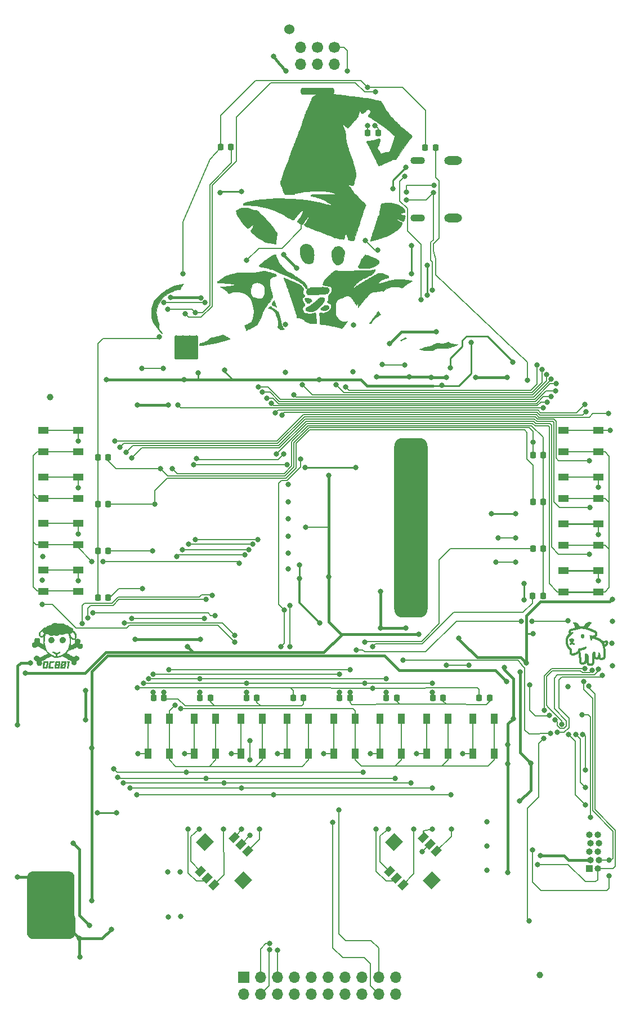
<source format=gtl>
G04 #@! TF.GenerationSoftware,KiCad,Pcbnew,(6.0.5)*
G04 #@! TF.CreationDate,2022-09-11T23:28:04-06:00*
G04 #@! TF.ProjectId,purplewizard,70757270-6c65-4776-997a-6172642e6b69,1.1*
G04 #@! TF.SameCoordinates,Original*
G04 #@! TF.FileFunction,Copper,L1,Top*
G04 #@! TF.FilePolarity,Positive*
%FSLAX46Y46*%
G04 Gerber Fmt 4.6, Leading zero omitted, Abs format (unit mm)*
G04 Created by KiCad (PCBNEW (6.0.5)) date 2022-09-11 23:28:04*
%MOMM*%
%LPD*%
G01*
G04 APERTURE LIST*
G04 Aperture macros list*
%AMRoundRect*
0 Rectangle with rounded corners*
0 $1 Rounding radius*
0 $2 $3 $4 $5 $6 $7 $8 $9 X,Y pos of 4 corners*
0 Add a 4 corners polygon primitive as box body*
4,1,4,$2,$3,$4,$5,$6,$7,$8,$9,$2,$3,0*
0 Add four circle primitives for the rounded corners*
1,1,$1+$1,$2,$3*
1,1,$1+$1,$4,$5*
1,1,$1+$1,$6,$7*
1,1,$1+$1,$8,$9*
0 Add four rect primitives between the rounded corners*
20,1,$1+$1,$2,$3,$4,$5,0*
20,1,$1+$1,$4,$5,$6,$7,0*
20,1,$1+$1,$6,$7,$8,$9,0*
20,1,$1+$1,$8,$9,$2,$3,0*%
%AMRotRect*
0 Rectangle, with rotation*
0 The origin of the aperture is its center*
0 $1 length*
0 $2 width*
0 $3 Rotation angle, in degrees counterclockwise*
0 Add horizontal line*
21,1,$1,$2,0,0,$3*%
G04 Aperture macros list end*
G04 #@! TA.AperFunction,EtchedComponent*
%ADD10C,0.010000*%
G04 #@! TD*
G04 #@! TA.AperFunction,ComponentPad*
%ADD11O,2.200000X1.100000*%
G04 #@! TD*
G04 #@! TA.AperFunction,ComponentPad*
%ADD12O,2.700000X1.300000*%
G04 #@! TD*
G04 #@! TA.AperFunction,WasherPad*
%ADD13RoundRect,0.250000X-2.250000X-0.250000X2.250000X-0.250000X2.250000X0.250000X-2.250000X0.250000X0*%
G04 #@! TD*
G04 #@! TA.AperFunction,ComponentPad*
%ADD14C,1.700000*%
G04 #@! TD*
G04 #@! TA.AperFunction,ComponentPad*
%ADD15O,1.700000X1.700000*%
G04 #@! TD*
G04 #@! TA.AperFunction,WasherPad*
%ADD16C,1.524000*%
G04 #@! TD*
G04 #@! TA.AperFunction,SMDPad,CuDef*
%ADD17C,1.000000*%
G04 #@! TD*
G04 #@! TA.AperFunction,ComponentPad*
%ADD18C,0.500000*%
G04 #@! TD*
G04 #@! TA.AperFunction,SMDPad,CuDef*
%ADD19RoundRect,0.249998X-1.550002X-1.550002X1.550002X-1.550002X1.550002X1.550002X-1.550002X1.550002X0*%
G04 #@! TD*
G04 #@! TA.AperFunction,WasherPad*
%ADD20RoundRect,1.250000X-1.250000X-12.250000X1.250000X-12.250000X1.250000X12.250000X-1.250000X12.250000X0*%
G04 #@! TD*
G04 #@! TA.AperFunction,SMDPad,CuDef*
%ADD21RoundRect,0.218750X-0.218750X-0.256250X0.218750X-0.256250X0.218750X0.256250X-0.218750X0.256250X0*%
G04 #@! TD*
G04 #@! TA.AperFunction,SMDPad,CuDef*
%ADD22RoundRect,0.218750X0.218750X0.256250X-0.218750X0.256250X-0.218750X-0.256250X0.218750X-0.256250X0*%
G04 #@! TD*
G04 #@! TA.AperFunction,SMDPad,CuDef*
%ADD23R,1.550000X1.000000*%
G04 #@! TD*
G04 #@! TA.AperFunction,SMDPad,CuDef*
%ADD24RotRect,2.000000X1.800000X45.000000*%
G04 #@! TD*
G04 #@! TA.AperFunction,SMDPad,CuDef*
%ADD25RotRect,1.350000X1.000000X45.000000*%
G04 #@! TD*
G04 #@! TA.AperFunction,SMDPad,CuDef*
%ADD26R,1.000000X1.550000*%
G04 #@! TD*
G04 #@! TA.AperFunction,ComponentPad*
%ADD27R,1.000000X1.000000*%
G04 #@! TD*
G04 #@! TA.AperFunction,ComponentPad*
%ADD28O,1.000000X1.000000*%
G04 #@! TD*
G04 #@! TA.AperFunction,ComponentPad*
%ADD29R,1.700000X1.700000*%
G04 #@! TD*
G04 #@! TA.AperFunction,ViaPad*
%ADD30C,0.800000*%
G04 #@! TD*
G04 #@! TA.AperFunction,Conductor*
%ADD31C,0.381000*%
G04 #@! TD*
G04 #@! TA.AperFunction,Conductor*
%ADD32C,0.177800*%
G04 #@! TD*
G04 #@! TA.AperFunction,Conductor*
%ADD33C,0.203200*%
G04 #@! TD*
G04 #@! TA.AperFunction,Conductor*
%ADD34C,0.254000*%
G04 #@! TD*
G04 #@! TA.AperFunction,Conductor*
%ADD35C,0.228600*%
G04 #@! TD*
G04 #@! TA.AperFunction,Conductor*
%ADD36C,0.304800*%
G04 #@! TD*
G04 #@! TA.AperFunction,Conductor*
%ADD37C,0.250000*%
G04 #@! TD*
G04 #@! TA.AperFunction,Conductor*
%ADD38C,0.152400*%
G04 #@! TD*
G04 APERTURE END LIST*
G36*
X140873668Y-65286423D02*
G01*
X140908928Y-65304704D01*
X140955509Y-65342920D01*
X141011180Y-65394283D01*
X141173161Y-65534308D01*
X141365971Y-65681392D01*
X141580427Y-65828772D01*
X141728034Y-65922108D01*
X141824508Y-65981876D01*
X141891853Y-66026920D01*
X141937448Y-66063953D01*
X141968666Y-66099689D01*
X141992886Y-66140840D01*
X142011077Y-66179700D01*
X142057348Y-66293950D01*
X142109537Y-66440846D01*
X142165125Y-66611552D01*
X142221593Y-66797229D01*
X142276422Y-66989040D01*
X142327092Y-67178146D01*
X142371085Y-67355712D01*
X142405882Y-67512898D01*
X142428963Y-67640868D01*
X142430398Y-67650783D01*
X142448221Y-67759399D01*
X142470422Y-67869324D01*
X142493247Y-67962665D01*
X142502199Y-67992878D01*
X142538122Y-68090752D01*
X142586995Y-68205030D01*
X142643759Y-68325619D01*
X142703357Y-68442423D01*
X142760732Y-68545347D01*
X142810826Y-68624296D01*
X142833191Y-68653548D01*
X142902977Y-68735077D01*
X142691379Y-68759138D01*
X142557158Y-68774292D01*
X142456465Y-68783145D01*
X142380673Y-68783276D01*
X142321154Y-68772262D01*
X142269281Y-68747681D01*
X142216427Y-68707110D01*
X142153965Y-68648126D01*
X142097748Y-68592451D01*
X142016470Y-68510560D01*
X141962203Y-68451507D01*
X141930677Y-68409607D01*
X141917619Y-68379177D01*
X141918758Y-68354532D01*
X141918818Y-68354326D01*
X141960209Y-68194111D01*
X141986207Y-68043363D01*
X141999243Y-67883981D01*
X142001971Y-67735450D01*
X142000633Y-67613078D01*
X141996131Y-67520571D01*
X141986886Y-67445491D01*
X141971322Y-67375399D01*
X141947859Y-67297857D01*
X141945591Y-67290950D01*
X141909130Y-67194278D01*
X141865116Y-67097443D01*
X141822489Y-67019945D01*
X141818594Y-67013930D01*
X141779187Y-66943576D01*
X141742937Y-66854033D01*
X141706769Y-66736866D01*
X141679611Y-66632930D01*
X141649518Y-66519477D01*
X141617183Y-66410485D01*
X141586410Y-66318073D01*
X141561007Y-66254360D01*
X141560171Y-66252611D01*
X141509212Y-66166564D01*
X141435462Y-66066363D01*
X141348911Y-65963595D01*
X141259553Y-65869848D01*
X141177377Y-65796708D01*
X141149418Y-65776261D01*
X141080021Y-65738529D01*
X140981701Y-65696454D01*
X140866956Y-65654423D01*
X140748287Y-65616826D01*
X140638191Y-65588052D01*
X140581591Y-65576871D01*
X140526825Y-65565510D01*
X140494942Y-65554261D01*
X140491633Y-65550629D01*
X140501756Y-65526909D01*
X140526919Y-65482239D01*
X140535458Y-65468202D01*
X140617644Y-65373353D01*
X140724192Y-65309779D01*
X140795325Y-65289354D01*
X140839283Y-65283000D01*
X140873668Y-65286423D01*
G37*
D10*
X140873668Y-65286423D02*
X140908928Y-65304704D01*
X140955509Y-65342920D01*
X141011180Y-65394283D01*
X141173161Y-65534308D01*
X141365971Y-65681392D01*
X141580427Y-65828772D01*
X141728034Y-65922108D01*
X141824508Y-65981876D01*
X141891853Y-66026920D01*
X141937448Y-66063953D01*
X141968666Y-66099689D01*
X141992886Y-66140840D01*
X142011077Y-66179700D01*
X142057348Y-66293950D01*
X142109537Y-66440846D01*
X142165125Y-66611552D01*
X142221593Y-66797229D01*
X142276422Y-66989040D01*
X142327092Y-67178146D01*
X142371085Y-67355712D01*
X142405882Y-67512898D01*
X142428963Y-67640868D01*
X142430398Y-67650783D01*
X142448221Y-67759399D01*
X142470422Y-67869324D01*
X142493247Y-67962665D01*
X142502199Y-67992878D01*
X142538122Y-68090752D01*
X142586995Y-68205030D01*
X142643759Y-68325619D01*
X142703357Y-68442423D01*
X142760732Y-68545347D01*
X142810826Y-68624296D01*
X142833191Y-68653548D01*
X142902977Y-68735077D01*
X142691379Y-68759138D01*
X142557158Y-68774292D01*
X142456465Y-68783145D01*
X142380673Y-68783276D01*
X142321154Y-68772262D01*
X142269281Y-68747681D01*
X142216427Y-68707110D01*
X142153965Y-68648126D01*
X142097748Y-68592451D01*
X142016470Y-68510560D01*
X141962203Y-68451507D01*
X141930677Y-68409607D01*
X141917619Y-68379177D01*
X141918758Y-68354532D01*
X141918818Y-68354326D01*
X141960209Y-68194111D01*
X141986207Y-68043363D01*
X141999243Y-67883981D01*
X142001971Y-67735450D01*
X142000633Y-67613078D01*
X141996131Y-67520571D01*
X141986886Y-67445491D01*
X141971322Y-67375399D01*
X141947859Y-67297857D01*
X141945591Y-67290950D01*
X141909130Y-67194278D01*
X141865116Y-67097443D01*
X141822489Y-67019945D01*
X141818594Y-67013930D01*
X141779187Y-66943576D01*
X141742937Y-66854033D01*
X141706769Y-66736866D01*
X141679611Y-66632930D01*
X141649518Y-66519477D01*
X141617183Y-66410485D01*
X141586410Y-66318073D01*
X141561007Y-66254360D01*
X141560171Y-66252611D01*
X141509212Y-66166564D01*
X141435462Y-66066363D01*
X141348911Y-65963595D01*
X141259553Y-65869848D01*
X141177377Y-65796708D01*
X141149418Y-65776261D01*
X141080021Y-65738529D01*
X140981701Y-65696454D01*
X140866956Y-65654423D01*
X140748287Y-65616826D01*
X140638191Y-65588052D01*
X140581591Y-65576871D01*
X140526825Y-65565510D01*
X140494942Y-65554261D01*
X140491633Y-65550629D01*
X140501756Y-65526909D01*
X140526919Y-65482239D01*
X140535458Y-65468202D01*
X140617644Y-65373353D01*
X140724192Y-65309779D01*
X140795325Y-65289354D01*
X140839283Y-65283000D01*
X140873668Y-65286423D01*
G36*
X146278383Y-55943229D02*
G01*
X146443447Y-55969183D01*
X146599658Y-56009780D01*
X146735499Y-56063639D01*
X146760435Y-56076547D01*
X146895016Y-56172781D01*
X147016273Y-56305599D01*
X147122519Y-56470886D01*
X147212068Y-56664525D01*
X147283233Y-56882398D01*
X147334330Y-57120389D01*
X147363671Y-57374381D01*
X147370380Y-57565745D01*
X147365838Y-57725715D01*
X147352688Y-57898820D01*
X147332490Y-58072631D01*
X147306803Y-58234718D01*
X147277185Y-58372651D01*
X147262670Y-58424569D01*
X147201733Y-58567549D01*
X147116479Y-58676899D01*
X147004349Y-58755304D01*
X146912186Y-58792084D01*
X146743262Y-58830153D01*
X146564943Y-58845847D01*
X146394488Y-58838241D01*
X146312466Y-58824272D01*
X146108188Y-58758949D01*
X145929232Y-58661655D01*
X145777995Y-58534162D01*
X145656870Y-58378241D01*
X145618918Y-58311290D01*
X145484703Y-58004922D01*
X145386940Y-57677121D01*
X145325668Y-57328051D01*
X145302541Y-57021900D01*
X145298662Y-56888916D01*
X145297664Y-56789000D01*
X145300166Y-56712949D01*
X145306785Y-56651558D01*
X145318138Y-56595623D01*
X145334844Y-56535940D01*
X145335243Y-56534628D01*
X145401831Y-56374358D01*
X145496820Y-56228884D01*
X145613588Y-56105574D01*
X145745513Y-56011798D01*
X145845278Y-55967006D01*
X145967780Y-55940761D01*
X146115988Y-55933295D01*
X146278383Y-55943229D01*
G37*
X146278383Y-55943229D02*
X146443447Y-55969183D01*
X146599658Y-56009780D01*
X146735499Y-56063639D01*
X146760435Y-56076547D01*
X146895016Y-56172781D01*
X147016273Y-56305599D01*
X147122519Y-56470886D01*
X147212068Y-56664525D01*
X147283233Y-56882398D01*
X147334330Y-57120389D01*
X147363671Y-57374381D01*
X147370380Y-57565745D01*
X147365838Y-57725715D01*
X147352688Y-57898820D01*
X147332490Y-58072631D01*
X147306803Y-58234718D01*
X147277185Y-58372651D01*
X147262670Y-58424569D01*
X147201733Y-58567549D01*
X147116479Y-58676899D01*
X147004349Y-58755304D01*
X146912186Y-58792084D01*
X146743262Y-58830153D01*
X146564943Y-58845847D01*
X146394488Y-58838241D01*
X146312466Y-58824272D01*
X146108188Y-58758949D01*
X145929232Y-58661655D01*
X145777995Y-58534162D01*
X145656870Y-58378241D01*
X145618918Y-58311290D01*
X145484703Y-58004922D01*
X145386940Y-57677121D01*
X145325668Y-57328051D01*
X145302541Y-57021900D01*
X145298662Y-56888916D01*
X145297664Y-56789000D01*
X145300166Y-56712949D01*
X145306785Y-56651558D01*
X145318138Y-56595623D01*
X145334844Y-56535940D01*
X145335243Y-56534628D01*
X145401831Y-56374358D01*
X145496820Y-56228884D01*
X145613588Y-56105574D01*
X145745513Y-56011798D01*
X145845278Y-55967006D01*
X145967780Y-55940761D01*
X146115988Y-55933295D01*
X146278383Y-55943229D01*
G36*
X155094053Y-57555116D02*
G01*
X155128172Y-57564082D01*
X155193952Y-57577617D01*
X155281230Y-57593731D01*
X155359818Y-57607161D01*
X155447929Y-57622715D01*
X155522206Y-57639261D01*
X155592058Y-57660212D01*
X155666896Y-57688979D01*
X155756129Y-57728975D01*
X155869168Y-57783612D01*
X155931318Y-57814385D01*
X156053626Y-57873678D01*
X156174919Y-57929807D01*
X156285290Y-57978376D01*
X156374832Y-58014988D01*
X156419550Y-58031063D01*
X156516754Y-58064260D01*
X156603593Y-58099216D01*
X156691948Y-58141556D01*
X156793703Y-58196903D01*
X156898644Y-58257808D01*
X157021852Y-58343727D01*
X157103761Y-58433357D01*
X157145404Y-58529872D01*
X157147813Y-58636441D01*
X157112018Y-58756237D01*
X157081428Y-58819636D01*
X157040216Y-58889589D01*
X156995914Y-58944036D01*
X156936980Y-58994781D01*
X156853886Y-59052304D01*
X156646991Y-59175944D01*
X156419457Y-59290897D01*
X156183195Y-59392166D01*
X155950118Y-59474752D01*
X155732138Y-59533659D01*
X155681924Y-59543999D01*
X155583829Y-59557792D01*
X155463855Y-59567220D01*
X155333714Y-59572143D01*
X155205116Y-59572421D01*
X155089772Y-59567915D01*
X154999395Y-59558484D01*
X154969633Y-59552506D01*
X154921641Y-59545629D01*
X154841411Y-59539853D01*
X154739033Y-59535683D01*
X154624597Y-59533626D01*
X154590865Y-59533498D01*
X154474109Y-59531942D01*
X154365806Y-59527778D01*
X154276292Y-59521592D01*
X154215903Y-59513970D01*
X154205708Y-59511681D01*
X154117719Y-59467392D01*
X154054936Y-59392128D01*
X154026185Y-59310396D01*
X154022756Y-59269229D01*
X154032416Y-59228688D01*
X154059669Y-59177720D01*
X154109015Y-59105276D01*
X154110740Y-59102856D01*
X154167677Y-59015567D01*
X154229053Y-58909721D01*
X154283068Y-58805856D01*
X154290974Y-58789221D01*
X154329164Y-58700395D01*
X154369063Y-58595878D01*
X154407427Y-58485647D01*
X154441015Y-58379682D01*
X154466582Y-58287960D01*
X154480885Y-58220459D01*
X154482800Y-58199054D01*
X154499431Y-58169649D01*
X154542432Y-58129296D01*
X154586435Y-58097509D01*
X154684730Y-58021682D01*
X154789568Y-57920817D01*
X154888917Y-57807914D01*
X154970743Y-57695975D01*
X154994791Y-57656302D01*
X155035893Y-57590163D01*
X155066822Y-57558070D01*
X155092845Y-57554654D01*
X155094053Y-57555116D01*
G37*
X155094053Y-57555116D02*
X155128172Y-57564082D01*
X155193952Y-57577617D01*
X155281230Y-57593731D01*
X155359818Y-57607161D01*
X155447929Y-57622715D01*
X155522206Y-57639261D01*
X155592058Y-57660212D01*
X155666896Y-57688979D01*
X155756129Y-57728975D01*
X155869168Y-57783612D01*
X155931318Y-57814385D01*
X156053626Y-57873678D01*
X156174919Y-57929807D01*
X156285290Y-57978376D01*
X156374832Y-58014988D01*
X156419550Y-58031063D01*
X156516754Y-58064260D01*
X156603593Y-58099216D01*
X156691948Y-58141556D01*
X156793703Y-58196903D01*
X156898644Y-58257808D01*
X157021852Y-58343727D01*
X157103761Y-58433357D01*
X157145404Y-58529872D01*
X157147813Y-58636441D01*
X157112018Y-58756237D01*
X157081428Y-58819636D01*
X157040216Y-58889589D01*
X156995914Y-58944036D01*
X156936980Y-58994781D01*
X156853886Y-59052304D01*
X156646991Y-59175944D01*
X156419457Y-59290897D01*
X156183195Y-59392166D01*
X155950118Y-59474752D01*
X155732138Y-59533659D01*
X155681924Y-59543999D01*
X155583829Y-59557792D01*
X155463855Y-59567220D01*
X155333714Y-59572143D01*
X155205116Y-59572421D01*
X155089772Y-59567915D01*
X154999395Y-59558484D01*
X154969633Y-59552506D01*
X154921641Y-59545629D01*
X154841411Y-59539853D01*
X154739033Y-59535683D01*
X154624597Y-59533626D01*
X154590865Y-59533498D01*
X154474109Y-59531942D01*
X154365806Y-59527778D01*
X154276292Y-59521592D01*
X154215903Y-59513970D01*
X154205708Y-59511681D01*
X154117719Y-59467392D01*
X154054936Y-59392128D01*
X154026185Y-59310396D01*
X154022756Y-59269229D01*
X154032416Y-59228688D01*
X154059669Y-59177720D01*
X154109015Y-59105276D01*
X154110740Y-59102856D01*
X154167677Y-59015567D01*
X154229053Y-58909721D01*
X154283068Y-58805856D01*
X154290974Y-58789221D01*
X154329164Y-58700395D01*
X154369063Y-58595878D01*
X154407427Y-58485647D01*
X154441015Y-58379682D01*
X154466582Y-58287960D01*
X154480885Y-58220459D01*
X154482800Y-58199054D01*
X154499431Y-58169649D01*
X154542432Y-58129296D01*
X154586435Y-58097509D01*
X154684730Y-58021682D01*
X154789568Y-57920817D01*
X154888917Y-57807914D01*
X154970743Y-57695975D01*
X154994791Y-57656302D01*
X155035893Y-57590163D01*
X155066822Y-57558070D01*
X155092845Y-57554654D01*
X155094053Y-57555116D01*
G36*
X133780243Y-69607552D02*
G01*
X133843920Y-69644654D01*
X133931319Y-69690820D01*
X134027352Y-69738199D01*
X134066073Y-69756314D01*
X134135598Y-69791571D01*
X134221521Y-69840149D01*
X134317060Y-69897616D01*
X134415435Y-69959541D01*
X134509863Y-70021492D01*
X134593563Y-70079037D01*
X134659754Y-70127746D01*
X134701655Y-70163186D01*
X134713133Y-70179156D01*
X134693750Y-70190159D01*
X134639215Y-70211510D01*
X134554947Y-70241469D01*
X134446364Y-70278299D01*
X134318886Y-70320262D01*
X134177932Y-70365618D01*
X134028920Y-70412631D01*
X133877270Y-70459561D01*
X133728401Y-70504670D01*
X133587732Y-70546219D01*
X133460681Y-70582471D01*
X133425742Y-70592133D01*
X132959594Y-70711936D01*
X132469085Y-70823214D01*
X131967254Y-70923486D01*
X131467142Y-71010268D01*
X130981791Y-71081079D01*
X130649133Y-71120742D01*
X130531549Y-71133344D01*
X130421622Y-71145209D01*
X130329806Y-71155201D01*
X130266555Y-71162188D01*
X130254905Y-71163507D01*
X130167594Y-71173497D01*
X130153151Y-71045836D01*
X130143693Y-70972859D01*
X130181778Y-70852087D01*
X130208468Y-70847177D01*
X130312652Y-70827080D01*
X130442151Y-70796970D01*
X130582282Y-70760701D01*
X130718364Y-70722127D01*
X130835713Y-70685100D01*
X130865289Y-70674791D01*
X131105996Y-70576684D01*
X131314769Y-70465209D01*
X131501326Y-70334556D01*
X131644883Y-70208707D01*
X131783383Y-70075868D01*
X132099966Y-70003087D01*
X132302488Y-69954240D01*
X132527425Y-69896073D01*
X132762401Y-69832054D01*
X132995036Y-69765647D01*
X133212953Y-69700319D01*
X133403772Y-69639533D01*
X133430993Y-69630450D01*
X133683436Y-69545580D01*
X133780243Y-69607552D01*
G37*
X133780243Y-69607552D02*
X133843920Y-69644654D01*
X133931319Y-69690820D01*
X134027352Y-69738199D01*
X134066073Y-69756314D01*
X134135598Y-69791571D01*
X134221521Y-69840149D01*
X134317060Y-69897616D01*
X134415435Y-69959541D01*
X134509863Y-70021492D01*
X134593563Y-70079037D01*
X134659754Y-70127746D01*
X134701655Y-70163186D01*
X134713133Y-70179156D01*
X134693750Y-70190159D01*
X134639215Y-70211510D01*
X134554947Y-70241469D01*
X134446364Y-70278299D01*
X134318886Y-70320262D01*
X134177932Y-70365618D01*
X134028920Y-70412631D01*
X133877270Y-70459561D01*
X133728401Y-70504670D01*
X133587732Y-70546219D01*
X133460681Y-70582471D01*
X133425742Y-70592133D01*
X132959594Y-70711936D01*
X132469085Y-70823214D01*
X131967254Y-70923486D01*
X131467142Y-71010268D01*
X130981791Y-71081079D01*
X130649133Y-71120742D01*
X130531549Y-71133344D01*
X130421622Y-71145209D01*
X130329806Y-71155201D01*
X130266555Y-71162188D01*
X130254905Y-71163507D01*
X130167594Y-71173497D01*
X130153151Y-71045836D01*
X130143693Y-70972859D01*
X130181778Y-70852087D01*
X130208468Y-70847177D01*
X130312652Y-70827080D01*
X130442151Y-70796970D01*
X130582282Y-70760701D01*
X130718364Y-70722127D01*
X130835713Y-70685100D01*
X130865289Y-70674791D01*
X131105996Y-70576684D01*
X131314769Y-70465209D01*
X131501326Y-70334556D01*
X131644883Y-70208707D01*
X131783383Y-70075868D01*
X132099966Y-70003087D01*
X132302488Y-69954240D01*
X132527425Y-69896073D01*
X132762401Y-69832054D01*
X132995036Y-69765647D01*
X133212953Y-69700319D01*
X133403772Y-69639533D01*
X133430993Y-69630450D01*
X133683436Y-69545580D01*
X133780243Y-69607552D01*
G36*
X148623446Y-33117777D02*
G01*
X148724283Y-33126164D01*
X148806942Y-33134270D01*
X148881474Y-33143707D01*
X148957926Y-33156088D01*
X149046348Y-33173028D01*
X149156789Y-33196139D01*
X149286383Y-33224218D01*
X149518407Y-33271277D01*
X149732915Y-33306409D01*
X149950872Y-33332658D01*
X150154216Y-33350238D01*
X150274387Y-33361074D01*
X150402605Y-33375701D01*
X150518816Y-33391717D01*
X150566966Y-33399641D01*
X150771957Y-33435255D01*
X150940233Y-33462305D01*
X151076403Y-33481419D01*
X151185078Y-33493227D01*
X151270865Y-33498356D01*
X151293305Y-33498688D01*
X151370918Y-33502826D01*
X151474056Y-33513706D01*
X151586795Y-33529467D01*
X151655344Y-33541021D01*
X151767435Y-33558944D01*
X151881369Y-33573057D01*
X151980566Y-33581485D01*
X152026751Y-33583033D01*
X152115472Y-33587925D01*
X152224617Y-33600895D01*
X152333637Y-33619380D01*
X152356541Y-33624144D01*
X152457702Y-33644752D01*
X152567727Y-33664326D01*
X152691357Y-33683476D01*
X152833334Y-33702808D01*
X152998396Y-33722932D01*
X153191287Y-33744455D01*
X153416745Y-33767985D01*
X153679512Y-33794131D01*
X153689050Y-33795062D01*
X153926643Y-33818728D01*
X154128154Y-33839955D01*
X154299707Y-33859555D01*
X154447429Y-33878336D01*
X154577444Y-33897108D01*
X154695879Y-33916681D01*
X154808858Y-33937866D01*
X154881204Y-33952658D01*
X154988145Y-33969999D01*
X155107832Y-33981803D01*
X155194159Y-33985199D01*
X155301901Y-33990012D01*
X155420391Y-34002499D01*
X155504984Y-34016384D01*
X155597009Y-34034069D01*
X155711201Y-34054405D01*
X155827839Y-34073923D01*
X155869216Y-34080484D01*
X155963779Y-34098110D01*
X156086212Y-34125210D01*
X156223935Y-34158773D01*
X156364369Y-34195789D01*
X156440716Y-34217253D01*
X156664449Y-34279397D01*
X156853905Y-34326506D01*
X157013990Y-34359571D01*
X157149610Y-34379584D01*
X157265672Y-34387536D01*
X157284429Y-34387762D01*
X157414383Y-34388158D01*
X157562550Y-34656232D01*
X157639545Y-34793548D01*
X157727636Y-34947325D01*
X157822644Y-35110556D01*
X157920388Y-35276227D01*
X158016689Y-35437330D01*
X158107366Y-35586854D01*
X158188241Y-35717788D01*
X158255133Y-35823121D01*
X158287448Y-35872050D01*
X158345419Y-35952745D01*
X158404607Y-36026884D01*
X158454861Y-36081989D01*
X158468259Y-36094300D01*
X158506560Y-36134661D01*
X158560617Y-36202107D01*
X158623739Y-36287831D01*
X158689239Y-36383026D01*
X158700690Y-36400372D01*
X158790978Y-36532581D01*
X158879248Y-36651674D01*
X158961297Y-36752655D01*
X159032918Y-36830533D01*
X159089907Y-36880313D01*
X159117527Y-36895371D01*
X159149335Y-36917878D01*
X159195425Y-36965091D01*
X159245975Y-37026918D01*
X159247329Y-37028722D01*
X159389545Y-37208457D01*
X159531159Y-37364527D01*
X159686916Y-37512724D01*
X159753300Y-37570618D01*
X159845488Y-37653237D01*
X159952885Y-37755501D01*
X160062912Y-37865118D01*
X160162991Y-37969794D01*
X160174365Y-37982126D01*
X160367742Y-38176885D01*
X160573411Y-38355499D01*
X160640032Y-38407388D01*
X161209188Y-38859368D01*
X161608359Y-39204825D01*
X161703048Y-39289350D01*
X161794121Y-39369719D01*
X161873684Y-39439035D01*
X161933846Y-39490398D01*
X161954750Y-39507646D01*
X162034877Y-39590300D01*
X162086258Y-39682129D01*
X162102800Y-39765716D01*
X162086351Y-39805270D01*
X162038870Y-39866745D01*
X161963151Y-39946611D01*
X161947235Y-39962187D01*
X161902562Y-40006167D01*
X161860408Y-40049687D01*
X161818653Y-40095714D01*
X161775178Y-40147215D01*
X161727861Y-40207159D01*
X161674583Y-40278513D01*
X161613223Y-40364244D01*
X161541662Y-40467321D01*
X161457779Y-40590711D01*
X161359454Y-40737381D01*
X161244567Y-40910299D01*
X161110998Y-41112433D01*
X160956626Y-41346750D01*
X160939766Y-41372366D01*
X160741981Y-41671666D01*
X160558045Y-41947552D01*
X160388936Y-42198623D01*
X160235632Y-42423476D01*
X160099110Y-42620710D01*
X159980348Y-42788925D01*
X159880323Y-42926718D01*
X159800014Y-43032689D01*
X159740398Y-43105435D01*
X159706118Y-43140614D01*
X159666784Y-43168668D01*
X159623521Y-43184504D01*
X159562742Y-43191406D01*
X159490456Y-43192700D01*
X159385957Y-43196837D01*
X159291007Y-43211414D01*
X159195514Y-43239673D01*
X159089384Y-43284860D01*
X158962524Y-43350218D01*
X158909743Y-43379361D01*
X158791895Y-43440344D01*
X158653616Y-43504431D01*
X158515031Y-43562596D01*
X158430383Y-43594336D01*
X158311600Y-43638760D01*
X158187130Y-43689974D01*
X158073449Y-43740969D01*
X158001758Y-43776676D01*
X157895185Y-43833691D01*
X157775104Y-43897992D01*
X157665304Y-43956841D01*
X157652508Y-43963705D01*
X157498204Y-44039651D01*
X157354958Y-44096940D01*
X157230178Y-44132984D01*
X157133082Y-44145200D01*
X157051528Y-44145200D01*
X156942722Y-43917658D01*
X156897499Y-43819837D01*
X156842034Y-43694866D01*
X156781627Y-43554969D01*
X156721580Y-43412373D01*
X156683492Y-43319700D01*
X156625279Y-43182261D01*
X156552996Y-43020717D01*
X156472746Y-42848179D01*
X156390633Y-42677757D01*
X156312761Y-42522564D01*
X156309050Y-42515366D01*
X156232355Y-42366742D01*
X156150520Y-42208035D01*
X156069502Y-42050811D01*
X155995261Y-41906634D01*
X155933756Y-41787068D01*
X155927314Y-41774533D01*
X155868649Y-41661790D01*
X155811371Y-41554239D01*
X155760519Y-41461165D01*
X155721129Y-41391849D01*
X155707039Y-41368577D01*
X155668532Y-41300480D01*
X155623516Y-41210338D01*
X155580640Y-41115630D01*
X155573492Y-41098667D01*
X155533779Y-41011018D01*
X155491585Y-40930537D01*
X155454585Y-40871582D01*
X155446723Y-40861505D01*
X155368494Y-40747862D01*
X155314519Y-40626407D01*
X155296762Y-40554100D01*
X155293883Y-40504311D01*
X155306471Y-40467256D01*
X155339758Y-40440506D01*
X155398973Y-40421635D01*
X155489350Y-40408215D01*
X155616119Y-40397819D01*
X155636383Y-40396510D01*
X155752933Y-40387140D01*
X155886866Y-40373151D01*
X156028746Y-40355859D01*
X156169138Y-40336584D01*
X156298609Y-40316643D01*
X156407723Y-40297356D01*
X156487045Y-40280040D01*
X156504216Y-40275247D01*
X156550696Y-40258723D01*
X156624140Y-40229990D01*
X156712707Y-40193754D01*
X156768800Y-40170104D01*
X156863684Y-40131851D01*
X156953872Y-40099370D01*
X157026211Y-40077222D01*
X157054550Y-40070950D01*
X157120887Y-40060014D01*
X157175841Y-40050184D01*
X157183168Y-40048749D01*
X157218608Y-40053019D01*
X157248701Y-40087632D01*
X157262543Y-40114186D01*
X157289698Y-40200333D01*
X157297346Y-40307341D01*
X157285186Y-40439632D01*
X157252921Y-40601626D01*
X157221185Y-40724361D01*
X157179872Y-40868125D01*
X157143425Y-40979695D01*
X157107882Y-41068278D01*
X157069281Y-41143084D01*
X157023659Y-41213320D01*
X156992847Y-41255033D01*
X156943057Y-41324657D01*
X156914928Y-41381752D01*
X156908837Y-41436409D01*
X156925160Y-41498717D01*
X156964274Y-41578767D01*
X157007773Y-41654778D01*
X157068824Y-41759591D01*
X157134655Y-41873863D01*
X157194331Y-41978574D01*
X157214560Y-42014468D01*
X157289350Y-42139373D01*
X157357281Y-42236208D01*
X157415807Y-42301973D01*
X157462384Y-42333668D01*
X157485875Y-42334253D01*
X157581770Y-42299978D01*
X157710475Y-42261942D01*
X157862875Y-42222248D01*
X158029855Y-42182998D01*
X158202299Y-42146294D01*
X158371093Y-42114240D01*
X158527121Y-42088936D01*
X158582204Y-42081395D01*
X158652232Y-42068453D01*
X158708458Y-42051163D01*
X158726882Y-42041612D01*
X158748680Y-42011383D01*
X158778745Y-41950951D01*
X158812355Y-41870407D01*
X158832538Y-41815832D01*
X158872084Y-41709883D01*
X158922352Y-41584213D01*
X158975819Y-41457299D01*
X159009706Y-41380723D01*
X159101160Y-41164162D01*
X159192741Y-40919303D01*
X159279682Y-40659894D01*
X159357214Y-40399687D01*
X159383221Y-40303450D01*
X159412364Y-40187520D01*
X159440686Y-40066520D01*
X159466752Y-39947615D01*
X159489128Y-39837969D01*
X159506376Y-39744749D01*
X159517063Y-39675117D01*
X159519753Y-39636239D01*
X159517994Y-39630699D01*
X159496296Y-39619585D01*
X159447608Y-39595066D01*
X159387783Y-39565108D01*
X159334573Y-39534469D01*
X159276773Y-39492072D01*
X159209190Y-39433277D01*
X159126629Y-39353447D01*
X159023898Y-39247945D01*
X158975033Y-39196498D01*
X158907297Y-39125135D01*
X158846007Y-39061823D01*
X158787687Y-39003757D01*
X158728862Y-38948131D01*
X158666055Y-38892140D01*
X158595790Y-38832977D01*
X158514592Y-38767838D01*
X158418983Y-38693915D01*
X158305489Y-38608404D01*
X158170633Y-38508498D01*
X158010938Y-38391393D01*
X157822930Y-38254281D01*
X157668383Y-38141818D01*
X157380775Y-37933945D01*
X157124073Y-37751200D01*
X156898606Y-37593809D01*
X156704706Y-37461995D01*
X156542703Y-37355982D01*
X156412929Y-37275993D01*
X156315715Y-37222254D01*
X156294140Y-37211833D01*
X156200595Y-37162603D01*
X156106142Y-37103160D01*
X156030398Y-37045909D01*
X156026995Y-37042920D01*
X155952017Y-36984502D01*
X155858506Y-36922862D01*
X155767735Y-36871892D01*
X155670541Y-36821590D01*
X155605715Y-36781896D01*
X155566851Y-36746431D01*
X155547540Y-36708816D01*
X155541376Y-36662673D01*
X155541133Y-36646296D01*
X155545555Y-36593713D01*
X155564213Y-36551944D01*
X155605193Y-36506683D01*
X155635605Y-36479129D01*
X155722353Y-36381385D01*
X155796718Y-36257625D01*
X155850357Y-36123974D01*
X155872737Y-36020787D01*
X155886055Y-35908332D01*
X155764886Y-35785885D01*
X155643717Y-35663439D01*
X155546655Y-35681572D01*
X155464677Y-35703606D01*
X155385084Y-35740889D01*
X155301102Y-35798071D01*
X155205956Y-35879802D01*
X155092871Y-35990730D01*
X155086050Y-35997717D01*
X154957026Y-36120986D01*
X154843495Y-36209078D01*
X154741515Y-36264426D01*
X154647144Y-36289462D01*
X154609800Y-36291530D01*
X154568705Y-36288178D01*
X154537927Y-36273186D01*
X154507985Y-36238302D01*
X154469393Y-36175274D01*
X154462590Y-36163437D01*
X154415638Y-36091717D01*
X154358037Y-36018398D01*
X154297569Y-35951791D01*
X154242013Y-35900204D01*
X154199148Y-35871946D01*
X154186939Y-35869033D01*
X154174502Y-35888049D01*
X154166677Y-35936588D01*
X154165300Y-35973004D01*
X154155439Y-36107625D01*
X154128107Y-36263141D01*
X154086679Y-36423602D01*
X154042617Y-36552711D01*
X153979275Y-36692390D01*
X153894951Y-36836563D01*
X153786284Y-36989919D01*
X153649912Y-37157147D01*
X153482473Y-37342935D01*
X153455253Y-37371866D01*
X153352785Y-37482606D01*
X153248683Y-37599253D01*
X153151091Y-37712393D01*
X153068152Y-37812612D01*
X153015807Y-37879866D01*
X152899497Y-38033311D01*
X152801454Y-38155077D01*
X152717741Y-38249530D01*
X152644425Y-38321036D01*
X152577569Y-38373961D01*
X152559660Y-38385924D01*
X152484522Y-38429413D01*
X152424095Y-38448670D01*
X152369217Y-38441559D01*
X152310728Y-38405947D01*
X152239467Y-38339698D01*
X152204401Y-38303153D01*
X152106443Y-38207831D01*
X152002107Y-38120811D01*
X151900109Y-38048362D01*
X151809160Y-37996756D01*
X151746958Y-37973943D01*
X151701109Y-37966654D01*
X151678162Y-37968115D01*
X151677551Y-37994341D01*
X151690226Y-38050063D01*
X151713034Y-38125769D01*
X151742819Y-38211945D01*
X151776425Y-38299079D01*
X151810698Y-38377656D01*
X151821067Y-38398994D01*
X151902777Y-38578761D01*
X151975145Y-38775853D01*
X152041703Y-39000396D01*
X152071939Y-39118116D01*
X152095821Y-39220272D01*
X152113507Y-39311552D01*
X152126267Y-39402884D01*
X152135370Y-39505196D01*
X152142086Y-39629414D01*
X152146973Y-39763700D01*
X152153218Y-39923389D01*
X152160699Y-40044229D01*
X152169747Y-40129694D01*
X152180694Y-40183258D01*
X152188699Y-40202163D01*
X152205954Y-40250748D01*
X152216467Y-40320734D01*
X152217966Y-40357257D01*
X152224380Y-40417966D01*
X152242438Y-40512206D01*
X152270367Y-40633357D01*
X152306394Y-40774801D01*
X152348746Y-40929916D01*
X152395648Y-41092085D01*
X152445327Y-41254688D01*
X152496011Y-41411104D01*
X152516350Y-41470983D01*
X152549093Y-41571248D01*
X152575699Y-41662824D01*
X152593271Y-41735044D01*
X152598966Y-41775010D01*
X152608599Y-41830684D01*
X152633243Y-41902654D01*
X152652809Y-41945695D01*
X152688860Y-42031950D01*
X152718918Y-42129589D01*
X152728401Y-42172533D01*
X152743350Y-42230209D01*
X152771894Y-42318349D01*
X152811022Y-42428480D01*
X152857719Y-42552126D01*
X152908973Y-42680813D01*
X152910124Y-42683624D01*
X152994065Y-42893495D01*
X153070422Y-43095891D01*
X153141484Y-43298060D01*
X153209539Y-43507253D01*
X153276876Y-43730718D01*
X153345785Y-43975703D01*
X153418553Y-44249459D01*
X153478515Y-44483866D01*
X153527303Y-44677635D01*
X153566634Y-44835766D01*
X153597528Y-44963636D01*
X153621006Y-45066624D01*
X153638088Y-45150108D01*
X153649795Y-45219466D01*
X153657148Y-45280076D01*
X153661167Y-45337316D01*
X153662873Y-45396565D01*
X153663276Y-45457533D01*
X153661364Y-45568975D01*
X153654127Y-45672602D01*
X153639960Y-45776557D01*
X153617260Y-45888982D01*
X153584425Y-46018018D01*
X153539850Y-46171807D01*
X153492386Y-46325366D01*
X153457200Y-46444218D01*
X153424467Y-46567348D01*
X153398039Y-46679522D01*
X153382708Y-46759283D01*
X153351069Y-46909639D01*
X153308252Y-47020024D01*
X153252482Y-47091741D01*
X153181983Y-47126096D01*
X153094980Y-47124393D01*
X152989699Y-47087935D01*
X152957215Y-47071942D01*
X152843405Y-47027362D01*
X152738967Y-47019986D01*
X152633556Y-47049558D01*
X152604818Y-47063214D01*
X152516568Y-47108236D01*
X152679816Y-47272426D01*
X152791597Y-47390205D01*
X152905259Y-47519579D01*
X153016133Y-47654346D01*
X153119552Y-47788306D01*
X153210845Y-47915257D01*
X153285345Y-48029000D01*
X153338383Y-48123332D01*
X153361215Y-48177450D01*
X153386920Y-48246618D01*
X153418343Y-48302891D01*
X153463015Y-48355032D01*
X153528470Y-48411806D01*
X153622240Y-48481976D01*
X153624134Y-48483344D01*
X153721090Y-48559283D01*
X153812508Y-48644921D01*
X153908153Y-48750018D01*
X153988845Y-48847870D01*
X154160043Y-49049869D01*
X154340244Y-49237384D01*
X154540250Y-49421088D01*
X154724729Y-49574856D01*
X154820145Y-49655740D01*
X154916616Y-49744644D01*
X155001735Y-49829760D01*
X155054426Y-49888533D01*
X155173944Y-50033283D01*
X155114991Y-50153116D01*
X155076816Y-50236288D01*
X155041842Y-50321703D01*
X155025192Y-50368200D01*
X154963057Y-50551511D01*
X154908736Y-50693592D01*
X154867847Y-50783599D01*
X154836122Y-50858948D01*
X154812575Y-50937585D01*
X154809764Y-50951267D01*
X154790260Y-51022891D01*
X154759378Y-51103342D01*
X154746587Y-51130662D01*
X154722294Y-51191989D01*
X154694843Y-51281400D01*
X154668163Y-51385244D01*
X154652145Y-51458745D01*
X154616216Y-51629485D01*
X154584311Y-51762852D01*
X154556790Y-51857548D01*
X154534011Y-51912277D01*
X154523342Y-51925056D01*
X154497207Y-51955941D01*
X154464410Y-52014207D01*
X154430962Y-52086846D01*
X154402870Y-52160845D01*
X154386453Y-52221452D01*
X154369386Y-52291000D01*
X154347433Y-52351879D01*
X154344350Y-52358311D01*
X154328227Y-52403724D01*
X154309211Y-52477239D01*
X154290747Y-52565105D01*
X154286016Y-52591144D01*
X154267966Y-52670515D01*
X154236595Y-52782095D01*
X154194144Y-52918723D01*
X154142853Y-53073237D01*
X154084960Y-53238478D01*
X154074292Y-53268033D01*
X154025450Y-53405494D01*
X153966767Y-53575144D01*
X153900690Y-53769544D01*
X153829665Y-53981253D01*
X153756139Y-54202834D01*
X153682560Y-54426848D01*
X153611375Y-54645855D01*
X153545031Y-54852417D01*
X153485975Y-55039095D01*
X153436654Y-55198449D01*
X153409155Y-55290018D01*
X153371550Y-55417586D01*
X152958800Y-55374684D01*
X152546050Y-55331783D01*
X152497706Y-55151866D01*
X152458242Y-55006708D01*
X152426249Y-54894808D01*
X152398813Y-54808381D01*
X152373022Y-54739646D01*
X152345964Y-54680819D01*
X152314726Y-54624116D01*
X152277602Y-54563664D01*
X152232408Y-54490347D01*
X152197484Y-54430370D01*
X152177994Y-54392758D01*
X152175633Y-54385441D01*
X152167233Y-54366141D01*
X152144093Y-54382005D01*
X152109304Y-54429801D01*
X152073165Y-54492589D01*
X152004336Y-54658353D01*
X151954679Y-54861487D01*
X151931418Y-55024866D01*
X151920333Y-55097885D01*
X151906004Y-55153370D01*
X151892629Y-55178000D01*
X151854231Y-55190229D01*
X151788770Y-55193317D01*
X151693800Y-55186973D01*
X151566874Y-55170907D01*
X151405545Y-55144828D01*
X151207367Y-55108445D01*
X151052710Y-55078150D01*
X150899588Y-55047508D01*
X150758545Y-55019174D01*
X150635357Y-54994318D01*
X150535801Y-54974108D01*
X150465652Y-54959713D01*
X150430686Y-54952302D01*
X150429383Y-54951999D01*
X150394954Y-54937387D01*
X150333568Y-54905373D01*
X150254254Y-54860850D01*
X150175583Y-54814477D01*
X149995318Y-54716884D01*
X149808835Y-54640190D01*
X149720499Y-54610845D01*
X149611030Y-54574719D01*
X149465419Y-54523665D01*
X149286682Y-54458833D01*
X149077837Y-54381375D01*
X148841903Y-54292440D01*
X148581896Y-54193181D01*
X148300835Y-54084748D01*
X148001737Y-53968292D01*
X147687620Y-53844964D01*
X147361502Y-53715915D01*
X147080642Y-53603993D01*
X146885897Y-53526288D01*
X146702944Y-53453571D01*
X146535564Y-53387326D01*
X146387541Y-53329036D01*
X146262656Y-53280185D01*
X146164691Y-53242257D01*
X146097428Y-53216734D01*
X146064650Y-53205100D01*
X146062205Y-53204533D01*
X146018165Y-53186774D01*
X145971992Y-53142430D01*
X145935465Y-53084896D01*
X145922184Y-53045276D01*
X145917595Y-53003704D01*
X145924857Y-52966581D01*
X145948794Y-52922839D01*
X145994226Y-52861408D01*
X146012250Y-52838530D01*
X146109418Y-52709192D01*
X146207279Y-52566687D01*
X146301804Y-52418023D01*
X146388966Y-52270208D01*
X146464737Y-52130248D01*
X146525089Y-52005153D01*
X146565993Y-51901929D01*
X146580112Y-51850554D01*
X146594766Y-51777159D01*
X146508907Y-51845161D01*
X146417271Y-51928192D01*
X146312288Y-52040556D01*
X146200225Y-52174068D01*
X146087349Y-52320545D01*
X145979926Y-52471805D01*
X145884222Y-52619663D01*
X145806506Y-52755935D01*
X145796456Y-52775527D01*
X145747778Y-52857609D01*
X145694596Y-52912698D01*
X145631334Y-52941469D01*
X145552416Y-52944596D01*
X145452263Y-52922752D01*
X145325299Y-52876612D01*
X145244511Y-52842220D01*
X145104713Y-52774324D01*
X145002587Y-52709182D01*
X144933946Y-52643238D01*
X144894600Y-52572935D01*
X144884940Y-52536865D01*
X144879225Y-52488447D01*
X144888183Y-52450867D01*
X144917910Y-52409416D01*
X144953797Y-52370792D01*
X145046380Y-52264924D01*
X145149943Y-52130446D01*
X145257886Y-51977256D01*
X145363610Y-51815254D01*
X145460514Y-51654341D01*
X145541999Y-51504416D01*
X145571177Y-51444676D01*
X145603931Y-51364064D01*
X145639826Y-51258904D01*
X145673314Y-51146081D01*
X145688453Y-51087866D01*
X145712039Y-50992269D01*
X145733039Y-50908750D01*
X145748759Y-50847924D01*
X145755402Y-50823798D01*
X145757759Y-50803092D01*
X145741397Y-50808130D01*
X145700959Y-50840878D01*
X145695194Y-50845921D01*
X145646410Y-50883811D01*
X145572449Y-50935410D01*
X145484640Y-50993000D01*
X145420404Y-51033109D01*
X145315493Y-51100444D01*
X145240289Y-51157608D01*
X145185972Y-51211974D01*
X145152457Y-51257143D01*
X145114105Y-51308746D01*
X145053429Y-51382242D01*
X144977656Y-51469217D01*
X144894014Y-51561254D01*
X144860519Y-51597025D01*
X144769558Y-51697214D01*
X144678354Y-51804517D01*
X144596212Y-51907552D01*
X144532437Y-51994935D01*
X144520478Y-52012963D01*
X144462097Y-52096835D01*
X144404085Y-52168871D01*
X144354930Y-52218905D01*
X144338139Y-52231424D01*
X144250192Y-52265219D01*
X144155647Y-52269926D01*
X144070781Y-52245439D01*
X144050900Y-52233288D01*
X144001689Y-52204071D01*
X143929818Y-52167962D01*
X143861835Y-52137521D01*
X143774141Y-52096269D01*
X143673981Y-52042680D01*
X143586669Y-51990601D01*
X143434434Y-51894372D01*
X143285454Y-51802437D01*
X143144960Y-51717852D01*
X143018187Y-51643670D01*
X142910369Y-51582948D01*
X142826739Y-51538738D01*
X142772531Y-51514097D01*
X142767050Y-51512210D01*
X142713954Y-51490526D01*
X142636030Y-51452759D01*
X142544717Y-51404660D01*
X142470716Y-51363187D01*
X142031672Y-51130382D01*
X141558373Y-50918011D01*
X141054074Y-50726884D01*
X140522030Y-50557808D01*
X139965494Y-50411595D01*
X139387723Y-50289051D01*
X138791969Y-50190987D01*
X138181488Y-50118210D01*
X137559534Y-50071531D01*
X137217019Y-50057371D01*
X136768155Y-50044144D01*
X136746061Y-49980763D01*
X136725409Y-49910422D01*
X136725304Y-49860901D01*
X136750980Y-49823329D01*
X136807670Y-49788834D01*
X136877425Y-49758092D01*
X136996061Y-49712342D01*
X137127392Y-49668947D01*
X137277596Y-49626239D01*
X137452852Y-49582547D01*
X137659340Y-49536204D01*
X137835216Y-49499356D01*
X137980048Y-49469277D01*
X138125883Y-49438215D01*
X138261990Y-49408508D01*
X138377642Y-49382499D01*
X138459633Y-49363140D01*
X138570304Y-49338742D01*
X138688256Y-49317346D01*
X138792731Y-49302598D01*
X138819466Y-49299918D01*
X138924021Y-49288720D01*
X139043634Y-49272654D01*
X139148974Y-49255778D01*
X139260720Y-49241450D01*
X139402468Y-49232040D01*
X139562100Y-49228244D01*
X139625224Y-49228422D01*
X139745556Y-49227874D01*
X139858868Y-49224144D01*
X139954206Y-49217799D01*
X140020613Y-49209412D01*
X140030314Y-49207335D01*
X140081985Y-49198368D01*
X140167646Y-49187570D01*
X140279041Y-49175805D01*
X140407913Y-49163935D01*
X140546004Y-49152823D01*
X140566698Y-49151297D01*
X140699157Y-49141069D01*
X140817701Y-49130813D01*
X140915668Y-49121195D01*
X140986400Y-49112882D01*
X141023237Y-49106540D01*
X141026391Y-49105327D01*
X141055347Y-49099496D01*
X141120647Y-49093037D01*
X141216311Y-49086201D01*
X141336357Y-49079239D01*
X141474807Y-49072403D01*
X141625678Y-49065944D01*
X141782992Y-49060113D01*
X141940767Y-49055162D01*
X142093023Y-49051342D01*
X142233780Y-49048904D01*
X142357058Y-49048099D01*
X142386050Y-49048191D01*
X142542937Y-49051576D01*
X142694010Y-49059401D01*
X142826486Y-49070829D01*
X142915216Y-49082803D01*
X143004574Y-49095039D01*
X143114859Y-49104236D01*
X143251284Y-49110633D01*
X143419060Y-49114467D01*
X143623400Y-49115973D01*
X143645466Y-49116005D01*
X143798143Y-49116981D01*
X143941794Y-49119450D01*
X144069409Y-49123172D01*
X144173978Y-49127904D01*
X144248490Y-49133404D01*
X144280466Y-49137895D01*
X144334655Y-49146691D01*
X144421221Y-49156844D01*
X144530272Y-49167358D01*
X144651916Y-49177240D01*
X144717947Y-49181870D01*
X144843850Y-49191041D01*
X144963931Y-49201331D01*
X145067793Y-49211738D01*
X145145037Y-49221263D01*
X145170627Y-49225420D01*
X145247817Y-49235774D01*
X145346733Y-49243262D01*
X145446787Y-49246357D01*
X145452814Y-49246370D01*
X145563224Y-49250697D01*
X145684234Y-49262008D01*
X145784274Y-49276937D01*
X145864220Y-49290273D01*
X145973655Y-49305829D01*
X146099915Y-49321931D01*
X146230335Y-49336909D01*
X146271107Y-49341214D01*
X146474429Y-49363988D01*
X146659187Y-49388279D01*
X146819272Y-49413150D01*
X146948572Y-49437659D01*
X147032133Y-49458210D01*
X147074219Y-49468110D01*
X147150908Y-49483797D01*
X147255080Y-49503911D01*
X147379613Y-49527089D01*
X147517386Y-49551969D01*
X147582466Y-49563473D01*
X147739539Y-49591284D01*
X147869786Y-49615220D01*
X147982134Y-49637391D01*
X148085511Y-49659906D01*
X148188843Y-49684874D01*
X148301056Y-49714403D01*
X148431078Y-49750605D01*
X148587835Y-49795587D01*
X148688891Y-49824894D01*
X148991852Y-49907285D01*
X149270062Y-49971447D01*
X149519730Y-50016615D01*
X149737063Y-50042023D01*
X149778865Y-50044812D01*
X149998774Y-50057265D01*
X149864828Y-49919752D01*
X149766443Y-49832149D01*
X149634763Y-49734849D01*
X149476688Y-49631451D01*
X149299113Y-49525552D01*
X149108937Y-49420752D01*
X148913057Y-49320648D01*
X148718371Y-49228839D01*
X148531776Y-49148923D01*
X148360170Y-49084498D01*
X148210450Y-49039163D01*
X148151186Y-49025780D01*
X148060155Y-49004366D01*
X147948344Y-48972694D01*
X147834296Y-48936176D01*
X147786557Y-48919375D01*
X147542638Y-48837959D01*
X147321854Y-48779651D01*
X147128858Y-48745635D01*
X147086036Y-48741114D01*
X146936986Y-48727783D01*
X146917961Y-48637395D01*
X146908865Y-48579754D01*
X146908440Y-48541440D01*
X146910941Y-48535002D01*
X146927417Y-48522833D01*
X146952738Y-48512391D01*
X146989969Y-48503545D01*
X147042175Y-48496166D01*
X147112420Y-48490125D01*
X147203769Y-48485292D01*
X147319287Y-48481538D01*
X147462039Y-48478734D01*
X147635090Y-48476748D01*
X147841505Y-48475453D01*
X148084348Y-48474719D01*
X148344466Y-48474426D01*
X148741109Y-48473609D01*
X149096070Y-48471571D01*
X149409983Y-48468291D01*
X149683481Y-48463750D01*
X149917200Y-48457928D01*
X150111772Y-48450806D01*
X150267831Y-48442362D01*
X150386013Y-48432577D01*
X150466950Y-48421431D01*
X150511277Y-48408904D01*
X150516139Y-48405990D01*
X150541583Y-48383734D01*
X150538062Y-48364850D01*
X150503466Y-48335386D01*
X150448510Y-48302530D01*
X150362194Y-48262323D01*
X150254056Y-48218343D01*
X150133633Y-48174168D01*
X150010465Y-48133376D01*
X149894088Y-48099546D01*
X149836716Y-48085268D01*
X149608834Y-48041360D01*
X149344022Y-48005992D01*
X149041535Y-47979125D01*
X148700629Y-47960719D01*
X148320556Y-47950738D01*
X147900571Y-47949141D01*
X147439930Y-47955891D01*
X147369558Y-47957564D01*
X146933797Y-47972624D01*
X146538255Y-47995206D01*
X146181463Y-48025458D01*
X145861953Y-48063531D01*
X145578257Y-48109573D01*
X145328906Y-48163735D01*
X145318873Y-48166263D01*
X145231150Y-48186544D01*
X145117631Y-48210018D01*
X144994369Y-48233478D01*
X144899566Y-48250073D01*
X144755590Y-48276120D01*
X144644809Y-48301733D01*
X144558226Y-48329957D01*
X144486844Y-48363837D01*
X144421669Y-48406416D01*
X144408605Y-48416229D01*
X144333383Y-48473783D01*
X143677216Y-48479244D01*
X143021050Y-48484704D01*
X142917526Y-48294516D01*
X142868635Y-48210354D01*
X142821001Y-48138070D01*
X142781443Y-48087568D01*
X142764068Y-48071609D01*
X142733179Y-48043847D01*
X142718256Y-48004108D01*
X142714149Y-47937929D01*
X142714133Y-47931389D01*
X142710614Y-47884169D01*
X142698860Y-47825656D01*
X142677076Y-47750127D01*
X142643469Y-47651860D01*
X142596243Y-47525132D01*
X142546667Y-47397419D01*
X142482208Y-47232291D01*
X142432019Y-47100789D01*
X142394363Y-46997353D01*
X142367503Y-46916417D01*
X142349700Y-46852419D01*
X142339219Y-46799796D01*
X142334321Y-46752986D01*
X142333251Y-46714026D01*
X142342158Y-46629791D01*
X142367630Y-46514870D01*
X142407528Y-46376556D01*
X142459710Y-46222138D01*
X142522036Y-46058908D01*
X142534722Y-46027805D01*
X142578596Y-45914286D01*
X142620719Y-45793042D01*
X142655223Y-45681557D01*
X142670811Y-45622489D01*
X142698371Y-45520786D01*
X142740371Y-45385945D01*
X142794637Y-45223763D01*
X142858998Y-45040040D01*
X142931282Y-44840575D01*
X143009317Y-44631167D01*
X143090931Y-44417615D01*
X143173951Y-44205718D01*
X143256206Y-44001275D01*
X143335524Y-43810085D01*
X143409732Y-43637947D01*
X143437130Y-43576539D01*
X143502037Y-43426044D01*
X143556156Y-43287173D01*
X143596194Y-43168839D01*
X143616977Y-43089706D01*
X143640973Y-42992458D01*
X143675415Y-42877360D01*
X143713895Y-42765394D01*
X143724461Y-42737616D01*
X143752562Y-42663308D01*
X143791416Y-42557174D01*
X143838076Y-42427444D01*
X143889596Y-42282348D01*
X143943028Y-42130116D01*
X143977285Y-42031534D01*
X144038070Y-41859841D01*
X144110193Y-41662541D01*
X144188604Y-41453058D01*
X144268250Y-41244818D01*
X144344077Y-41051243D01*
X144379600Y-40962617D01*
X144490746Y-40686208D01*
X144604212Y-40400741D01*
X144718646Y-40109815D01*
X144832696Y-39817027D01*
X144945008Y-39525977D01*
X145054233Y-39240262D01*
X145159016Y-38963481D01*
X145258006Y-38699233D01*
X145349851Y-38451115D01*
X145433198Y-38222726D01*
X145506695Y-38017664D01*
X145568991Y-37839528D01*
X145618732Y-37691916D01*
X145654567Y-37578426D01*
X145665312Y-37541200D01*
X145702576Y-37408582D01*
X145744314Y-37263445D01*
X145785222Y-37124071D01*
X145817575Y-37016608D01*
X145845533Y-36931710D01*
X145884901Y-36821037D01*
X145933544Y-36689884D01*
X145989326Y-36543548D01*
X146050111Y-36387326D01*
X146113763Y-36226514D01*
X146178148Y-36066408D01*
X146241128Y-35912305D01*
X146300569Y-35769501D01*
X146354335Y-35643293D01*
X146400290Y-35538978D01*
X146436299Y-35461850D01*
X146460225Y-35417208D01*
X146465279Y-35410315D01*
X146483850Y-35379219D01*
X146515431Y-35314470D01*
X146557617Y-35221838D01*
X146608006Y-35107098D01*
X146664195Y-34976022D01*
X146723780Y-34834384D01*
X146784358Y-34687957D01*
X146843526Y-34542514D01*
X146898880Y-34403828D01*
X146948017Y-34277671D01*
X146988534Y-34169819D01*
X147018027Y-34086042D01*
X147023292Y-34069866D01*
X147058080Y-33964962D01*
X147088308Y-33891647D01*
X147120834Y-33840744D01*
X147162517Y-33803079D01*
X147220215Y-33769474D01*
X147263701Y-33748239D01*
X147333009Y-33711565D01*
X147425948Y-33657131D01*
X147531572Y-33591597D01*
X147638934Y-33521625D01*
X147665269Y-33503875D01*
X147783482Y-33427185D01*
X147915043Y-33347637D01*
X148044485Y-33274270D01*
X148156340Y-33216124D01*
X148163565Y-33212641D01*
X148399141Y-33099824D01*
X148623446Y-33117777D01*
G37*
X148623446Y-33117777D02*
X148724283Y-33126164D01*
X148806942Y-33134270D01*
X148881474Y-33143707D01*
X148957926Y-33156088D01*
X149046348Y-33173028D01*
X149156789Y-33196139D01*
X149286383Y-33224218D01*
X149518407Y-33271277D01*
X149732915Y-33306409D01*
X149950872Y-33332658D01*
X150154216Y-33350238D01*
X150274387Y-33361074D01*
X150402605Y-33375701D01*
X150518816Y-33391717D01*
X150566966Y-33399641D01*
X150771957Y-33435255D01*
X150940233Y-33462305D01*
X151076403Y-33481419D01*
X151185078Y-33493227D01*
X151270865Y-33498356D01*
X151293305Y-33498688D01*
X151370918Y-33502826D01*
X151474056Y-33513706D01*
X151586795Y-33529467D01*
X151655344Y-33541021D01*
X151767435Y-33558944D01*
X151881369Y-33573057D01*
X151980566Y-33581485D01*
X152026751Y-33583033D01*
X152115472Y-33587925D01*
X152224617Y-33600895D01*
X152333637Y-33619380D01*
X152356541Y-33624144D01*
X152457702Y-33644752D01*
X152567727Y-33664326D01*
X152691357Y-33683476D01*
X152833334Y-33702808D01*
X152998396Y-33722932D01*
X153191287Y-33744455D01*
X153416745Y-33767985D01*
X153679512Y-33794131D01*
X153689050Y-33795062D01*
X153926643Y-33818728D01*
X154128154Y-33839955D01*
X154299707Y-33859555D01*
X154447429Y-33878336D01*
X154577444Y-33897108D01*
X154695879Y-33916681D01*
X154808858Y-33937866D01*
X154881204Y-33952658D01*
X154988145Y-33969999D01*
X155107832Y-33981803D01*
X155194159Y-33985199D01*
X155301901Y-33990012D01*
X155420391Y-34002499D01*
X155504984Y-34016384D01*
X155597009Y-34034069D01*
X155711201Y-34054405D01*
X155827839Y-34073923D01*
X155869216Y-34080484D01*
X155963779Y-34098110D01*
X156086212Y-34125210D01*
X156223935Y-34158773D01*
X156364369Y-34195789D01*
X156440716Y-34217253D01*
X156664449Y-34279397D01*
X156853905Y-34326506D01*
X157013990Y-34359571D01*
X157149610Y-34379584D01*
X157265672Y-34387536D01*
X157284429Y-34387762D01*
X157414383Y-34388158D01*
X157562550Y-34656232D01*
X157639545Y-34793548D01*
X157727636Y-34947325D01*
X157822644Y-35110556D01*
X157920388Y-35276227D01*
X158016689Y-35437330D01*
X158107366Y-35586854D01*
X158188241Y-35717788D01*
X158255133Y-35823121D01*
X158287448Y-35872050D01*
X158345419Y-35952745D01*
X158404607Y-36026884D01*
X158454861Y-36081989D01*
X158468259Y-36094300D01*
X158506560Y-36134661D01*
X158560617Y-36202107D01*
X158623739Y-36287831D01*
X158689239Y-36383026D01*
X158700690Y-36400372D01*
X158790978Y-36532581D01*
X158879248Y-36651674D01*
X158961297Y-36752655D01*
X159032918Y-36830533D01*
X159089907Y-36880313D01*
X159117527Y-36895371D01*
X159149335Y-36917878D01*
X159195425Y-36965091D01*
X159245975Y-37026918D01*
X159247329Y-37028722D01*
X159389545Y-37208457D01*
X159531159Y-37364527D01*
X159686916Y-37512724D01*
X159753300Y-37570618D01*
X159845488Y-37653237D01*
X159952885Y-37755501D01*
X160062912Y-37865118D01*
X160162991Y-37969794D01*
X160174365Y-37982126D01*
X160367742Y-38176885D01*
X160573411Y-38355499D01*
X160640032Y-38407388D01*
X161209188Y-38859368D01*
X161608359Y-39204825D01*
X161703048Y-39289350D01*
X161794121Y-39369719D01*
X161873684Y-39439035D01*
X161933846Y-39490398D01*
X161954750Y-39507646D01*
X162034877Y-39590300D01*
X162086258Y-39682129D01*
X162102800Y-39765716D01*
X162086351Y-39805270D01*
X162038870Y-39866745D01*
X161963151Y-39946611D01*
X161947235Y-39962187D01*
X161902562Y-40006167D01*
X161860408Y-40049687D01*
X161818653Y-40095714D01*
X161775178Y-40147215D01*
X161727861Y-40207159D01*
X161674583Y-40278513D01*
X161613223Y-40364244D01*
X161541662Y-40467321D01*
X161457779Y-40590711D01*
X161359454Y-40737381D01*
X161244567Y-40910299D01*
X161110998Y-41112433D01*
X160956626Y-41346750D01*
X160939766Y-41372366D01*
X160741981Y-41671666D01*
X160558045Y-41947552D01*
X160388936Y-42198623D01*
X160235632Y-42423476D01*
X160099110Y-42620710D01*
X159980348Y-42788925D01*
X159880323Y-42926718D01*
X159800014Y-43032689D01*
X159740398Y-43105435D01*
X159706118Y-43140614D01*
X159666784Y-43168668D01*
X159623521Y-43184504D01*
X159562742Y-43191406D01*
X159490456Y-43192700D01*
X159385957Y-43196837D01*
X159291007Y-43211414D01*
X159195514Y-43239673D01*
X159089384Y-43284860D01*
X158962524Y-43350218D01*
X158909743Y-43379361D01*
X158791895Y-43440344D01*
X158653616Y-43504431D01*
X158515031Y-43562596D01*
X158430383Y-43594336D01*
X158311600Y-43638760D01*
X158187130Y-43689974D01*
X158073449Y-43740969D01*
X158001758Y-43776676D01*
X157895185Y-43833691D01*
X157775104Y-43897992D01*
X157665304Y-43956841D01*
X157652508Y-43963705D01*
X157498204Y-44039651D01*
X157354958Y-44096940D01*
X157230178Y-44132984D01*
X157133082Y-44145200D01*
X157051528Y-44145200D01*
X156942722Y-43917658D01*
X156897499Y-43819837D01*
X156842034Y-43694866D01*
X156781627Y-43554969D01*
X156721580Y-43412373D01*
X156683492Y-43319700D01*
X156625279Y-43182261D01*
X156552996Y-43020717D01*
X156472746Y-42848179D01*
X156390633Y-42677757D01*
X156312761Y-42522564D01*
X156309050Y-42515366D01*
X156232355Y-42366742D01*
X156150520Y-42208035D01*
X156069502Y-42050811D01*
X155995261Y-41906634D01*
X155933756Y-41787068D01*
X155927314Y-41774533D01*
X155868649Y-41661790D01*
X155811371Y-41554239D01*
X155760519Y-41461165D01*
X155721129Y-41391849D01*
X155707039Y-41368577D01*
X155668532Y-41300480D01*
X155623516Y-41210338D01*
X155580640Y-41115630D01*
X155573492Y-41098667D01*
X155533779Y-41011018D01*
X155491585Y-40930537D01*
X155454585Y-40871582D01*
X155446723Y-40861505D01*
X155368494Y-40747862D01*
X155314519Y-40626407D01*
X155296762Y-40554100D01*
X155293883Y-40504311D01*
X155306471Y-40467256D01*
X155339758Y-40440506D01*
X155398973Y-40421635D01*
X155489350Y-40408215D01*
X155616119Y-40397819D01*
X155636383Y-40396510D01*
X155752933Y-40387140D01*
X155886866Y-40373151D01*
X156028746Y-40355859D01*
X156169138Y-40336584D01*
X156298609Y-40316643D01*
X156407723Y-40297356D01*
X156487045Y-40280040D01*
X156504216Y-40275247D01*
X156550696Y-40258723D01*
X156624140Y-40229990D01*
X156712707Y-40193754D01*
X156768800Y-40170104D01*
X156863684Y-40131851D01*
X156953872Y-40099370D01*
X157026211Y-40077222D01*
X157054550Y-40070950D01*
X157120887Y-40060014D01*
X157175841Y-40050184D01*
X157183168Y-40048749D01*
X157218608Y-40053019D01*
X157248701Y-40087632D01*
X157262543Y-40114186D01*
X157289698Y-40200333D01*
X157297346Y-40307341D01*
X157285186Y-40439632D01*
X157252921Y-40601626D01*
X157221185Y-40724361D01*
X157179872Y-40868125D01*
X157143425Y-40979695D01*
X157107882Y-41068278D01*
X157069281Y-41143084D01*
X157023659Y-41213320D01*
X156992847Y-41255033D01*
X156943057Y-41324657D01*
X156914928Y-41381752D01*
X156908837Y-41436409D01*
X156925160Y-41498717D01*
X156964274Y-41578767D01*
X157007773Y-41654778D01*
X157068824Y-41759591D01*
X157134655Y-41873863D01*
X157194331Y-41978574D01*
X157214560Y-42014468D01*
X157289350Y-42139373D01*
X157357281Y-42236208D01*
X157415807Y-42301973D01*
X157462384Y-42333668D01*
X157485875Y-42334253D01*
X157581770Y-42299978D01*
X157710475Y-42261942D01*
X157862875Y-42222248D01*
X158029855Y-42182998D01*
X158202299Y-42146294D01*
X158371093Y-42114240D01*
X158527121Y-42088936D01*
X158582204Y-42081395D01*
X158652232Y-42068453D01*
X158708458Y-42051163D01*
X158726882Y-42041612D01*
X158748680Y-42011383D01*
X158778745Y-41950951D01*
X158812355Y-41870407D01*
X158832538Y-41815832D01*
X158872084Y-41709883D01*
X158922352Y-41584213D01*
X158975819Y-41457299D01*
X159009706Y-41380723D01*
X159101160Y-41164162D01*
X159192741Y-40919303D01*
X159279682Y-40659894D01*
X159357214Y-40399687D01*
X159383221Y-40303450D01*
X159412364Y-40187520D01*
X159440686Y-40066520D01*
X159466752Y-39947615D01*
X159489128Y-39837969D01*
X159506376Y-39744749D01*
X159517063Y-39675117D01*
X159519753Y-39636239D01*
X159517994Y-39630699D01*
X159496296Y-39619585D01*
X159447608Y-39595066D01*
X159387783Y-39565108D01*
X159334573Y-39534469D01*
X159276773Y-39492072D01*
X159209190Y-39433277D01*
X159126629Y-39353447D01*
X159023898Y-39247945D01*
X158975033Y-39196498D01*
X158907297Y-39125135D01*
X158846007Y-39061823D01*
X158787687Y-39003757D01*
X158728862Y-38948131D01*
X158666055Y-38892140D01*
X158595790Y-38832977D01*
X158514592Y-38767838D01*
X158418983Y-38693915D01*
X158305489Y-38608404D01*
X158170633Y-38508498D01*
X158010938Y-38391393D01*
X157822930Y-38254281D01*
X157668383Y-38141818D01*
X157380775Y-37933945D01*
X157124073Y-37751200D01*
X156898606Y-37593809D01*
X156704706Y-37461995D01*
X156542703Y-37355982D01*
X156412929Y-37275993D01*
X156315715Y-37222254D01*
X156294140Y-37211833D01*
X156200595Y-37162603D01*
X156106142Y-37103160D01*
X156030398Y-37045909D01*
X156026995Y-37042920D01*
X155952017Y-36984502D01*
X155858506Y-36922862D01*
X155767735Y-36871892D01*
X155670541Y-36821590D01*
X155605715Y-36781896D01*
X155566851Y-36746431D01*
X155547540Y-36708816D01*
X155541376Y-36662673D01*
X155541133Y-36646296D01*
X155545555Y-36593713D01*
X155564213Y-36551944D01*
X155605193Y-36506683D01*
X155635605Y-36479129D01*
X155722353Y-36381385D01*
X155796718Y-36257625D01*
X155850357Y-36123974D01*
X155872737Y-36020787D01*
X155886055Y-35908332D01*
X155764886Y-35785885D01*
X155643717Y-35663439D01*
X155546655Y-35681572D01*
X155464677Y-35703606D01*
X155385084Y-35740889D01*
X155301102Y-35798071D01*
X155205956Y-35879802D01*
X155092871Y-35990730D01*
X155086050Y-35997717D01*
X154957026Y-36120986D01*
X154843495Y-36209078D01*
X154741515Y-36264426D01*
X154647144Y-36289462D01*
X154609800Y-36291530D01*
X154568705Y-36288178D01*
X154537927Y-36273186D01*
X154507985Y-36238302D01*
X154469393Y-36175274D01*
X154462590Y-36163437D01*
X154415638Y-36091717D01*
X154358037Y-36018398D01*
X154297569Y-35951791D01*
X154242013Y-35900204D01*
X154199148Y-35871946D01*
X154186939Y-35869033D01*
X154174502Y-35888049D01*
X154166677Y-35936588D01*
X154165300Y-35973004D01*
X154155439Y-36107625D01*
X154128107Y-36263141D01*
X154086679Y-36423602D01*
X154042617Y-36552711D01*
X153979275Y-36692390D01*
X153894951Y-36836563D01*
X153786284Y-36989919D01*
X153649912Y-37157147D01*
X153482473Y-37342935D01*
X153455253Y-37371866D01*
X153352785Y-37482606D01*
X153248683Y-37599253D01*
X153151091Y-37712393D01*
X153068152Y-37812612D01*
X153015807Y-37879866D01*
X152899497Y-38033311D01*
X152801454Y-38155077D01*
X152717741Y-38249530D01*
X152644425Y-38321036D01*
X152577569Y-38373961D01*
X152559660Y-38385924D01*
X152484522Y-38429413D01*
X152424095Y-38448670D01*
X152369217Y-38441559D01*
X152310728Y-38405947D01*
X152239467Y-38339698D01*
X152204401Y-38303153D01*
X152106443Y-38207831D01*
X152002107Y-38120811D01*
X151900109Y-38048362D01*
X151809160Y-37996756D01*
X151746958Y-37973943D01*
X151701109Y-37966654D01*
X151678162Y-37968115D01*
X151677551Y-37994341D01*
X151690226Y-38050063D01*
X151713034Y-38125769D01*
X151742819Y-38211945D01*
X151776425Y-38299079D01*
X151810698Y-38377656D01*
X151821067Y-38398994D01*
X151902777Y-38578761D01*
X151975145Y-38775853D01*
X152041703Y-39000396D01*
X152071939Y-39118116D01*
X152095821Y-39220272D01*
X152113507Y-39311552D01*
X152126267Y-39402884D01*
X152135370Y-39505196D01*
X152142086Y-39629414D01*
X152146973Y-39763700D01*
X152153218Y-39923389D01*
X152160699Y-40044229D01*
X152169747Y-40129694D01*
X152180694Y-40183258D01*
X152188699Y-40202163D01*
X152205954Y-40250748D01*
X152216467Y-40320734D01*
X152217966Y-40357257D01*
X152224380Y-40417966D01*
X152242438Y-40512206D01*
X152270367Y-40633357D01*
X152306394Y-40774801D01*
X152348746Y-40929916D01*
X152395648Y-41092085D01*
X152445327Y-41254688D01*
X152496011Y-41411104D01*
X152516350Y-41470983D01*
X152549093Y-41571248D01*
X152575699Y-41662824D01*
X152593271Y-41735044D01*
X152598966Y-41775010D01*
X152608599Y-41830684D01*
X152633243Y-41902654D01*
X152652809Y-41945695D01*
X152688860Y-42031950D01*
X152718918Y-42129589D01*
X152728401Y-42172533D01*
X152743350Y-42230209D01*
X152771894Y-42318349D01*
X152811022Y-42428480D01*
X152857719Y-42552126D01*
X152908973Y-42680813D01*
X152910124Y-42683624D01*
X152994065Y-42893495D01*
X153070422Y-43095891D01*
X153141484Y-43298060D01*
X153209539Y-43507253D01*
X153276876Y-43730718D01*
X153345785Y-43975703D01*
X153418553Y-44249459D01*
X153478515Y-44483866D01*
X153527303Y-44677635D01*
X153566634Y-44835766D01*
X153597528Y-44963636D01*
X153621006Y-45066624D01*
X153638088Y-45150108D01*
X153649795Y-45219466D01*
X153657148Y-45280076D01*
X153661167Y-45337316D01*
X153662873Y-45396565D01*
X153663276Y-45457533D01*
X153661364Y-45568975D01*
X153654127Y-45672602D01*
X153639960Y-45776557D01*
X153617260Y-45888982D01*
X153584425Y-46018018D01*
X153539850Y-46171807D01*
X153492386Y-46325366D01*
X153457200Y-46444218D01*
X153424467Y-46567348D01*
X153398039Y-46679522D01*
X153382708Y-46759283D01*
X153351069Y-46909639D01*
X153308252Y-47020024D01*
X153252482Y-47091741D01*
X153181983Y-47126096D01*
X153094980Y-47124393D01*
X152989699Y-47087935D01*
X152957215Y-47071942D01*
X152843405Y-47027362D01*
X152738967Y-47019986D01*
X152633556Y-47049558D01*
X152604818Y-47063214D01*
X152516568Y-47108236D01*
X152679816Y-47272426D01*
X152791597Y-47390205D01*
X152905259Y-47519579D01*
X153016133Y-47654346D01*
X153119552Y-47788306D01*
X153210845Y-47915257D01*
X153285345Y-48029000D01*
X153338383Y-48123332D01*
X153361215Y-48177450D01*
X153386920Y-48246618D01*
X153418343Y-48302891D01*
X153463015Y-48355032D01*
X153528470Y-48411806D01*
X153622240Y-48481976D01*
X153624134Y-48483344D01*
X153721090Y-48559283D01*
X153812508Y-48644921D01*
X153908153Y-48750018D01*
X153988845Y-48847870D01*
X154160043Y-49049869D01*
X154340244Y-49237384D01*
X154540250Y-49421088D01*
X154724729Y-49574856D01*
X154820145Y-49655740D01*
X154916616Y-49744644D01*
X155001735Y-49829760D01*
X155054426Y-49888533D01*
X155173944Y-50033283D01*
X155114991Y-50153116D01*
X155076816Y-50236288D01*
X155041842Y-50321703D01*
X155025192Y-50368200D01*
X154963057Y-50551511D01*
X154908736Y-50693592D01*
X154867847Y-50783599D01*
X154836122Y-50858948D01*
X154812575Y-50937585D01*
X154809764Y-50951267D01*
X154790260Y-51022891D01*
X154759378Y-51103342D01*
X154746587Y-51130662D01*
X154722294Y-51191989D01*
X154694843Y-51281400D01*
X154668163Y-51385244D01*
X154652145Y-51458745D01*
X154616216Y-51629485D01*
X154584311Y-51762852D01*
X154556790Y-51857548D01*
X154534011Y-51912277D01*
X154523342Y-51925056D01*
X154497207Y-51955941D01*
X154464410Y-52014207D01*
X154430962Y-52086846D01*
X154402870Y-52160845D01*
X154386453Y-52221452D01*
X154369386Y-52291000D01*
X154347433Y-52351879D01*
X154344350Y-52358311D01*
X154328227Y-52403724D01*
X154309211Y-52477239D01*
X154290747Y-52565105D01*
X154286016Y-52591144D01*
X154267966Y-52670515D01*
X154236595Y-52782095D01*
X154194144Y-52918723D01*
X154142853Y-53073237D01*
X154084960Y-53238478D01*
X154074292Y-53268033D01*
X154025450Y-53405494D01*
X153966767Y-53575144D01*
X153900690Y-53769544D01*
X153829665Y-53981253D01*
X153756139Y-54202834D01*
X153682560Y-54426848D01*
X153611375Y-54645855D01*
X153545031Y-54852417D01*
X153485975Y-55039095D01*
X153436654Y-55198449D01*
X153409155Y-55290018D01*
X153371550Y-55417586D01*
X152958800Y-55374684D01*
X152546050Y-55331783D01*
X152497706Y-55151866D01*
X152458242Y-55006708D01*
X152426249Y-54894808D01*
X152398813Y-54808381D01*
X152373022Y-54739646D01*
X152345964Y-54680819D01*
X152314726Y-54624116D01*
X152277602Y-54563664D01*
X152232408Y-54490347D01*
X152197484Y-54430370D01*
X152177994Y-54392758D01*
X152175633Y-54385441D01*
X152167233Y-54366141D01*
X152144093Y-54382005D01*
X152109304Y-54429801D01*
X152073165Y-54492589D01*
X152004336Y-54658353D01*
X151954679Y-54861487D01*
X151931418Y-55024866D01*
X151920333Y-55097885D01*
X151906004Y-55153370D01*
X151892629Y-55178000D01*
X151854231Y-55190229D01*
X151788770Y-55193317D01*
X151693800Y-55186973D01*
X151566874Y-55170907D01*
X151405545Y-55144828D01*
X151207367Y-55108445D01*
X151052710Y-55078150D01*
X150899588Y-55047508D01*
X150758545Y-55019174D01*
X150635357Y-54994318D01*
X150535801Y-54974108D01*
X150465652Y-54959713D01*
X150430686Y-54952302D01*
X150429383Y-54951999D01*
X150394954Y-54937387D01*
X150333568Y-54905373D01*
X150254254Y-54860850D01*
X150175583Y-54814477D01*
X149995318Y-54716884D01*
X149808835Y-54640190D01*
X149720499Y-54610845D01*
X149611030Y-54574719D01*
X149465419Y-54523665D01*
X149286682Y-54458833D01*
X149077837Y-54381375D01*
X148841903Y-54292440D01*
X148581896Y-54193181D01*
X148300835Y-54084748D01*
X148001737Y-53968292D01*
X147687620Y-53844964D01*
X147361502Y-53715915D01*
X147080642Y-53603993D01*
X146885897Y-53526288D01*
X146702944Y-53453571D01*
X146535564Y-53387326D01*
X146387541Y-53329036D01*
X146262656Y-53280185D01*
X146164691Y-53242257D01*
X146097428Y-53216734D01*
X146064650Y-53205100D01*
X146062205Y-53204533D01*
X146018165Y-53186774D01*
X145971992Y-53142430D01*
X145935465Y-53084896D01*
X145922184Y-53045276D01*
X145917595Y-53003704D01*
X145924857Y-52966581D01*
X145948794Y-52922839D01*
X145994226Y-52861408D01*
X146012250Y-52838530D01*
X146109418Y-52709192D01*
X146207279Y-52566687D01*
X146301804Y-52418023D01*
X146388966Y-52270208D01*
X146464737Y-52130248D01*
X146525089Y-52005153D01*
X146565993Y-51901929D01*
X146580112Y-51850554D01*
X146594766Y-51777159D01*
X146508907Y-51845161D01*
X146417271Y-51928192D01*
X146312288Y-52040556D01*
X146200225Y-52174068D01*
X146087349Y-52320545D01*
X145979926Y-52471805D01*
X145884222Y-52619663D01*
X145806506Y-52755935D01*
X145796456Y-52775527D01*
X145747778Y-52857609D01*
X145694596Y-52912698D01*
X145631334Y-52941469D01*
X145552416Y-52944596D01*
X145452263Y-52922752D01*
X145325299Y-52876612D01*
X145244511Y-52842220D01*
X145104713Y-52774324D01*
X145002587Y-52709182D01*
X144933946Y-52643238D01*
X144894600Y-52572935D01*
X144884940Y-52536865D01*
X144879225Y-52488447D01*
X144888183Y-52450867D01*
X144917910Y-52409416D01*
X144953797Y-52370792D01*
X145046380Y-52264924D01*
X145149943Y-52130446D01*
X145257886Y-51977256D01*
X145363610Y-51815254D01*
X145460514Y-51654341D01*
X145541999Y-51504416D01*
X145571177Y-51444676D01*
X145603931Y-51364064D01*
X145639826Y-51258904D01*
X145673314Y-51146081D01*
X145688453Y-51087866D01*
X145712039Y-50992269D01*
X145733039Y-50908750D01*
X145748759Y-50847924D01*
X145755402Y-50823798D01*
X145757759Y-50803092D01*
X145741397Y-50808130D01*
X145700959Y-50840878D01*
X145695194Y-50845921D01*
X145646410Y-50883811D01*
X145572449Y-50935410D01*
X145484640Y-50993000D01*
X145420404Y-51033109D01*
X145315493Y-51100444D01*
X145240289Y-51157608D01*
X145185972Y-51211974D01*
X145152457Y-51257143D01*
X145114105Y-51308746D01*
X145053429Y-51382242D01*
X144977656Y-51469217D01*
X144894014Y-51561254D01*
X144860519Y-51597025D01*
X144769558Y-51697214D01*
X144678354Y-51804517D01*
X144596212Y-51907552D01*
X144532437Y-51994935D01*
X144520478Y-52012963D01*
X144462097Y-52096835D01*
X144404085Y-52168871D01*
X144354930Y-52218905D01*
X144338139Y-52231424D01*
X144250192Y-52265219D01*
X144155647Y-52269926D01*
X144070781Y-52245439D01*
X144050900Y-52233288D01*
X144001689Y-52204071D01*
X143929818Y-52167962D01*
X143861835Y-52137521D01*
X143774141Y-52096269D01*
X143673981Y-52042680D01*
X143586669Y-51990601D01*
X143434434Y-51894372D01*
X143285454Y-51802437D01*
X143144960Y-51717852D01*
X143018187Y-51643670D01*
X142910369Y-51582948D01*
X142826739Y-51538738D01*
X142772531Y-51514097D01*
X142767050Y-51512210D01*
X142713954Y-51490526D01*
X142636030Y-51452759D01*
X142544717Y-51404660D01*
X142470716Y-51363187D01*
X142031672Y-51130382D01*
X141558373Y-50918011D01*
X141054074Y-50726884D01*
X140522030Y-50557808D01*
X139965494Y-50411595D01*
X139387723Y-50289051D01*
X138791969Y-50190987D01*
X138181488Y-50118210D01*
X137559534Y-50071531D01*
X137217019Y-50057371D01*
X136768155Y-50044144D01*
X136746061Y-49980763D01*
X136725409Y-49910422D01*
X136725304Y-49860901D01*
X136750980Y-49823329D01*
X136807670Y-49788834D01*
X136877425Y-49758092D01*
X136996061Y-49712342D01*
X137127392Y-49668947D01*
X137277596Y-49626239D01*
X137452852Y-49582547D01*
X137659340Y-49536204D01*
X137835216Y-49499356D01*
X137980048Y-49469277D01*
X138125883Y-49438215D01*
X138261990Y-49408508D01*
X138377642Y-49382499D01*
X138459633Y-49363140D01*
X138570304Y-49338742D01*
X138688256Y-49317346D01*
X138792731Y-49302598D01*
X138819466Y-49299918D01*
X138924021Y-49288720D01*
X139043634Y-49272654D01*
X139148974Y-49255778D01*
X139260720Y-49241450D01*
X139402468Y-49232040D01*
X139562100Y-49228244D01*
X139625224Y-49228422D01*
X139745556Y-49227874D01*
X139858868Y-49224144D01*
X139954206Y-49217799D01*
X140020613Y-49209412D01*
X140030314Y-49207335D01*
X140081985Y-49198368D01*
X140167646Y-49187570D01*
X140279041Y-49175805D01*
X140407913Y-49163935D01*
X140546004Y-49152823D01*
X140566698Y-49151297D01*
X140699157Y-49141069D01*
X140817701Y-49130813D01*
X140915668Y-49121195D01*
X140986400Y-49112882D01*
X141023237Y-49106540D01*
X141026391Y-49105327D01*
X141055347Y-49099496D01*
X141120647Y-49093037D01*
X141216311Y-49086201D01*
X141336357Y-49079239D01*
X141474807Y-49072403D01*
X141625678Y-49065944D01*
X141782992Y-49060113D01*
X141940767Y-49055162D01*
X142093023Y-49051342D01*
X142233780Y-49048904D01*
X142357058Y-49048099D01*
X142386050Y-49048191D01*
X142542937Y-49051576D01*
X142694010Y-49059401D01*
X142826486Y-49070829D01*
X142915216Y-49082803D01*
X143004574Y-49095039D01*
X143114859Y-49104236D01*
X143251284Y-49110633D01*
X143419060Y-49114467D01*
X143623400Y-49115973D01*
X143645466Y-49116005D01*
X143798143Y-49116981D01*
X143941794Y-49119450D01*
X144069409Y-49123172D01*
X144173978Y-49127904D01*
X144248490Y-49133404D01*
X144280466Y-49137895D01*
X144334655Y-49146691D01*
X144421221Y-49156844D01*
X144530272Y-49167358D01*
X144651916Y-49177240D01*
X144717947Y-49181870D01*
X144843850Y-49191041D01*
X144963931Y-49201331D01*
X145067793Y-49211738D01*
X145145037Y-49221263D01*
X145170627Y-49225420D01*
X145247817Y-49235774D01*
X145346733Y-49243262D01*
X145446787Y-49246357D01*
X145452814Y-49246370D01*
X145563224Y-49250697D01*
X145684234Y-49262008D01*
X145784274Y-49276937D01*
X145864220Y-49290273D01*
X145973655Y-49305829D01*
X146099915Y-49321931D01*
X146230335Y-49336909D01*
X146271107Y-49341214D01*
X146474429Y-49363988D01*
X146659187Y-49388279D01*
X146819272Y-49413150D01*
X146948572Y-49437659D01*
X147032133Y-49458210D01*
X147074219Y-49468110D01*
X147150908Y-49483797D01*
X147255080Y-49503911D01*
X147379613Y-49527089D01*
X147517386Y-49551969D01*
X147582466Y-49563473D01*
X147739539Y-49591284D01*
X147869786Y-49615220D01*
X147982134Y-49637391D01*
X148085511Y-49659906D01*
X148188843Y-49684874D01*
X148301056Y-49714403D01*
X148431078Y-49750605D01*
X148587835Y-49795587D01*
X148688891Y-49824894D01*
X148991852Y-49907285D01*
X149270062Y-49971447D01*
X149519730Y-50016615D01*
X149737063Y-50042023D01*
X149778865Y-50044812D01*
X149998774Y-50057265D01*
X149864828Y-49919752D01*
X149766443Y-49832149D01*
X149634763Y-49734849D01*
X149476688Y-49631451D01*
X149299113Y-49525552D01*
X149108937Y-49420752D01*
X148913057Y-49320648D01*
X148718371Y-49228839D01*
X148531776Y-49148923D01*
X148360170Y-49084498D01*
X148210450Y-49039163D01*
X148151186Y-49025780D01*
X148060155Y-49004366D01*
X147948344Y-48972694D01*
X147834296Y-48936176D01*
X147786557Y-48919375D01*
X147542638Y-48837959D01*
X147321854Y-48779651D01*
X147128858Y-48745635D01*
X147086036Y-48741114D01*
X146936986Y-48727783D01*
X146917961Y-48637395D01*
X146908865Y-48579754D01*
X146908440Y-48541440D01*
X146910941Y-48535002D01*
X146927417Y-48522833D01*
X146952738Y-48512391D01*
X146989969Y-48503545D01*
X147042175Y-48496166D01*
X147112420Y-48490125D01*
X147203769Y-48485292D01*
X147319287Y-48481538D01*
X147462039Y-48478734D01*
X147635090Y-48476748D01*
X147841505Y-48475453D01*
X148084348Y-48474719D01*
X148344466Y-48474426D01*
X148741109Y-48473609D01*
X149096070Y-48471571D01*
X149409983Y-48468291D01*
X149683481Y-48463750D01*
X149917200Y-48457928D01*
X150111772Y-48450806D01*
X150267831Y-48442362D01*
X150386013Y-48432577D01*
X150466950Y-48421431D01*
X150511277Y-48408904D01*
X150516139Y-48405990D01*
X150541583Y-48383734D01*
X150538062Y-48364850D01*
X150503466Y-48335386D01*
X150448510Y-48302530D01*
X150362194Y-48262323D01*
X150254056Y-48218343D01*
X150133633Y-48174168D01*
X150010465Y-48133376D01*
X149894088Y-48099546D01*
X149836716Y-48085268D01*
X149608834Y-48041360D01*
X149344022Y-48005992D01*
X149041535Y-47979125D01*
X148700629Y-47960719D01*
X148320556Y-47950738D01*
X147900571Y-47949141D01*
X147439930Y-47955891D01*
X147369558Y-47957564D01*
X146933797Y-47972624D01*
X146538255Y-47995206D01*
X146181463Y-48025458D01*
X145861953Y-48063531D01*
X145578257Y-48109573D01*
X145328906Y-48163735D01*
X145318873Y-48166263D01*
X145231150Y-48186544D01*
X145117631Y-48210018D01*
X144994369Y-48233478D01*
X144899566Y-48250073D01*
X144755590Y-48276120D01*
X144644809Y-48301733D01*
X144558226Y-48329957D01*
X144486844Y-48363837D01*
X144421669Y-48406416D01*
X144408605Y-48416229D01*
X144333383Y-48473783D01*
X143677216Y-48479244D01*
X143021050Y-48484704D01*
X142917526Y-48294516D01*
X142868635Y-48210354D01*
X142821001Y-48138070D01*
X142781443Y-48087568D01*
X142764068Y-48071609D01*
X142733179Y-48043847D01*
X142718256Y-48004108D01*
X142714149Y-47937929D01*
X142714133Y-47931389D01*
X142710614Y-47884169D01*
X142698860Y-47825656D01*
X142677076Y-47750127D01*
X142643469Y-47651860D01*
X142596243Y-47525132D01*
X142546667Y-47397419D01*
X142482208Y-47232291D01*
X142432019Y-47100789D01*
X142394363Y-46997353D01*
X142367503Y-46916417D01*
X142349700Y-46852419D01*
X142339219Y-46799796D01*
X142334321Y-46752986D01*
X142333251Y-46714026D01*
X142342158Y-46629791D01*
X142367630Y-46514870D01*
X142407528Y-46376556D01*
X142459710Y-46222138D01*
X142522036Y-46058908D01*
X142534722Y-46027805D01*
X142578596Y-45914286D01*
X142620719Y-45793042D01*
X142655223Y-45681557D01*
X142670811Y-45622489D01*
X142698371Y-45520786D01*
X142740371Y-45385945D01*
X142794637Y-45223763D01*
X142858998Y-45040040D01*
X142931282Y-44840575D01*
X143009317Y-44631167D01*
X143090931Y-44417615D01*
X143173951Y-44205718D01*
X143256206Y-44001275D01*
X143335524Y-43810085D01*
X143409732Y-43637947D01*
X143437130Y-43576539D01*
X143502037Y-43426044D01*
X143556156Y-43287173D01*
X143596194Y-43168839D01*
X143616977Y-43089706D01*
X143640973Y-42992458D01*
X143675415Y-42877360D01*
X143713895Y-42765394D01*
X143724461Y-42737616D01*
X143752562Y-42663308D01*
X143791416Y-42557174D01*
X143838076Y-42427444D01*
X143889596Y-42282348D01*
X143943028Y-42130116D01*
X143977285Y-42031534D01*
X144038070Y-41859841D01*
X144110193Y-41662541D01*
X144188604Y-41453058D01*
X144268250Y-41244818D01*
X144344077Y-41051243D01*
X144379600Y-40962617D01*
X144490746Y-40686208D01*
X144604212Y-40400741D01*
X144718646Y-40109815D01*
X144832696Y-39817027D01*
X144945008Y-39525977D01*
X145054233Y-39240262D01*
X145159016Y-38963481D01*
X145258006Y-38699233D01*
X145349851Y-38451115D01*
X145433198Y-38222726D01*
X145506695Y-38017664D01*
X145568991Y-37839528D01*
X145618732Y-37691916D01*
X145654567Y-37578426D01*
X145665312Y-37541200D01*
X145702576Y-37408582D01*
X145744314Y-37263445D01*
X145785222Y-37124071D01*
X145817575Y-37016608D01*
X145845533Y-36931710D01*
X145884901Y-36821037D01*
X145933544Y-36689884D01*
X145989326Y-36543548D01*
X146050111Y-36387326D01*
X146113763Y-36226514D01*
X146178148Y-36066408D01*
X146241128Y-35912305D01*
X146300569Y-35769501D01*
X146354335Y-35643293D01*
X146400290Y-35538978D01*
X146436299Y-35461850D01*
X146460225Y-35417208D01*
X146465279Y-35410315D01*
X146483850Y-35379219D01*
X146515431Y-35314470D01*
X146557617Y-35221838D01*
X146608006Y-35107098D01*
X146664195Y-34976022D01*
X146723780Y-34834384D01*
X146784358Y-34687957D01*
X146843526Y-34542514D01*
X146898880Y-34403828D01*
X146948017Y-34277671D01*
X146988534Y-34169819D01*
X147018027Y-34086042D01*
X147023292Y-34069866D01*
X147058080Y-33964962D01*
X147088308Y-33891647D01*
X147120834Y-33840744D01*
X147162517Y-33803079D01*
X147220215Y-33769474D01*
X147263701Y-33748239D01*
X147333009Y-33711565D01*
X147425948Y-33657131D01*
X147531572Y-33591597D01*
X147638934Y-33521625D01*
X147665269Y-33503875D01*
X147783482Y-33427185D01*
X147915043Y-33347637D01*
X148044485Y-33274270D01*
X148156340Y-33216124D01*
X148163565Y-33212641D01*
X148399141Y-33099824D01*
X148623446Y-33117777D01*
G36*
X107972404Y-115022267D02*
G01*
X108081602Y-115071935D01*
X108139466Y-115118082D01*
X108204636Y-115198476D01*
X108241379Y-115290556D01*
X108253033Y-115404734D01*
X108250999Y-115465836D01*
X108226194Y-115594414D01*
X108168843Y-115696655D01*
X108077298Y-115775162D01*
X108042750Y-115794562D01*
X107953904Y-115823879D01*
X107848326Y-115835534D01*
X107743726Y-115829214D01*
X107657819Y-115804607D01*
X107651550Y-115801453D01*
X107564362Y-115745430D01*
X107503102Y-115678201D01*
X107469380Y-115620584D01*
X107439883Y-115528236D01*
X107429904Y-115417617D01*
X107439720Y-115308166D01*
X107463810Y-115230623D01*
X107531882Y-115132833D01*
X107625375Y-115061670D01*
X107735692Y-115018567D01*
X107854234Y-115004955D01*
X107972404Y-115022267D01*
G37*
X107972404Y-115022267D02*
X108081602Y-115071935D01*
X108139466Y-115118082D01*
X108204636Y-115198476D01*
X108241379Y-115290556D01*
X108253033Y-115404734D01*
X108250999Y-115465836D01*
X108226194Y-115594414D01*
X108168843Y-115696655D01*
X108077298Y-115775162D01*
X108042750Y-115794562D01*
X107953904Y-115823879D01*
X107848326Y-115835534D01*
X107743726Y-115829214D01*
X107657819Y-115804607D01*
X107651550Y-115801453D01*
X107564362Y-115745430D01*
X107503102Y-115678201D01*
X107469380Y-115620584D01*
X107439883Y-115528236D01*
X107429904Y-115417617D01*
X107439720Y-115308166D01*
X107463810Y-115230623D01*
X107531882Y-115132833D01*
X107625375Y-115061670D01*
X107735692Y-115018567D01*
X107854234Y-115004955D01*
X107972404Y-115022267D01*
G36*
X141613778Y-57508841D02*
G01*
X141629226Y-57562262D01*
X141651035Y-57640363D01*
X141676839Y-57734778D01*
X141756093Y-57975141D01*
X141866124Y-58230255D01*
X142002288Y-58491692D01*
X142159938Y-58751023D01*
X142334429Y-58999818D01*
X142463904Y-59162950D01*
X142539696Y-59249648D01*
X142635378Y-59353472D01*
X142739870Y-59462679D01*
X142842093Y-59565533D01*
X142864572Y-59587496D01*
X143091003Y-59796425D01*
X143300980Y-59967520D01*
X143495538Y-60101503D01*
X143675712Y-60199091D01*
X143825152Y-60256022D01*
X143950941Y-60297448D01*
X144050686Y-60342066D01*
X144139797Y-60398722D01*
X144233684Y-60476263D01*
X144275304Y-60514431D01*
X144342081Y-60575498D01*
X144404071Y-60628254D01*
X144467987Y-60677241D01*
X144540537Y-60727000D01*
X144628434Y-60782071D01*
X144738388Y-60846996D01*
X144877109Y-60926316D01*
X144919171Y-60950114D01*
X145057043Y-61031645D01*
X145191447Y-61117711D01*
X145310831Y-61200623D01*
X145403316Y-61272414D01*
X145490093Y-61341810D01*
X145580420Y-61407433D01*
X145660657Y-61459640D01*
X145696023Y-61479382D01*
X145813112Y-61549725D01*
X145896006Y-61624214D01*
X145941146Y-61699458D01*
X145946078Y-61717802D01*
X145966350Y-61763511D01*
X145992320Y-61777365D01*
X146020238Y-61795102D01*
X146062193Y-61842651D01*
X146113065Y-61912075D01*
X146167733Y-61995434D01*
X146221078Y-62084792D01*
X146267977Y-62172210D01*
X146303310Y-62249750D01*
X146311872Y-62272721D01*
X146344556Y-62389235D01*
X146353566Y-62478196D01*
X146338846Y-62536766D01*
X146317758Y-62556581D01*
X146273681Y-62571276D01*
X146209692Y-62584355D01*
X146190659Y-62587074D01*
X146100603Y-62598531D01*
X145990485Y-62383574D01*
X145916630Y-62251209D01*
X145838578Y-62139009D01*
X145747623Y-62037100D01*
X145635057Y-61935604D01*
X145508133Y-61836495D01*
X145368111Y-61738242D01*
X145210175Y-61639471D01*
X145030459Y-61538178D01*
X144825095Y-61432356D01*
X144590218Y-61320001D01*
X144321961Y-61199107D01*
X144065606Y-61088476D01*
X143982978Y-61052133D01*
X143868422Y-60999886D01*
X143727966Y-60934578D01*
X143567639Y-60859053D01*
X143393468Y-60776153D01*
X143211483Y-60688722D01*
X143027712Y-60599603D01*
X142989300Y-60580863D01*
X142750177Y-60464605D01*
X142541120Y-60364443D01*
X142354517Y-60277179D01*
X142182753Y-60199613D01*
X142018215Y-60128547D01*
X141853290Y-60060781D01*
X141680363Y-59993116D01*
X141491821Y-59922354D01*
X141280051Y-59845294D01*
X141037439Y-59758739D01*
X141007145Y-59748007D01*
X140819792Y-59682082D01*
X140663747Y-59628568D01*
X140530604Y-59585229D01*
X140411954Y-59549827D01*
X140299387Y-59520125D01*
X140184497Y-59493885D01*
X140058874Y-59468869D01*
X139914110Y-59442841D01*
X139764667Y-59417399D01*
X139571630Y-59382920D01*
X139418244Y-59350746D01*
X139301936Y-59320102D01*
X139220137Y-59290208D01*
X139170275Y-59260289D01*
X139150262Y-59231566D01*
X139136260Y-59158817D01*
X139143524Y-59103812D01*
X139177230Y-59054976D01*
X139242553Y-59000735D01*
X139258675Y-58989071D01*
X139323250Y-58940372D01*
X139408281Y-58872654D01*
X139502560Y-58794999D01*
X139592050Y-58718939D01*
X139670599Y-58654814D01*
X139776845Y-58573678D01*
X139902814Y-58481316D01*
X140040529Y-58383514D01*
X140182018Y-58286057D01*
X140269383Y-58227521D01*
X140406345Y-58136298D01*
X140542446Y-58044633D01*
X140670322Y-57957558D01*
X140782612Y-57880108D01*
X140871954Y-57817316D01*
X140916584Y-57785010D01*
X141096342Y-57664113D01*
X141265759Y-57574234D01*
X141420373Y-57517573D01*
X141489436Y-57502592D01*
X141552810Y-57493204D01*
X141595783Y-57488235D01*
X141606989Y-57488204D01*
X141613778Y-57508841D01*
G37*
X141613778Y-57508841D02*
X141629226Y-57562262D01*
X141651035Y-57640363D01*
X141676839Y-57734778D01*
X141756093Y-57975141D01*
X141866124Y-58230255D01*
X142002288Y-58491692D01*
X142159938Y-58751023D01*
X142334429Y-58999818D01*
X142463904Y-59162950D01*
X142539696Y-59249648D01*
X142635378Y-59353472D01*
X142739870Y-59462679D01*
X142842093Y-59565533D01*
X142864572Y-59587496D01*
X143091003Y-59796425D01*
X143300980Y-59967520D01*
X143495538Y-60101503D01*
X143675712Y-60199091D01*
X143825152Y-60256022D01*
X143950941Y-60297448D01*
X144050686Y-60342066D01*
X144139797Y-60398722D01*
X144233684Y-60476263D01*
X144275304Y-60514431D01*
X144342081Y-60575498D01*
X144404071Y-60628254D01*
X144467987Y-60677241D01*
X144540537Y-60727000D01*
X144628434Y-60782071D01*
X144738388Y-60846996D01*
X144877109Y-60926316D01*
X144919171Y-60950114D01*
X145057043Y-61031645D01*
X145191447Y-61117711D01*
X145310831Y-61200623D01*
X145403316Y-61272414D01*
X145490093Y-61341810D01*
X145580420Y-61407433D01*
X145660657Y-61459640D01*
X145696023Y-61479382D01*
X145813112Y-61549725D01*
X145896006Y-61624214D01*
X145941146Y-61699458D01*
X145946078Y-61717802D01*
X145966350Y-61763511D01*
X145992320Y-61777365D01*
X146020238Y-61795102D01*
X146062193Y-61842651D01*
X146113065Y-61912075D01*
X146167733Y-61995434D01*
X146221078Y-62084792D01*
X146267977Y-62172210D01*
X146303310Y-62249750D01*
X146311872Y-62272721D01*
X146344556Y-62389235D01*
X146353566Y-62478196D01*
X146338846Y-62536766D01*
X146317758Y-62556581D01*
X146273681Y-62571276D01*
X146209692Y-62584355D01*
X146190659Y-62587074D01*
X146100603Y-62598531D01*
X145990485Y-62383574D01*
X145916630Y-62251209D01*
X145838578Y-62139009D01*
X145747623Y-62037100D01*
X145635057Y-61935604D01*
X145508133Y-61836495D01*
X145368111Y-61738242D01*
X145210175Y-61639471D01*
X145030459Y-61538178D01*
X144825095Y-61432356D01*
X144590218Y-61320001D01*
X144321961Y-61199107D01*
X144065606Y-61088476D01*
X143982978Y-61052133D01*
X143868422Y-60999886D01*
X143727966Y-60934578D01*
X143567639Y-60859053D01*
X143393468Y-60776153D01*
X143211483Y-60688722D01*
X143027712Y-60599603D01*
X142989300Y-60580863D01*
X142750177Y-60464605D01*
X142541120Y-60364443D01*
X142354517Y-60277179D01*
X142182753Y-60199613D01*
X142018215Y-60128547D01*
X141853290Y-60060781D01*
X141680363Y-59993116D01*
X141491821Y-59922354D01*
X141280051Y-59845294D01*
X141037439Y-59758739D01*
X141007145Y-59748007D01*
X140819792Y-59682082D01*
X140663747Y-59628568D01*
X140530604Y-59585229D01*
X140411954Y-59549827D01*
X140299387Y-59520125D01*
X140184497Y-59493885D01*
X140058874Y-59468869D01*
X139914110Y-59442841D01*
X139764667Y-59417399D01*
X139571630Y-59382920D01*
X139418244Y-59350746D01*
X139301936Y-59320102D01*
X139220137Y-59290208D01*
X139170275Y-59260289D01*
X139150262Y-59231566D01*
X139136260Y-59158817D01*
X139143524Y-59103812D01*
X139177230Y-59054976D01*
X139242553Y-59000735D01*
X139258675Y-58989071D01*
X139323250Y-58940372D01*
X139408281Y-58872654D01*
X139502560Y-58794999D01*
X139592050Y-58718939D01*
X139670599Y-58654814D01*
X139776845Y-58573678D01*
X139902814Y-58481316D01*
X140040529Y-58383514D01*
X140182018Y-58286057D01*
X140269383Y-58227521D01*
X140406345Y-58136298D01*
X140542446Y-58044633D01*
X140670322Y-57957558D01*
X140782612Y-57880108D01*
X140871954Y-57817316D01*
X140916584Y-57785010D01*
X141096342Y-57664113D01*
X141265759Y-57574234D01*
X141420373Y-57517573D01*
X141489436Y-57502592D01*
X141552810Y-57493204D01*
X141595783Y-57488235D01*
X141606989Y-57488204D01*
X141613778Y-57508841D01*
G36*
X148792036Y-63925450D02*
G01*
X148875168Y-64014588D01*
X148923388Y-64070326D01*
X148948212Y-64116259D01*
X148957263Y-64171388D01*
X148958300Y-64221743D01*
X148955685Y-64276958D01*
X148945806Y-64331307D01*
X148925611Y-64394049D01*
X148892045Y-64474440D01*
X148842056Y-64581738D01*
X148834132Y-64598271D01*
X148773710Y-64718899D01*
X148718149Y-64814246D01*
X148659367Y-64893909D01*
X148589281Y-64967482D01*
X148499808Y-65044562D01*
X148382865Y-65134744D01*
X148381154Y-65136025D01*
X148299523Y-65208117D01*
X148222097Y-65294623D01*
X148185850Y-65344835D01*
X148071181Y-65493035D01*
X147920273Y-65638841D01*
X147739151Y-65777430D01*
X147533838Y-65903981D01*
X147402579Y-65971633D01*
X147312210Y-66013470D01*
X147242203Y-66039878D01*
X147176015Y-66054882D01*
X147097104Y-66062507D01*
X147014910Y-66065960D01*
X146898034Y-66065738D01*
X146777563Y-66058881D01*
X146674380Y-66046684D01*
X146658363Y-66043853D01*
X146467831Y-66000030D01*
X146313313Y-65948113D01*
X146201341Y-65891397D01*
X146157920Y-65861466D01*
X146134247Y-65833500D01*
X146124426Y-65793793D01*
X146122562Y-65728641D01*
X146122639Y-65708441D01*
X146123313Y-65576450D01*
X146409614Y-65389088D01*
X146551108Y-65294120D01*
X146709176Y-65183949D01*
X146878265Y-65062781D01*
X147052823Y-64934825D01*
X147227297Y-64804290D01*
X147396134Y-64675384D01*
X147553780Y-64552315D01*
X147694684Y-64439293D01*
X147813291Y-64340524D01*
X147904050Y-64260219D01*
X147923866Y-64241470D01*
X148053933Y-64122313D01*
X148167831Y-64034294D01*
X148273413Y-63973691D01*
X148378533Y-63936785D01*
X148491042Y-63919855D01*
X148605293Y-63918629D01*
X148792036Y-63925450D01*
G37*
X148792036Y-63925450D02*
X148875168Y-64014588D01*
X148923388Y-64070326D01*
X148948212Y-64116259D01*
X148957263Y-64171388D01*
X148958300Y-64221743D01*
X148955685Y-64276958D01*
X148945806Y-64331307D01*
X148925611Y-64394049D01*
X148892045Y-64474440D01*
X148842056Y-64581738D01*
X148834132Y-64598271D01*
X148773710Y-64718899D01*
X148718149Y-64814246D01*
X148659367Y-64893909D01*
X148589281Y-64967482D01*
X148499808Y-65044562D01*
X148382865Y-65134744D01*
X148381154Y-65136025D01*
X148299523Y-65208117D01*
X148222097Y-65294623D01*
X148185850Y-65344835D01*
X148071181Y-65493035D01*
X147920273Y-65638841D01*
X147739151Y-65777430D01*
X147533838Y-65903981D01*
X147402579Y-65971633D01*
X147312210Y-66013470D01*
X147242203Y-66039878D01*
X147176015Y-66054882D01*
X147097104Y-66062507D01*
X147014910Y-66065960D01*
X146898034Y-66065738D01*
X146777563Y-66058881D01*
X146674380Y-66046684D01*
X146658363Y-66043853D01*
X146467831Y-66000030D01*
X146313313Y-65948113D01*
X146201341Y-65891397D01*
X146157920Y-65861466D01*
X146134247Y-65833500D01*
X146124426Y-65793793D01*
X146122562Y-65728641D01*
X146122639Y-65708441D01*
X146123313Y-65576450D01*
X146409614Y-65389088D01*
X146551108Y-65294120D01*
X146709176Y-65183949D01*
X146878265Y-65062781D01*
X147052823Y-64934825D01*
X147227297Y-64804290D01*
X147396134Y-64675384D01*
X147553780Y-64552315D01*
X147694684Y-64439293D01*
X147813291Y-64340524D01*
X147904050Y-64260219D01*
X147923866Y-64241470D01*
X148053933Y-64122313D01*
X148167831Y-64034294D01*
X148273413Y-63973691D01*
X148378533Y-63936785D01*
X148491042Y-63919855D01*
X148605293Y-63918629D01*
X148792036Y-63925450D01*
G36*
X136847994Y-50460233D02*
G01*
X136929545Y-50463999D01*
X137206548Y-50485727D01*
X137449425Y-50519286D01*
X137665111Y-50566193D01*
X137860537Y-50627965D01*
X138042636Y-50706119D01*
X138048059Y-50708778D01*
X138132813Y-50748053D01*
X138208867Y-50776119D01*
X138290232Y-50796817D01*
X138390919Y-50813988D01*
X138471392Y-50824827D01*
X138618709Y-50844520D01*
X138732124Y-50864083D01*
X138819828Y-50887891D01*
X138890012Y-50920317D01*
X138950866Y-50965734D01*
X139010582Y-51028516D01*
X139077350Y-51113037D01*
X139121027Y-51171702D01*
X139162275Y-51219064D01*
X139228573Y-51285496D01*
X139312025Y-51363486D01*
X139404734Y-51445521D01*
X139443633Y-51478618D01*
X139852381Y-51847394D01*
X140246780Y-52254336D01*
X140624562Y-52697039D01*
X140782982Y-52899962D01*
X140867217Y-53008416D01*
X140959150Y-53122887D01*
X141048229Y-53230454D01*
X141123903Y-53318195D01*
X141130677Y-53325771D01*
X141213925Y-53426708D01*
X141306135Y-53552276D01*
X141397740Y-53689045D01*
X141451848Y-53776617D01*
X141517931Y-53884063D01*
X141585533Y-53987881D01*
X141647875Y-54078048D01*
X141698180Y-54144543D01*
X141710280Y-54158793D01*
X141803966Y-54264279D01*
X141803966Y-54454740D01*
X141797443Y-54600732D01*
X141776610Y-54720481D01*
X141761918Y-54770019D01*
X141741795Y-54850978D01*
X141722868Y-54967756D01*
X141705779Y-55113845D01*
X141691170Y-55282732D01*
X141679680Y-55467909D01*
X141671952Y-55662865D01*
X141671180Y-55691616D01*
X141666383Y-55882116D01*
X141560550Y-55885424D01*
X141478433Y-55881193D01*
X141398374Y-55866633D01*
X141374694Y-55859299D01*
X141328627Y-55847305D01*
X141248711Y-55831673D01*
X141143129Y-55813792D01*
X141020066Y-55795046D01*
X140887860Y-55776843D01*
X140673365Y-55745908D01*
X140489232Y-55711582D01*
X140323492Y-55670213D01*
X140164175Y-55618148D01*
X139999311Y-55551735D01*
X139816931Y-55467323D01*
X139725153Y-55422091D01*
X139584230Y-55348205D01*
X139431993Y-55262396D01*
X139274873Y-55168832D01*
X139119303Y-55071679D01*
X138971714Y-54975105D01*
X138838538Y-54883277D01*
X138726207Y-54800362D01*
X138641153Y-54730527D01*
X138606574Y-54697363D01*
X138534800Y-54627850D01*
X138452944Y-54557400D01*
X138406716Y-54521759D01*
X138250207Y-54404904D01*
X138127027Y-54303470D01*
X138033061Y-54213120D01*
X137964199Y-54129519D01*
X137916328Y-54048330D01*
X137888166Y-53974989D01*
X137875203Y-53925162D01*
X137875771Y-53888388D01*
X137893957Y-53849823D01*
X137933848Y-53794623D01*
X137940066Y-53786466D01*
X137994547Y-53708731D01*
X138047129Y-53623621D01*
X138069928Y-53581826D01*
X138103030Y-53509060D01*
X138139470Y-53417191D01*
X138175637Y-53316899D01*
X138207920Y-53218862D01*
X138232709Y-53133760D01*
X138246393Y-53072270D01*
X138247966Y-53055255D01*
X138244773Y-53022347D01*
X138228040Y-53026019D01*
X138210925Y-53040521D01*
X138174675Y-53065258D01*
X138112203Y-53100858D01*
X138035722Y-53140439D01*
X138019393Y-53148434D01*
X137923819Y-53201175D01*
X137823900Y-53266412D01*
X137744226Y-53327608D01*
X137634403Y-53417289D01*
X137545398Y-53477359D01*
X137471422Y-53511139D01*
X137406692Y-53521949D01*
X137405548Y-53521954D01*
X137378543Y-53519024D01*
X137349259Y-53507616D01*
X137312983Y-53483898D01*
X137265002Y-53444038D01*
X137200603Y-53384202D01*
X137115072Y-53300558D01*
X137034733Y-53220408D01*
X136887383Y-53068550D01*
X136761979Y-52928931D01*
X136646958Y-52787914D01*
X136530762Y-52631862D01*
X136504213Y-52594611D01*
X136369687Y-52401637D01*
X136239049Y-52208573D01*
X136116063Y-52021314D01*
X136004493Y-51845754D01*
X135908101Y-51687788D01*
X135830650Y-51553311D01*
X135787438Y-51471779D01*
X135745205Y-51384517D01*
X135718396Y-51316635D01*
X135702918Y-51252003D01*
X135694682Y-51174492D01*
X135690435Y-51089294D01*
X135682182Y-50883813D01*
X135954366Y-50723316D01*
X136068706Y-50657142D01*
X136159153Y-50608849D01*
X136237440Y-50573458D01*
X136315303Y-50545989D01*
X136404477Y-50521463D01*
X136463879Y-50507123D01*
X136578848Y-50481651D01*
X136669974Y-50466384D01*
X136754081Y-50459764D01*
X136847994Y-50460233D01*
G37*
X136847994Y-50460233D02*
X136929545Y-50463999D01*
X137206548Y-50485727D01*
X137449425Y-50519286D01*
X137665111Y-50566193D01*
X137860537Y-50627965D01*
X138042636Y-50706119D01*
X138048059Y-50708778D01*
X138132813Y-50748053D01*
X138208867Y-50776119D01*
X138290232Y-50796817D01*
X138390919Y-50813988D01*
X138471392Y-50824827D01*
X138618709Y-50844520D01*
X138732124Y-50864083D01*
X138819828Y-50887891D01*
X138890012Y-50920317D01*
X138950866Y-50965734D01*
X139010582Y-51028516D01*
X139077350Y-51113037D01*
X139121027Y-51171702D01*
X139162275Y-51219064D01*
X139228573Y-51285496D01*
X139312025Y-51363486D01*
X139404734Y-51445521D01*
X139443633Y-51478618D01*
X139852381Y-51847394D01*
X140246780Y-52254336D01*
X140624562Y-52697039D01*
X140782982Y-52899962D01*
X140867217Y-53008416D01*
X140959150Y-53122887D01*
X141048229Y-53230454D01*
X141123903Y-53318195D01*
X141130677Y-53325771D01*
X141213925Y-53426708D01*
X141306135Y-53552276D01*
X141397740Y-53689045D01*
X141451848Y-53776617D01*
X141517931Y-53884063D01*
X141585533Y-53987881D01*
X141647875Y-54078048D01*
X141698180Y-54144543D01*
X141710280Y-54158793D01*
X141803966Y-54264279D01*
X141803966Y-54454740D01*
X141797443Y-54600732D01*
X141776610Y-54720481D01*
X141761918Y-54770019D01*
X141741795Y-54850978D01*
X141722868Y-54967756D01*
X141705779Y-55113845D01*
X141691170Y-55282732D01*
X141679680Y-55467909D01*
X141671952Y-55662865D01*
X141671180Y-55691616D01*
X141666383Y-55882116D01*
X141560550Y-55885424D01*
X141478433Y-55881193D01*
X141398374Y-55866633D01*
X141374694Y-55859299D01*
X141328627Y-55847305D01*
X141248711Y-55831673D01*
X141143129Y-55813792D01*
X141020066Y-55795046D01*
X140887860Y-55776843D01*
X140673365Y-55745908D01*
X140489232Y-55711582D01*
X140323492Y-55670213D01*
X140164175Y-55618148D01*
X139999311Y-55551735D01*
X139816931Y-55467323D01*
X139725153Y-55422091D01*
X139584230Y-55348205D01*
X139431993Y-55262396D01*
X139274873Y-55168832D01*
X139119303Y-55071679D01*
X138971714Y-54975105D01*
X138838538Y-54883277D01*
X138726207Y-54800362D01*
X138641153Y-54730527D01*
X138606574Y-54697363D01*
X138534800Y-54627850D01*
X138452944Y-54557400D01*
X138406716Y-54521759D01*
X138250207Y-54404904D01*
X138127027Y-54303470D01*
X138033061Y-54213120D01*
X137964199Y-54129519D01*
X137916328Y-54048330D01*
X137888166Y-53974989D01*
X137875203Y-53925162D01*
X137875771Y-53888388D01*
X137893957Y-53849823D01*
X137933848Y-53794623D01*
X137940066Y-53786466D01*
X137994547Y-53708731D01*
X138047129Y-53623621D01*
X138069928Y-53581826D01*
X138103030Y-53509060D01*
X138139470Y-53417191D01*
X138175637Y-53316899D01*
X138207920Y-53218862D01*
X138232709Y-53133760D01*
X138246393Y-53072270D01*
X138247966Y-53055255D01*
X138244773Y-53022347D01*
X138228040Y-53026019D01*
X138210925Y-53040521D01*
X138174675Y-53065258D01*
X138112203Y-53100858D01*
X138035722Y-53140439D01*
X138019393Y-53148434D01*
X137923819Y-53201175D01*
X137823900Y-53266412D01*
X137744226Y-53327608D01*
X137634403Y-53417289D01*
X137545398Y-53477359D01*
X137471422Y-53511139D01*
X137406692Y-53521949D01*
X137405548Y-53521954D01*
X137378543Y-53519024D01*
X137349259Y-53507616D01*
X137312983Y-53483898D01*
X137265002Y-53444038D01*
X137200603Y-53384202D01*
X137115072Y-53300558D01*
X137034733Y-53220408D01*
X136887383Y-53068550D01*
X136761979Y-52928931D01*
X136646958Y-52787914D01*
X136530762Y-52631862D01*
X136504213Y-52594611D01*
X136369687Y-52401637D01*
X136239049Y-52208573D01*
X136116063Y-52021314D01*
X136004493Y-51845754D01*
X135908101Y-51687788D01*
X135830650Y-51553311D01*
X135787438Y-51471779D01*
X135745205Y-51384517D01*
X135718396Y-51316635D01*
X135702918Y-51252003D01*
X135694682Y-51174492D01*
X135690435Y-51089294D01*
X135682182Y-50883813D01*
X135954366Y-50723316D01*
X136068706Y-50657142D01*
X136159153Y-50608849D01*
X136237440Y-50573458D01*
X136315303Y-50545989D01*
X136404477Y-50521463D01*
X136463879Y-50507123D01*
X136578848Y-50481651D01*
X136669974Y-50466384D01*
X136754081Y-50459764D01*
X136847994Y-50460233D01*
G36*
X108293182Y-118699491D02*
G01*
X108286550Y-118768283D01*
X108027498Y-118774224D01*
X107918940Y-118777104D01*
X107845431Y-118780802D01*
X107799692Y-118786744D01*
X107774443Y-118796355D01*
X107762404Y-118811064D01*
X107757467Y-118827141D01*
X107745962Y-118883879D01*
X107731728Y-118965178D01*
X107715997Y-119062548D01*
X107700003Y-119167501D01*
X107684976Y-119271545D01*
X107672151Y-119366192D01*
X107662759Y-119442953D01*
X107658033Y-119493336D01*
X107658480Y-119508991D01*
X107682690Y-119513244D01*
X107740333Y-119516697D01*
X107822512Y-119518972D01*
X107910418Y-119519700D01*
X108151648Y-119519700D01*
X108145016Y-119588491D01*
X108138383Y-119657283D01*
X107820883Y-119662554D01*
X107707511Y-119663217D01*
X107608040Y-119661512D01*
X107530693Y-119657755D01*
X107483692Y-119652261D01*
X107474575Y-119649269D01*
X107466015Y-119636729D01*
X107462419Y-119609854D01*
X107464276Y-119563747D01*
X107472078Y-119493509D01*
X107486318Y-119394242D01*
X107507486Y-119261047D01*
X107522894Y-119167748D01*
X107545906Y-119030965D01*
X107567218Y-118906820D01*
X107585663Y-118801904D01*
X107600077Y-118722806D01*
X107609292Y-118676116D01*
X107611337Y-118667741D01*
X107619329Y-118653777D01*
X107637560Y-118643806D01*
X107672239Y-118637171D01*
X107729578Y-118633215D01*
X107815787Y-118631280D01*
X107937075Y-118630708D01*
X107961234Y-118630700D01*
X108299815Y-118630700D01*
X108293182Y-118699491D01*
G37*
X108293182Y-118699491D02*
X108286550Y-118768283D01*
X108027498Y-118774224D01*
X107918940Y-118777104D01*
X107845431Y-118780802D01*
X107799692Y-118786744D01*
X107774443Y-118796355D01*
X107762404Y-118811064D01*
X107757467Y-118827141D01*
X107745962Y-118883879D01*
X107731728Y-118965178D01*
X107715997Y-119062548D01*
X107700003Y-119167501D01*
X107684976Y-119271545D01*
X107672151Y-119366192D01*
X107662759Y-119442953D01*
X107658033Y-119493336D01*
X107658480Y-119508991D01*
X107682690Y-119513244D01*
X107740333Y-119516697D01*
X107822512Y-119518972D01*
X107910418Y-119519700D01*
X108151648Y-119519700D01*
X108145016Y-119588491D01*
X108138383Y-119657283D01*
X107820883Y-119662554D01*
X107707511Y-119663217D01*
X107608040Y-119661512D01*
X107530693Y-119657755D01*
X107483692Y-119652261D01*
X107474575Y-119649269D01*
X107466015Y-119636729D01*
X107462419Y-119609854D01*
X107464276Y-119563747D01*
X107472078Y-119493509D01*
X107486318Y-119394242D01*
X107507486Y-119261047D01*
X107522894Y-119167748D01*
X107545906Y-119030965D01*
X107567218Y-118906820D01*
X107585663Y-118801904D01*
X107600077Y-118722806D01*
X107609292Y-118676116D01*
X107611337Y-118667741D01*
X107619329Y-118653777D01*
X107637560Y-118643806D01*
X107672239Y-118637171D01*
X107729578Y-118633215D01*
X107815787Y-118631280D01*
X107937075Y-118630708D01*
X107961234Y-118630700D01*
X108299815Y-118630700D01*
X108293182Y-118699491D01*
G36*
X106681086Y-115448848D02*
G01*
X106689144Y-115261154D01*
X106703253Y-115098226D01*
X106724117Y-114951408D01*
X106745673Y-114841866D01*
X106749274Y-114815597D01*
X106740024Y-114811886D01*
X106712124Y-114833298D01*
X106664698Y-114877678D01*
X106578289Y-114950219D01*
X106497262Y-114992016D01*
X106406788Y-115009524D01*
X106357954Y-115011200D01*
X106242889Y-114992865D01*
X106148350Y-114940707D01*
X106076391Y-114858991D01*
X106029068Y-114751987D01*
X106008435Y-114623961D01*
X106010452Y-114587958D01*
X106152976Y-114587958D01*
X106160583Y-114691250D01*
X106188264Y-114765719D01*
X106241021Y-114822102D01*
X106271775Y-114842920D01*
X106333273Y-114874970D01*
X106381659Y-114881009D01*
X106436304Y-114862166D01*
X106453542Y-114853531D01*
X106520695Y-114805241D01*
X106598351Y-114723535D01*
X106688669Y-114606007D01*
X106732982Y-114542318D01*
X106822379Y-114410676D01*
X106771298Y-114378152D01*
X106685824Y-114309500D01*
X106613033Y-114225003D01*
X106564839Y-114139055D01*
X106558699Y-114121311D01*
X106539393Y-114069264D01*
X106521310Y-114039923D01*
X106516557Y-114037533D01*
X106494428Y-114051098D01*
X106449814Y-114087347D01*
X106390733Y-114139613D01*
X106363278Y-114164975D01*
X106263937Y-114269620D01*
X106199090Y-114368996D01*
X106163759Y-114473125D01*
X106152976Y-114587958D01*
X106010452Y-114587958D01*
X106016548Y-114479180D01*
X106043747Y-114358725D01*
X106087192Y-114264711D01*
X106160440Y-114162087D01*
X106254987Y-114060262D01*
X106362331Y-113968646D01*
X106448318Y-113911003D01*
X106524670Y-113858985D01*
X106595425Y-113798712D01*
X106635550Y-113755068D01*
X106726557Y-113667572D01*
X106853512Y-113594575D01*
X107011712Y-113538745D01*
X107020570Y-113536397D01*
X107107521Y-113506872D01*
X107171095Y-113465651D01*
X107212538Y-113423025D01*
X107296253Y-113349908D01*
X107409732Y-113285066D01*
X107540529Y-113233555D01*
X107676198Y-113200432D01*
X107784883Y-113190517D01*
X107837630Y-113175012D01*
X107901588Y-113126759D01*
X107934534Y-113094408D01*
X108000358Y-113033880D01*
X108071297Y-112980051D01*
X108112886Y-112954843D01*
X108243037Y-112909223D01*
X108393701Y-112890537D01*
X108552786Y-112898719D01*
X108708200Y-112933705D01*
X108774296Y-112958424D01*
X108830352Y-112981067D01*
X108873491Y-112991309D01*
X108919264Y-112989682D01*
X108983221Y-112976715D01*
X109023674Y-112966931D01*
X109224021Y-112939194D01*
X109425728Y-112952626D01*
X109624610Y-113006431D01*
X109816478Y-113099809D01*
X109857868Y-113125936D01*
X109961570Y-113183973D01*
X110058705Y-113213999D01*
X110092641Y-113218976D01*
X110237091Y-113252502D01*
X110380668Y-113316539D01*
X110505354Y-113402894D01*
X110514155Y-113410685D01*
X110567852Y-113453856D01*
X110613720Y-113481601D01*
X110632529Y-113487200D01*
X110693660Y-113498455D01*
X110774912Y-113527854D01*
X110862020Y-113568849D01*
X110940721Y-113614889D01*
X110986888Y-113649903D01*
X111067594Y-113749738D01*
X111110926Y-113869265D01*
X111118825Y-113951346D01*
X111124018Y-113997670D01*
X111143828Y-114036273D01*
X111186220Y-114079102D01*
X111225764Y-114111763D01*
X111315851Y-114198323D01*
X111407337Y-114311010D01*
X111489890Y-114435276D01*
X111553180Y-114556570D01*
X111568365Y-114594249D01*
X111602238Y-114735171D01*
X111609739Y-114889354D01*
X111591358Y-115040638D01*
X111551038Y-115165501D01*
X111514303Y-115237711D01*
X111478248Y-115283223D01*
X111430266Y-115315535D01*
X111395579Y-115331973D01*
X111278145Y-115361603D01*
X111152097Y-115353618D01*
X111024095Y-115309886D01*
X110900799Y-115232275D01*
X110836892Y-115175312D01*
X110751384Y-115089803D01*
X110767800Y-115214543D01*
X110774741Y-115293104D01*
X110779380Y-115399292D01*
X110781811Y-115524087D01*
X110782132Y-115658470D01*
X110780439Y-115793423D01*
X110776830Y-115919925D01*
X110771400Y-116028959D01*
X110764246Y-116111504D01*
X110757773Y-116150741D01*
X110744881Y-116206958D01*
X110745894Y-116231726D01*
X110764365Y-116234644D01*
X110786906Y-116229499D01*
X110824086Y-116216322D01*
X110891386Y-116188851D01*
X110980519Y-116150601D01*
X111083199Y-116105089D01*
X111129026Y-116084355D01*
X111419216Y-115952245D01*
X111419216Y-115726744D01*
X111420240Y-115622367D01*
X111424326Y-115550553D01*
X111432994Y-115501558D01*
X111447767Y-115465641D01*
X111463762Y-115441430D01*
X111534929Y-115369098D01*
X111625628Y-115321863D01*
X111744016Y-115296071D01*
X111799686Y-115291021D01*
X111940582Y-115290688D01*
X112047603Y-115311747D01*
X112122751Y-115356765D01*
X112168030Y-115428312D01*
X112185441Y-115528957D01*
X112176986Y-115661267D01*
X112160847Y-115754379D01*
X112144102Y-115837019D01*
X112130590Y-115903702D01*
X112122510Y-115943578D01*
X112121365Y-115949229D01*
X112138355Y-115962938D01*
X112186494Y-115982075D01*
X112255653Y-116002664D01*
X112261163Y-116004094D01*
X112392028Y-116047329D01*
X112484408Y-116101567D01*
X112541449Y-116170136D01*
X112566299Y-116256361D01*
X112566411Y-116326815D01*
X112546349Y-116422480D01*
X112505972Y-116522188D01*
X112452961Y-116610432D01*
X112395850Y-116671075D01*
X112326583Y-116702690D01*
X112225758Y-116720570D01*
X112213358Y-116721573D01*
X112128290Y-116723482D01*
X112059849Y-116711436D01*
X111984147Y-116680763D01*
X111970202Y-116674029D01*
X111892015Y-116627325D01*
X111818115Y-116569530D01*
X111784053Y-116535308D01*
X111713882Y-116453329D01*
X111471299Y-116572085D01*
X111372736Y-116619777D01*
X111246968Y-116679793D01*
X111105264Y-116746803D01*
X110958894Y-116815475D01*
X110828575Y-116876107D01*
X110428434Y-117061373D01*
X110269491Y-117234107D01*
X110198623Y-117313100D01*
X110154863Y-117367463D01*
X110134947Y-117402057D01*
X110135610Y-117421742D01*
X110140465Y-117426251D01*
X110173168Y-117445464D01*
X110236653Y-117481103D01*
X110324377Y-117529612D01*
X110429799Y-117587438D01*
X110546377Y-117651029D01*
X110667569Y-117716830D01*
X110786835Y-117781287D01*
X110897631Y-117840848D01*
X110993417Y-117891959D01*
X111067651Y-117931066D01*
X111106404Y-117950961D01*
X111175865Y-117984031D01*
X111232002Y-118007686D01*
X111262794Y-118016865D01*
X111262974Y-118016866D01*
X111292162Y-118004295D01*
X111340638Y-117971975D01*
X111377961Y-117943032D01*
X111467684Y-117878012D01*
X111548747Y-117841480D01*
X111636749Y-117827235D01*
X111671464Y-117826366D01*
X111779565Y-117845966D01*
X111872733Y-117900317D01*
X111944758Y-117982745D01*
X111989430Y-118086575D01*
X112001300Y-118180839D01*
X111989652Y-118303424D01*
X111952315Y-118395254D01*
X111885696Y-118460236D01*
X111786203Y-118502275D01*
X111688536Y-118521010D01*
X111619864Y-118531825D01*
X111584411Y-118544475D01*
X111573149Y-118563484D01*
X111574010Y-118578388D01*
X111578443Y-118618793D01*
X111584168Y-118687908D01*
X111590082Y-118772176D01*
X111591178Y-118789450D01*
X111595093Y-118879991D01*
X111592061Y-118941351D01*
X111580344Y-118986359D01*
X111559103Y-119026424D01*
X111492609Y-119106274D01*
X111410892Y-119152330D01*
X111304720Y-119169384D01*
X111283008Y-119169744D01*
X111157955Y-119153105D01*
X111059069Y-119105272D01*
X110989342Y-119029372D01*
X110951766Y-118928535D01*
X110947873Y-118819435D01*
X110956589Y-118748169D01*
X110967192Y-118690785D01*
X110973352Y-118669998D01*
X110975881Y-118661682D01*
X110974400Y-118652649D01*
X110966122Y-118641256D01*
X110948258Y-118625859D01*
X110918022Y-118604813D01*
X110872628Y-118576475D01*
X110809286Y-118539200D01*
X110725211Y-118491345D01*
X110617615Y-118431266D01*
X110483711Y-118357318D01*
X110320711Y-118267857D01*
X110125829Y-118161241D01*
X109922113Y-118049936D01*
X109504510Y-117821823D01*
X109317678Y-117897466D01*
X109136759Y-117963987D01*
X108975012Y-118007499D01*
X108818249Y-118031053D01*
X108665644Y-118037720D01*
X108416504Y-118017192D01*
X108170284Y-117954665D01*
X108014088Y-117892631D01*
X107872581Y-117828469D01*
X107391649Y-118057435D01*
X107136964Y-118179242D01*
X106919828Y-118284308D01*
X106739153Y-118373189D01*
X106593847Y-118446443D01*
X106482824Y-118504625D01*
X106404993Y-118548294D01*
X106359267Y-118578005D01*
X106344802Y-118592774D01*
X106347624Y-118626885D01*
X106365063Y-118682789D01*
X106378539Y-118715362D01*
X106411171Y-118817846D01*
X106423233Y-118925584D01*
X106414671Y-119025098D01*
X106385427Y-119102913D01*
X106380184Y-119110622D01*
X106308071Y-119177188D01*
X106209185Y-119225617D01*
X106096424Y-119252538D01*
X105982687Y-119254582D01*
X105899807Y-119236095D01*
X105819916Y-119200442D01*
X105765800Y-119155647D01*
X105721214Y-119087435D01*
X105713252Y-119072167D01*
X105679302Y-118962834D01*
X105676797Y-118837837D01*
X105704442Y-118714726D01*
X105722378Y-118660207D01*
X105731067Y-118626251D01*
X105730901Y-118621088D01*
X105710692Y-118611140D01*
X105661402Y-118587128D01*
X105592046Y-118553439D01*
X105559055Y-118537437D01*
X105429832Y-118465068D01*
X105327253Y-118387549D01*
X105256267Y-118309326D01*
X105221822Y-118234847D01*
X105221714Y-118234312D01*
X105221935Y-118134959D01*
X105258076Y-118039691D01*
X105323783Y-117954854D01*
X105412701Y-117886794D01*
X105518479Y-117841859D01*
X105630133Y-117826366D01*
X105715564Y-117834893D01*
X105797982Y-117863592D01*
X105887613Y-117917141D01*
X105975281Y-117984190D01*
X106042415Y-118036611D01*
X106089619Y-118065231D01*
X106127922Y-118075125D01*
X106165781Y-118071862D01*
X106195628Y-118060278D01*
X106257096Y-118032073D01*
X106344320Y-117990217D01*
X106451435Y-117937685D01*
X106572576Y-117877447D01*
X106701877Y-117812477D01*
X106833475Y-117745747D01*
X106961503Y-117680229D01*
X107080097Y-117618895D01*
X107183391Y-117564718D01*
X107265520Y-117520670D01*
X107320620Y-117489724D01*
X107342007Y-117475769D01*
X107332352Y-117457977D01*
X107299775Y-117416819D01*
X107250348Y-117359773D01*
X107225590Y-117332400D01*
X107154749Y-117248987D01*
X107083989Y-117155800D01*
X107027543Y-117071684D01*
X107023112Y-117064293D01*
X106945009Y-116932044D01*
X105788883Y-116306796D01*
X105681033Y-116408515D01*
X105582262Y-116487251D01*
X105481155Y-116533927D01*
X105363080Y-116554215D01*
X105299888Y-116556248D01*
X105183943Y-116538283D01*
X105089767Y-116484020D01*
X105017145Y-116393329D01*
X105008606Y-116377563D01*
X104971779Y-116274160D01*
X104955863Y-116157263D01*
X104961833Y-116043904D01*
X104984917Y-115962883D01*
X105018556Y-115902796D01*
X105063289Y-115856650D01*
X105128921Y-115816994D01*
X105225257Y-115776379D01*
X105235329Y-115772586D01*
X105349884Y-115729726D01*
X105347133Y-115530802D01*
X105347087Y-115432778D01*
X105351322Y-115366342D01*
X105361534Y-115320831D01*
X105379416Y-115285577D01*
X105388024Y-115273388D01*
X105452279Y-115199998D01*
X105518960Y-115156870D01*
X105602041Y-115137365D01*
X105680895Y-115134226D01*
X105808579Y-115142004D01*
X105905837Y-115165808D01*
X105982599Y-115208875D01*
X106023516Y-115245901D01*
X106054257Y-115281531D01*
X106073378Y-115317734D01*
X106084285Y-115366458D01*
X106090384Y-115439656D01*
X106092669Y-115488568D01*
X106093619Y-115579669D01*
X106089466Y-115661733D01*
X106081084Y-115719970D01*
X106078501Y-115728870D01*
X106067644Y-115779005D01*
X106082295Y-115812864D01*
X106093295Y-115823850D01*
X106122996Y-115842768D01*
X106182136Y-115874902D01*
X106261681Y-115915810D01*
X106352595Y-115961052D01*
X106445841Y-116006188D01*
X106532385Y-116046778D01*
X106603189Y-116078381D01*
X106646133Y-116095520D01*
X106656893Y-116094577D01*
X106664974Y-116079991D01*
X106670754Y-116046777D01*
X106674610Y-115989956D01*
X106676919Y-115904544D01*
X106678059Y-115785560D01*
X106678081Y-115777466D01*
X106809422Y-115777466D01*
X106836475Y-116105161D01*
X106898378Y-116408825D01*
X106995134Y-116688465D01*
X107126744Y-116944085D01*
X107293211Y-117175691D01*
X107494538Y-117383288D01*
X107730727Y-117566882D01*
X107855148Y-117645693D01*
X107959309Y-117701868D01*
X108077794Y-117756816D01*
X108200637Y-117806791D01*
X108317872Y-117848047D01*
X108419531Y-117876838D01*
X108495648Y-117889419D01*
X108504364Y-117889677D01*
X108574012Y-117889866D01*
X108567864Y-117718336D01*
X108561716Y-117546805D01*
X108466466Y-117514970D01*
X108402435Y-117487820D01*
X108325125Y-117446756D01*
X108244385Y-117398104D01*
X108170063Y-117348192D01*
X108112010Y-117303345D01*
X108080073Y-117269890D01*
X108077750Y-117265288D01*
X108074405Y-117213821D01*
X108101287Y-117178302D01*
X108132520Y-117170200D01*
X108172160Y-117182261D01*
X108230021Y-117213397D01*
X108275740Y-117244117D01*
X108410440Y-117331751D01*
X108531325Y-117383159D01*
X108646077Y-117398587D01*
X108762376Y-117378279D01*
X108887904Y-117322479D01*
X108979232Y-117266531D01*
X109063287Y-117218786D01*
X109121837Y-117204372D01*
X109155482Y-117223294D01*
X109164966Y-117268176D01*
X109155796Y-117302499D01*
X109123887Y-117339176D01*
X109062642Y-117385051D01*
X109034299Y-117403743D01*
X108955352Y-117450349D01*
X108876375Y-117489835D01*
X108817341Y-117512683D01*
X108759763Y-117531099D01*
X108720471Y-117547443D01*
X108714391Y-117551317D01*
X108708305Y-117577635D01*
X108706857Y-117635065D01*
X108710187Y-117712630D01*
X108712050Y-117737130D01*
X108726366Y-117908795D01*
X108792208Y-117897948D01*
X108847227Y-117887550D01*
X108925517Y-117871175D01*
X109001399Y-117854337D01*
X109112986Y-117820214D01*
X109247753Y-117765481D01*
X109395364Y-117695390D01*
X109545483Y-117615192D01*
X109687775Y-117530140D01*
X109811902Y-117445484D01*
X109824215Y-117436262D01*
X110005831Y-117287364D01*
X110153822Y-117139092D01*
X110275814Y-116982544D01*
X110379428Y-116808821D01*
X110405170Y-116757965D01*
X110521242Y-116479194D01*
X110600916Y-116189848D01*
X110644293Y-115887777D01*
X110651475Y-115570833D01*
X110622566Y-115236868D01*
X110557666Y-114883731D01*
X110504469Y-114672533D01*
X110480313Y-114586276D01*
X110459969Y-114516624D01*
X110446182Y-114472817D01*
X110445767Y-114471782D01*
X110646633Y-114471782D01*
X110655143Y-114514203D01*
X110677623Y-114583129D01*
X110709501Y-114667007D01*
X110746203Y-114754288D01*
X110783156Y-114833421D01*
X110808780Y-114881323D01*
X110893136Y-115004209D01*
X110985189Y-115101870D01*
X111080261Y-115171944D01*
X111173672Y-115212071D01*
X111260743Y-115219890D01*
X111336793Y-115193039D01*
X111370369Y-115164658D01*
X111435213Y-115065497D01*
X111466985Y-114946922D01*
X111466751Y-114814549D01*
X111435581Y-114673995D01*
X111374542Y-114530875D01*
X111284702Y-114390807D01*
X111205567Y-114297916D01*
X111088747Y-114175116D01*
X111039980Y-114231068D01*
X110950507Y-114311164D01*
X110839252Y-114378426D01*
X110736591Y-114417771D01*
X110677952Y-114439679D01*
X110648343Y-114464800D01*
X110646633Y-114471782D01*
X110445767Y-114471782D01*
X110442108Y-114462658D01*
X110419050Y-114455402D01*
X110366155Y-114445336D01*
X110305719Y-114436184D01*
X110217912Y-114419513D01*
X110131841Y-114395777D01*
X110088428Y-114379580D01*
X110000441Y-114340659D01*
X109944503Y-114397418D01*
X109841146Y-114474159D01*
X109708689Y-114528120D01*
X109554861Y-114557398D01*
X109387389Y-114560089D01*
X109314150Y-114552739D01*
X109158390Y-114531654D01*
X109054219Y-114601756D01*
X108895595Y-114683699D01*
X108723346Y-114727757D01*
X108544786Y-114732839D01*
X108381421Y-114702209D01*
X108312964Y-114684019D01*
X108261231Y-114679253D01*
X108205954Y-114688165D01*
X108146100Y-114705151D01*
X107983242Y-114733156D01*
X107812853Y-114723702D01*
X107643354Y-114678543D01*
X107483166Y-114599432D01*
X107416299Y-114553173D01*
X107365790Y-114517700D01*
X107319982Y-114496621D01*
X107264227Y-114485718D01*
X107183875Y-114480773D01*
X107162483Y-114480096D01*
X106998115Y-114475297D01*
X106959510Y-114588871D01*
X106923457Y-114715273D01*
X106889340Y-114872971D01*
X106859036Y-115050927D01*
X106834421Y-115238106D01*
X106817373Y-115423470D01*
X106817215Y-115425736D01*
X106809422Y-115777466D01*
X106678081Y-115777466D01*
X106678375Y-115669963D01*
X106681086Y-115448848D01*
G37*
X106681086Y-115448848D02*
X106689144Y-115261154D01*
X106703253Y-115098226D01*
X106724117Y-114951408D01*
X106745673Y-114841866D01*
X106749274Y-114815597D01*
X106740024Y-114811886D01*
X106712124Y-114833298D01*
X106664698Y-114877678D01*
X106578289Y-114950219D01*
X106497262Y-114992016D01*
X106406788Y-115009524D01*
X106357954Y-115011200D01*
X106242889Y-114992865D01*
X106148350Y-114940707D01*
X106076391Y-114858991D01*
X106029068Y-114751987D01*
X106008435Y-114623961D01*
X106010452Y-114587958D01*
X106152976Y-114587958D01*
X106160583Y-114691250D01*
X106188264Y-114765719D01*
X106241021Y-114822102D01*
X106271775Y-114842920D01*
X106333273Y-114874970D01*
X106381659Y-114881009D01*
X106436304Y-114862166D01*
X106453542Y-114853531D01*
X106520695Y-114805241D01*
X106598351Y-114723535D01*
X106688669Y-114606007D01*
X106732982Y-114542318D01*
X106822379Y-114410676D01*
X106771298Y-114378152D01*
X106685824Y-114309500D01*
X106613033Y-114225003D01*
X106564839Y-114139055D01*
X106558699Y-114121311D01*
X106539393Y-114069264D01*
X106521310Y-114039923D01*
X106516557Y-114037533D01*
X106494428Y-114051098D01*
X106449814Y-114087347D01*
X106390733Y-114139613D01*
X106363278Y-114164975D01*
X106263937Y-114269620D01*
X106199090Y-114368996D01*
X106163759Y-114473125D01*
X106152976Y-114587958D01*
X106010452Y-114587958D01*
X106016548Y-114479180D01*
X106043747Y-114358725D01*
X106087192Y-114264711D01*
X106160440Y-114162087D01*
X106254987Y-114060262D01*
X106362331Y-113968646D01*
X106448318Y-113911003D01*
X106524670Y-113858985D01*
X106595425Y-113798712D01*
X106635550Y-113755068D01*
X106726557Y-113667572D01*
X106853512Y-113594575D01*
X107011712Y-113538745D01*
X107020570Y-113536397D01*
X107107521Y-113506872D01*
X107171095Y-113465651D01*
X107212538Y-113423025D01*
X107296253Y-113349908D01*
X107409732Y-113285066D01*
X107540529Y-113233555D01*
X107676198Y-113200432D01*
X107784883Y-113190517D01*
X107837630Y-113175012D01*
X107901588Y-113126759D01*
X107934534Y-113094408D01*
X108000358Y-113033880D01*
X108071297Y-112980051D01*
X108112886Y-112954843D01*
X108243037Y-112909223D01*
X108393701Y-112890537D01*
X108552786Y-112898719D01*
X108708200Y-112933705D01*
X108774296Y-112958424D01*
X108830352Y-112981067D01*
X108873491Y-112991309D01*
X108919264Y-112989682D01*
X108983221Y-112976715D01*
X109023674Y-112966931D01*
X109224021Y-112939194D01*
X109425728Y-112952626D01*
X109624610Y-113006431D01*
X109816478Y-113099809D01*
X109857868Y-113125936D01*
X109961570Y-113183973D01*
X110058705Y-113213999D01*
X110092641Y-113218976D01*
X110237091Y-113252502D01*
X110380668Y-113316539D01*
X110505354Y-113402894D01*
X110514155Y-113410685D01*
X110567852Y-113453856D01*
X110613720Y-113481601D01*
X110632529Y-113487200D01*
X110693660Y-113498455D01*
X110774912Y-113527854D01*
X110862020Y-113568849D01*
X110940721Y-113614889D01*
X110986888Y-113649903D01*
X111067594Y-113749738D01*
X111110926Y-113869265D01*
X111118825Y-113951346D01*
X111124018Y-113997670D01*
X111143828Y-114036273D01*
X111186220Y-114079102D01*
X111225764Y-114111763D01*
X111315851Y-114198323D01*
X111407337Y-114311010D01*
X111489890Y-114435276D01*
X111553180Y-114556570D01*
X111568365Y-114594249D01*
X111602238Y-114735171D01*
X111609739Y-114889354D01*
X111591358Y-115040638D01*
X111551038Y-115165501D01*
X111514303Y-115237711D01*
X111478248Y-115283223D01*
X111430266Y-115315535D01*
X111395579Y-115331973D01*
X111278145Y-115361603D01*
X111152097Y-115353618D01*
X111024095Y-115309886D01*
X110900799Y-115232275D01*
X110836892Y-115175312D01*
X110751384Y-115089803D01*
X110767800Y-115214543D01*
X110774741Y-115293104D01*
X110779380Y-115399292D01*
X110781811Y-115524087D01*
X110782132Y-115658470D01*
X110780439Y-115793423D01*
X110776830Y-115919925D01*
X110771400Y-116028959D01*
X110764246Y-116111504D01*
X110757773Y-116150741D01*
X110744881Y-116206958D01*
X110745894Y-116231726D01*
X110764365Y-116234644D01*
X110786906Y-116229499D01*
X110824086Y-116216322D01*
X110891386Y-116188851D01*
X110980519Y-116150601D01*
X111083199Y-116105089D01*
X111129026Y-116084355D01*
X111419216Y-115952245D01*
X111419216Y-115726744D01*
X111420240Y-115622367D01*
X111424326Y-115550553D01*
X111432994Y-115501558D01*
X111447767Y-115465641D01*
X111463762Y-115441430D01*
X111534929Y-115369098D01*
X111625628Y-115321863D01*
X111744016Y-115296071D01*
X111799686Y-115291021D01*
X111940582Y-115290688D01*
X112047603Y-115311747D01*
X112122751Y-115356765D01*
X112168030Y-115428312D01*
X112185441Y-115528957D01*
X112176986Y-115661267D01*
X112160847Y-115754379D01*
X112144102Y-115837019D01*
X112130590Y-115903702D01*
X112122510Y-115943578D01*
X112121365Y-115949229D01*
X112138355Y-115962938D01*
X112186494Y-115982075D01*
X112255653Y-116002664D01*
X112261163Y-116004094D01*
X112392028Y-116047329D01*
X112484408Y-116101567D01*
X112541449Y-116170136D01*
X112566299Y-116256361D01*
X112566411Y-116326815D01*
X112546349Y-116422480D01*
X112505972Y-116522188D01*
X112452961Y-116610432D01*
X112395850Y-116671075D01*
X112326583Y-116702690D01*
X112225758Y-116720570D01*
X112213358Y-116721573D01*
X112128290Y-116723482D01*
X112059849Y-116711436D01*
X111984147Y-116680763D01*
X111970202Y-116674029D01*
X111892015Y-116627325D01*
X111818115Y-116569530D01*
X111784053Y-116535308D01*
X111713882Y-116453329D01*
X111471299Y-116572085D01*
X111372736Y-116619777D01*
X111246968Y-116679793D01*
X111105264Y-116746803D01*
X110958894Y-116815475D01*
X110828575Y-116876107D01*
X110428434Y-117061373D01*
X110269491Y-117234107D01*
X110198623Y-117313100D01*
X110154863Y-117367463D01*
X110134947Y-117402057D01*
X110135610Y-117421742D01*
X110140465Y-117426251D01*
X110173168Y-117445464D01*
X110236653Y-117481103D01*
X110324377Y-117529612D01*
X110429799Y-117587438D01*
X110546377Y-117651029D01*
X110667569Y-117716830D01*
X110786835Y-117781287D01*
X110897631Y-117840848D01*
X110993417Y-117891959D01*
X111067651Y-117931066D01*
X111106404Y-117950961D01*
X111175865Y-117984031D01*
X111232002Y-118007686D01*
X111262794Y-118016865D01*
X111262974Y-118016866D01*
X111292162Y-118004295D01*
X111340638Y-117971975D01*
X111377961Y-117943032D01*
X111467684Y-117878012D01*
X111548747Y-117841480D01*
X111636749Y-117827235D01*
X111671464Y-117826366D01*
X111779565Y-117845966D01*
X111872733Y-117900317D01*
X111944758Y-117982745D01*
X111989430Y-118086575D01*
X112001300Y-118180839D01*
X111989652Y-118303424D01*
X111952315Y-118395254D01*
X111885696Y-118460236D01*
X111786203Y-118502275D01*
X111688536Y-118521010D01*
X111619864Y-118531825D01*
X111584411Y-118544475D01*
X111573149Y-118563484D01*
X111574010Y-118578388D01*
X111578443Y-118618793D01*
X111584168Y-118687908D01*
X111590082Y-118772176D01*
X111591178Y-118789450D01*
X111595093Y-118879991D01*
X111592061Y-118941351D01*
X111580344Y-118986359D01*
X111559103Y-119026424D01*
X111492609Y-119106274D01*
X111410892Y-119152330D01*
X111304720Y-119169384D01*
X111283008Y-119169744D01*
X111157955Y-119153105D01*
X111059069Y-119105272D01*
X110989342Y-119029372D01*
X110951766Y-118928535D01*
X110947873Y-118819435D01*
X110956589Y-118748169D01*
X110967192Y-118690785D01*
X110973352Y-118669998D01*
X110975881Y-118661682D01*
X110974400Y-118652649D01*
X110966122Y-118641256D01*
X110948258Y-118625859D01*
X110918022Y-118604813D01*
X110872628Y-118576475D01*
X110809286Y-118539200D01*
X110725211Y-118491345D01*
X110617615Y-118431266D01*
X110483711Y-118357318D01*
X110320711Y-118267857D01*
X110125829Y-118161241D01*
X109922113Y-118049936D01*
X109504510Y-117821823D01*
X109317678Y-117897466D01*
X109136759Y-117963987D01*
X108975012Y-118007499D01*
X108818249Y-118031053D01*
X108665644Y-118037720D01*
X108416504Y-118017192D01*
X108170284Y-117954665D01*
X108014088Y-117892631D01*
X107872581Y-117828469D01*
X107391649Y-118057435D01*
X107136964Y-118179242D01*
X106919828Y-118284308D01*
X106739153Y-118373189D01*
X106593847Y-118446443D01*
X106482824Y-118504625D01*
X106404993Y-118548294D01*
X106359267Y-118578005D01*
X106344802Y-118592774D01*
X106347624Y-118626885D01*
X106365063Y-118682789D01*
X106378539Y-118715362D01*
X106411171Y-118817846D01*
X106423233Y-118925584D01*
X106414671Y-119025098D01*
X106385427Y-119102913D01*
X106380184Y-119110622D01*
X106308071Y-119177188D01*
X106209185Y-119225617D01*
X106096424Y-119252538D01*
X105982687Y-119254582D01*
X105899807Y-119236095D01*
X105819916Y-119200442D01*
X105765800Y-119155647D01*
X105721214Y-119087435D01*
X105713252Y-119072167D01*
X105679302Y-118962834D01*
X105676797Y-118837837D01*
X105704442Y-118714726D01*
X105722378Y-118660207D01*
X105731067Y-118626251D01*
X105730901Y-118621088D01*
X105710692Y-118611140D01*
X105661402Y-118587128D01*
X105592046Y-118553439D01*
X105559055Y-118537437D01*
X105429832Y-118465068D01*
X105327253Y-118387549D01*
X105256267Y-118309326D01*
X105221822Y-118234847D01*
X105221714Y-118234312D01*
X105221935Y-118134959D01*
X105258076Y-118039691D01*
X105323783Y-117954854D01*
X105412701Y-117886794D01*
X105518479Y-117841859D01*
X105630133Y-117826366D01*
X105715564Y-117834893D01*
X105797982Y-117863592D01*
X105887613Y-117917141D01*
X105975281Y-117984190D01*
X106042415Y-118036611D01*
X106089619Y-118065231D01*
X106127922Y-118075125D01*
X106165781Y-118071862D01*
X106195628Y-118060278D01*
X106257096Y-118032073D01*
X106344320Y-117990217D01*
X106451435Y-117937685D01*
X106572576Y-117877447D01*
X106701877Y-117812477D01*
X106833475Y-117745747D01*
X106961503Y-117680229D01*
X107080097Y-117618895D01*
X107183391Y-117564718D01*
X107265520Y-117520670D01*
X107320620Y-117489724D01*
X107342007Y-117475769D01*
X107332352Y-117457977D01*
X107299775Y-117416819D01*
X107250348Y-117359773D01*
X107225590Y-117332400D01*
X107154749Y-117248987D01*
X107083989Y-117155800D01*
X107027543Y-117071684D01*
X107023112Y-117064293D01*
X106945009Y-116932044D01*
X105788883Y-116306796D01*
X105681033Y-116408515D01*
X105582262Y-116487251D01*
X105481155Y-116533927D01*
X105363080Y-116554215D01*
X105299888Y-116556248D01*
X105183943Y-116538283D01*
X105089767Y-116484020D01*
X105017145Y-116393329D01*
X105008606Y-116377563D01*
X104971779Y-116274160D01*
X104955863Y-116157263D01*
X104961833Y-116043904D01*
X104984917Y-115962883D01*
X105018556Y-115902796D01*
X105063289Y-115856650D01*
X105128921Y-115816994D01*
X105225257Y-115776379D01*
X105235329Y-115772586D01*
X105349884Y-115729726D01*
X105347133Y-115530802D01*
X105347087Y-115432778D01*
X105351322Y-115366342D01*
X105361534Y-115320831D01*
X105379416Y-115285577D01*
X105388024Y-115273388D01*
X105452279Y-115199998D01*
X105518960Y-115156870D01*
X105602041Y-115137365D01*
X105680895Y-115134226D01*
X105808579Y-115142004D01*
X105905837Y-115165808D01*
X105982599Y-115208875D01*
X106023516Y-115245901D01*
X106054257Y-115281531D01*
X106073378Y-115317734D01*
X106084285Y-115366458D01*
X106090384Y-115439656D01*
X106092669Y-115488568D01*
X106093619Y-115579669D01*
X106089466Y-115661733D01*
X106081084Y-115719970D01*
X106078501Y-115728870D01*
X106067644Y-115779005D01*
X106082295Y-115812864D01*
X106093295Y-115823850D01*
X106122996Y-115842768D01*
X106182136Y-115874902D01*
X106261681Y-115915810D01*
X106352595Y-115961052D01*
X106445841Y-116006188D01*
X106532385Y-116046778D01*
X106603189Y-116078381D01*
X106646133Y-116095520D01*
X106656893Y-116094577D01*
X106664974Y-116079991D01*
X106670754Y-116046777D01*
X106674610Y-115989956D01*
X106676919Y-115904544D01*
X106678059Y-115785560D01*
X106678081Y-115777466D01*
X106809422Y-115777466D01*
X106836475Y-116105161D01*
X106898378Y-116408825D01*
X106995134Y-116688465D01*
X107126744Y-116944085D01*
X107293211Y-117175691D01*
X107494538Y-117383288D01*
X107730727Y-117566882D01*
X107855148Y-117645693D01*
X107959309Y-117701868D01*
X108077794Y-117756816D01*
X108200637Y-117806791D01*
X108317872Y-117848047D01*
X108419531Y-117876838D01*
X108495648Y-117889419D01*
X108504364Y-117889677D01*
X108574012Y-117889866D01*
X108567864Y-117718336D01*
X108561716Y-117546805D01*
X108466466Y-117514970D01*
X108402435Y-117487820D01*
X108325125Y-117446756D01*
X108244385Y-117398104D01*
X108170063Y-117348192D01*
X108112010Y-117303345D01*
X108080073Y-117269890D01*
X108077750Y-117265288D01*
X108074405Y-117213821D01*
X108101287Y-117178302D01*
X108132520Y-117170200D01*
X108172160Y-117182261D01*
X108230021Y-117213397D01*
X108275740Y-117244117D01*
X108410440Y-117331751D01*
X108531325Y-117383159D01*
X108646077Y-117398587D01*
X108762376Y-117378279D01*
X108887904Y-117322479D01*
X108979232Y-117266531D01*
X109063287Y-117218786D01*
X109121837Y-117204372D01*
X109155482Y-117223294D01*
X109164966Y-117268176D01*
X109155796Y-117302499D01*
X109123887Y-117339176D01*
X109062642Y-117385051D01*
X109034299Y-117403743D01*
X108955352Y-117450349D01*
X108876375Y-117489835D01*
X108817341Y-117512683D01*
X108759763Y-117531099D01*
X108720471Y-117547443D01*
X108714391Y-117551317D01*
X108708305Y-117577635D01*
X108706857Y-117635065D01*
X108710187Y-117712630D01*
X108712050Y-117737130D01*
X108726366Y-117908795D01*
X108792208Y-117897948D01*
X108847227Y-117887550D01*
X108925517Y-117871175D01*
X109001399Y-117854337D01*
X109112986Y-117820214D01*
X109247753Y-117765481D01*
X109395364Y-117695390D01*
X109545483Y-117615192D01*
X109687775Y-117530140D01*
X109811902Y-117445484D01*
X109824215Y-117436262D01*
X110005831Y-117287364D01*
X110153822Y-117139092D01*
X110275814Y-116982544D01*
X110379428Y-116808821D01*
X110405170Y-116757965D01*
X110521242Y-116479194D01*
X110600916Y-116189848D01*
X110644293Y-115887777D01*
X110651475Y-115570833D01*
X110622566Y-115236868D01*
X110557666Y-114883731D01*
X110504469Y-114672533D01*
X110480313Y-114586276D01*
X110459969Y-114516624D01*
X110446182Y-114472817D01*
X110445767Y-114471782D01*
X110646633Y-114471782D01*
X110655143Y-114514203D01*
X110677623Y-114583129D01*
X110709501Y-114667007D01*
X110746203Y-114754288D01*
X110783156Y-114833421D01*
X110808780Y-114881323D01*
X110893136Y-115004209D01*
X110985189Y-115101870D01*
X111080261Y-115171944D01*
X111173672Y-115212071D01*
X111260743Y-115219890D01*
X111336793Y-115193039D01*
X111370369Y-115164658D01*
X111435213Y-115065497D01*
X111466985Y-114946922D01*
X111466751Y-114814549D01*
X111435581Y-114673995D01*
X111374542Y-114530875D01*
X111284702Y-114390807D01*
X111205567Y-114297916D01*
X111088747Y-114175116D01*
X111039980Y-114231068D01*
X110950507Y-114311164D01*
X110839252Y-114378426D01*
X110736591Y-114417771D01*
X110677952Y-114439679D01*
X110648343Y-114464800D01*
X110646633Y-114471782D01*
X110445767Y-114471782D01*
X110442108Y-114462658D01*
X110419050Y-114455402D01*
X110366155Y-114445336D01*
X110305719Y-114436184D01*
X110217912Y-114419513D01*
X110131841Y-114395777D01*
X110088428Y-114379580D01*
X110000441Y-114340659D01*
X109944503Y-114397418D01*
X109841146Y-114474159D01*
X109708689Y-114528120D01*
X109554861Y-114557398D01*
X109387389Y-114560089D01*
X109314150Y-114552739D01*
X109158390Y-114531654D01*
X109054219Y-114601756D01*
X108895595Y-114683699D01*
X108723346Y-114727757D01*
X108544786Y-114732839D01*
X108381421Y-114702209D01*
X108312964Y-114684019D01*
X108261231Y-114679253D01*
X108205954Y-114688165D01*
X108146100Y-114705151D01*
X107983242Y-114733156D01*
X107812853Y-114723702D01*
X107643354Y-114678543D01*
X107483166Y-114599432D01*
X107416299Y-114553173D01*
X107365790Y-114517700D01*
X107319982Y-114496621D01*
X107264227Y-114485718D01*
X107183875Y-114480773D01*
X107162483Y-114480096D01*
X106998115Y-114475297D01*
X106959510Y-114588871D01*
X106923457Y-114715273D01*
X106889340Y-114872971D01*
X106859036Y-115050927D01*
X106834421Y-115238106D01*
X106817373Y-115423470D01*
X106817215Y-115425736D01*
X106809422Y-115777466D01*
X106678081Y-115777466D01*
X106678375Y-115669963D01*
X106681086Y-115448848D01*
G36*
X141385460Y-64425081D02*
G01*
X141406329Y-64483190D01*
X141434136Y-64560126D01*
X141446867Y-64595232D01*
X141485397Y-64704330D01*
X141526574Y-64825552D01*
X141561961Y-64934026D01*
X141564302Y-64941450D01*
X141596258Y-65035482D01*
X141631458Y-65127310D01*
X141662934Y-65198902D01*
X141666519Y-65206033D01*
X141694378Y-65265621D01*
X141717823Y-65324959D01*
X141732698Y-65372202D01*
X141734853Y-65395503D01*
X141733193Y-65396239D01*
X141714410Y-65386785D01*
X141666334Y-65361499D01*
X141596953Y-65324604D01*
X141539383Y-65293807D01*
X141445646Y-65245165D01*
X141353318Y-65199996D01*
X141276605Y-65165141D01*
X141248358Y-65153648D01*
X141136976Y-65095880D01*
X141064530Y-65021543D01*
X141032730Y-64941185D01*
X141028639Y-64899927D01*
X141036947Y-64861640D01*
X141062389Y-64815224D01*
X141109697Y-64749577D01*
X141120455Y-64735444D01*
X141182504Y-64651626D01*
X141245970Y-64561689D01*
X141294911Y-64488475D01*
X141332974Y-64433589D01*
X141361932Y-64400507D01*
X141375297Y-64396276D01*
X141385460Y-64425081D01*
G37*
X141385460Y-64425081D02*
X141406329Y-64483190D01*
X141434136Y-64560126D01*
X141446867Y-64595232D01*
X141485397Y-64704330D01*
X141526574Y-64825552D01*
X141561961Y-64934026D01*
X141564302Y-64941450D01*
X141596258Y-65035482D01*
X141631458Y-65127310D01*
X141662934Y-65198902D01*
X141666519Y-65206033D01*
X141694378Y-65265621D01*
X141717823Y-65324959D01*
X141732698Y-65372202D01*
X141734853Y-65395503D01*
X141733193Y-65396239D01*
X141714410Y-65386785D01*
X141666334Y-65361499D01*
X141596953Y-65324604D01*
X141539383Y-65293807D01*
X141445646Y-65245165D01*
X141353318Y-65199996D01*
X141276605Y-65165141D01*
X141248358Y-65153648D01*
X141136976Y-65095880D01*
X141064530Y-65021543D01*
X141032730Y-64941185D01*
X141028639Y-64899927D01*
X141036947Y-64861640D01*
X141062389Y-64815224D01*
X141109697Y-64749577D01*
X141120455Y-64735444D01*
X141182504Y-64651626D01*
X141245970Y-64561689D01*
X141294911Y-64488475D01*
X141332974Y-64433589D01*
X141361932Y-64400507D01*
X141375297Y-64396276D01*
X141385460Y-64425081D01*
G36*
X148857605Y-62386248D02*
G01*
X149037168Y-62394134D01*
X149184260Y-62409630D01*
X149303648Y-62433934D01*
X149400103Y-62468244D01*
X149478394Y-62513760D01*
X149543290Y-62571680D01*
X149584547Y-62621938D01*
X149628133Y-62688524D01*
X149649491Y-62747518D01*
X149656077Y-62821513D01*
X149656275Y-62839280D01*
X149648707Y-62955310D01*
X149622957Y-63040128D01*
X149576212Y-63101967D01*
X149562611Y-63113479D01*
X149520187Y-63162148D01*
X149488436Y-63224036D01*
X149487929Y-63225547D01*
X149454539Y-63290550D01*
X149399926Y-63339718D01*
X149319740Y-63374544D01*
X149209627Y-63396522D01*
X149065237Y-63407145D01*
X148954192Y-63408678D01*
X148837114Y-63410171D01*
X148720245Y-63414748D01*
X148618469Y-63421662D01*
X148556133Y-63428639D01*
X148352064Y-63458078D01*
X148166414Y-63481923D01*
X147989723Y-63500926D01*
X147812532Y-63515833D01*
X147625382Y-63527396D01*
X147418814Y-63536363D01*
X147183368Y-63543483D01*
X147073125Y-63546114D01*
X146468534Y-63559661D01*
X146430035Y-63499139D01*
X146396311Y-63449482D01*
X146348333Y-63382762D01*
X146307582Y-63328124D01*
X146223628Y-63217632D01*
X146251003Y-62993645D01*
X146263695Y-62893901D01*
X146275183Y-62826088D01*
X146289247Y-62780101D01*
X146309664Y-62745832D01*
X146340214Y-62713175D01*
X146364214Y-62690853D01*
X146425957Y-62641856D01*
X146491803Y-62609858D01*
X146579632Y-62586524D01*
X146594436Y-62583526D01*
X146675075Y-62565103D01*
X146723455Y-62546243D01*
X146749439Y-62522261D01*
X146757399Y-62506144D01*
X146781854Y-62471385D01*
X146829507Y-62451988D01*
X146867013Y-62445770D01*
X147141927Y-62415895D01*
X147410959Y-62397424D01*
X147694450Y-62389100D01*
X147794133Y-62388366D01*
X147946046Y-62387891D01*
X148124660Y-62387214D01*
X148314343Y-62386402D01*
X148499463Y-62385522D01*
X148640800Y-62384774D01*
X148857605Y-62386248D01*
G37*
X148857605Y-62386248D02*
X149037168Y-62394134D01*
X149184260Y-62409630D01*
X149303648Y-62433934D01*
X149400103Y-62468244D01*
X149478394Y-62513760D01*
X149543290Y-62571680D01*
X149584547Y-62621938D01*
X149628133Y-62688524D01*
X149649491Y-62747518D01*
X149656077Y-62821513D01*
X149656275Y-62839280D01*
X149648707Y-62955310D01*
X149622957Y-63040128D01*
X149576212Y-63101967D01*
X149562611Y-63113479D01*
X149520187Y-63162148D01*
X149488436Y-63224036D01*
X149487929Y-63225547D01*
X149454539Y-63290550D01*
X149399926Y-63339718D01*
X149319740Y-63374544D01*
X149209627Y-63396522D01*
X149065237Y-63407145D01*
X148954192Y-63408678D01*
X148837114Y-63410171D01*
X148720245Y-63414748D01*
X148618469Y-63421662D01*
X148556133Y-63428639D01*
X148352064Y-63458078D01*
X148166414Y-63481923D01*
X147989723Y-63500926D01*
X147812532Y-63515833D01*
X147625382Y-63527396D01*
X147418814Y-63536363D01*
X147183368Y-63543483D01*
X147073125Y-63546114D01*
X146468534Y-63559661D01*
X146430035Y-63499139D01*
X146396311Y-63449482D01*
X146348333Y-63382762D01*
X146307582Y-63328124D01*
X146223628Y-63217632D01*
X146251003Y-62993645D01*
X146263695Y-62893901D01*
X146275183Y-62826088D01*
X146289247Y-62780101D01*
X146309664Y-62745832D01*
X146340214Y-62713175D01*
X146364214Y-62690853D01*
X146425957Y-62641856D01*
X146491803Y-62609858D01*
X146579632Y-62586524D01*
X146594436Y-62583526D01*
X146675075Y-62565103D01*
X146723455Y-62546243D01*
X146749439Y-62522261D01*
X146757399Y-62506144D01*
X146781854Y-62471385D01*
X146829507Y-62451988D01*
X146867013Y-62445770D01*
X147141927Y-62415895D01*
X147410959Y-62397424D01*
X147694450Y-62389100D01*
X147794133Y-62388366D01*
X147946046Y-62387891D01*
X148124660Y-62387214D01*
X148314343Y-62386402D01*
X148499463Y-62385522D01*
X148640800Y-62384774D01*
X148857605Y-62386248D01*
G36*
X136074963Y-63107195D02*
G01*
X135938231Y-63096831D01*
X135785925Y-63090561D01*
X135627426Y-63088374D01*
X135472118Y-63090262D01*
X135329386Y-63096215D01*
X135208612Y-63106224D01*
X135119180Y-63120279D01*
X135108996Y-63122750D01*
X134967834Y-63168735D01*
X134814836Y-63234226D01*
X134669753Y-63310540D01*
X134637549Y-63329971D01*
X134551383Y-63383577D01*
X134463692Y-63250200D01*
X134346433Y-63099981D01*
X134197043Y-62953230D01*
X134025352Y-62819016D01*
X133926775Y-62754915D01*
X133821861Y-62690481D01*
X133703993Y-62616698D01*
X133595517Y-62547577D01*
X133576486Y-62535267D01*
X133491206Y-62480610D01*
X133409781Y-62429615D01*
X133345049Y-62390280D01*
X133324660Y-62378441D01*
X133246397Y-62334266D01*
X133731057Y-62320698D01*
X133940505Y-62313767D01*
X134122952Y-62304855D01*
X134288144Y-62292790D01*
X134445825Y-62276399D01*
X134605743Y-62254511D01*
X134777641Y-62225952D01*
X134971265Y-62189550D01*
X135193254Y-62144773D01*
X135286697Y-62119682D01*
X135367035Y-62087402D01*
X135425400Y-62052430D01*
X135452928Y-62019263D01*
X135453966Y-62012511D01*
X135434318Y-61992497D01*
X135380939Y-61970054D01*
X135302178Y-61947376D01*
X135206386Y-61926657D01*
X135101913Y-61910091D01*
X135036787Y-61902898D01*
X134923291Y-61890773D01*
X134803164Y-61874895D01*
X134697513Y-61858133D01*
X134670593Y-61853126D01*
X134511415Y-61828278D01*
X134313290Y-61808115D01*
X134079363Y-61792824D01*
X133812782Y-61782592D01*
X133516692Y-61777605D01*
X133386995Y-61777119D01*
X132854607Y-61777033D01*
X132831370Y-61710374D01*
X132811145Y-61634523D01*
X132816376Y-61583670D01*
X132849790Y-61547097D01*
X132876925Y-61531322D01*
X132913459Y-61510154D01*
X132979594Y-61469326D01*
X133069588Y-61412482D01*
X133177702Y-61343269D01*
X133298195Y-61265333D01*
X133390216Y-61205325D01*
X133612890Y-61060725D01*
X133807391Y-60937788D01*
X133980157Y-60833803D01*
X134137631Y-60746061D01*
X134286250Y-60671852D01*
X134432457Y-60608465D01*
X134582690Y-60553191D01*
X134743390Y-60503321D01*
X134920997Y-60456144D01*
X135121951Y-60408951D01*
X135352692Y-60359032D01*
X135449713Y-60338745D01*
X135858210Y-60253860D01*
X136952546Y-60254796D01*
X137187972Y-60254527D01*
X137414254Y-60253365D01*
X137626547Y-60251388D01*
X137820009Y-60248675D01*
X137989795Y-60245306D01*
X138131060Y-60241360D01*
X138238960Y-60236916D01*
X138300883Y-60232800D01*
X138452762Y-60217294D01*
X138608135Y-60198270D01*
X138756829Y-60177218D01*
X138888669Y-60155630D01*
X138993482Y-60134996D01*
X139032069Y-60125638D01*
X139083792Y-60113834D01*
X139165060Y-60097581D01*
X139263635Y-60079254D01*
X139343171Y-60065300D01*
X139447783Y-60044783D01*
X139542676Y-60021354D01*
X139616037Y-59998180D01*
X139649151Y-59983277D01*
X139690278Y-59962325D01*
X139733120Y-59951761D01*
X139790546Y-59950195D01*
X139875421Y-59956239D01*
X139888383Y-59957440D01*
X139998092Y-59970430D01*
X140105321Y-59989558D01*
X140219267Y-60017189D01*
X140349126Y-60055690D01*
X140504096Y-60107426D01*
X140593105Y-60138723D01*
X140725607Y-60183194D01*
X140875704Y-60229341D01*
X141022987Y-60271084D01*
X141124614Y-60297110D01*
X141272726Y-60334041D01*
X141385778Y-60366828D01*
X141470404Y-60398653D01*
X141533239Y-60432698D01*
X141580916Y-60472146D01*
X141620071Y-60520178D01*
X141634232Y-60541559D01*
X141669049Y-60598520D01*
X141692029Y-60640068D01*
X141697587Y-60654052D01*
X141681156Y-60671231D01*
X141639264Y-60703423D01*
X141597045Y-60732773D01*
X141503324Y-60782525D01*
X141386817Y-60818772D01*
X141324707Y-60831720D01*
X141230246Y-60852823D01*
X141139886Y-60879046D01*
X141071306Y-60905175D01*
X141064537Y-60908483D01*
X140949265Y-60986679D01*
X140842780Y-61095131D01*
X140756696Y-61221857D01*
X140751647Y-61231268D01*
X140729241Y-61275469D01*
X140713413Y-61314760D01*
X140703057Y-61357580D01*
X140697068Y-61412366D01*
X140694339Y-61487555D01*
X140693766Y-61591585D01*
X140693996Y-61671200D01*
X140699470Y-61899735D01*
X140714103Y-62088646D01*
X140738126Y-62239688D01*
X140771768Y-62354617D01*
X140788430Y-62391775D01*
X140815651Y-62463672D01*
X140829754Y-62537132D01*
X140830300Y-62550538D01*
X140838307Y-62632428D01*
X140859800Y-62739058D01*
X140890981Y-62856520D01*
X140928055Y-62970909D01*
X140967224Y-63068319D01*
X140977394Y-63089366D01*
X141026249Y-63217868D01*
X141058916Y-63375374D01*
X141060152Y-63384445D01*
X141077868Y-63491719D01*
X141102094Y-63605464D01*
X141127781Y-63702130D01*
X141129373Y-63707239D01*
X141174862Y-63851370D01*
X141104632Y-63983660D01*
X140972286Y-64221001D01*
X140843540Y-64428246D01*
X140720300Y-64602692D01*
X140604473Y-64741634D01*
X140500841Y-64840063D01*
X140424168Y-64911103D01*
X140376156Y-64980995D01*
X140356889Y-65027394D01*
X140313624Y-65112936D01*
X140238525Y-65213564D01*
X140190569Y-65267365D01*
X140094008Y-65381951D01*
X139995304Y-65522840D01*
X139891960Y-65694066D01*
X139781473Y-65899662D01*
X139710262Y-66042116D01*
X139641967Y-66190485D01*
X139589999Y-66326341D01*
X139546989Y-66470460D01*
X139520991Y-66575633D01*
X139479359Y-66733102D01*
X139428232Y-66884045D01*
X139363811Y-67037007D01*
X139282292Y-67200531D01*
X139179875Y-67383162D01*
X139108545Y-67502616D01*
X139045679Y-67608698D01*
X138980542Y-67722974D01*
X138922593Y-67828662D01*
X138894296Y-67882766D01*
X138872970Y-67925761D01*
X138854722Y-67961695D01*
X138836029Y-67992908D01*
X138813368Y-68021740D01*
X138783219Y-68050532D01*
X138742058Y-68081623D01*
X138686363Y-68117353D01*
X138612613Y-68160063D01*
X138517286Y-68212093D01*
X138396858Y-68275783D01*
X138247808Y-68353473D01*
X138066614Y-68447504D01*
X137964531Y-68500511D01*
X137812791Y-68579463D01*
X137668096Y-68654944D01*
X137536101Y-68723990D01*
X137422460Y-68783636D01*
X137332827Y-68830917D01*
X137272859Y-68862869D01*
X137258425Y-68870704D01*
X137147300Y-68931728D01*
X137147300Y-68830161D01*
X137130363Y-68674869D01*
X137081020Y-68503035D01*
X137008630Y-68336542D01*
X136974112Y-68265875D01*
X136949644Y-68211650D01*
X136939362Y-68183174D01*
X136939566Y-68181099D01*
X136959361Y-68170213D01*
X137011363Y-68142388D01*
X137090322Y-68100413D01*
X137190988Y-68047074D01*
X137308111Y-67985159D01*
X137390716Y-67941563D01*
X137560301Y-67852272D01*
X137696312Y-67780632D01*
X137802417Y-67724171D01*
X137882287Y-67680412D01*
X137939589Y-67646883D01*
X137977993Y-67621110D01*
X138001168Y-67600618D01*
X138012784Y-67582932D01*
X138016508Y-67565580D01*
X138016010Y-67546086D01*
X138014959Y-67521977D01*
X138014958Y-67520618D01*
X138024821Y-67448064D01*
X138057996Y-67372533D01*
X138088745Y-67323400D01*
X138161936Y-67186994D01*
X138221118Y-67015545D01*
X138266548Y-66807805D01*
X138298486Y-66562523D01*
X138317190Y-66278452D01*
X138319567Y-66210218D01*
X138323199Y-66061683D01*
X138323852Y-65947814D01*
X138321196Y-65861024D01*
X138314900Y-65793729D01*
X138304636Y-65738344D01*
X138297927Y-65712801D01*
X138278137Y-65630478D01*
X138259011Y-65529095D01*
X138245787Y-65438866D01*
X138192268Y-65103853D01*
X138115491Y-64801220D01*
X138013707Y-64526886D01*
X137885166Y-64276768D01*
X137728118Y-64046785D01*
X137570670Y-63863830D01*
X137332283Y-63642461D01*
X137070861Y-63455967D01*
X136788974Y-63305728D01*
X136489193Y-63193120D01*
X136431675Y-63179531D01*
X137850056Y-63179531D01*
X137865879Y-63325258D01*
X137920419Y-63506948D01*
X138006252Y-63667773D01*
X138119289Y-63803659D01*
X138255440Y-63910533D01*
X138410617Y-63984323D01*
X138562398Y-64018990D01*
X138641296Y-64034294D01*
X138712233Y-64057756D01*
X138742179Y-64073139D01*
X138851553Y-64123937D01*
X138986507Y-64153325D01*
X139135798Y-64160781D01*
X139288184Y-64145782D01*
X139432422Y-64107804D01*
X139438589Y-64105529D01*
X139593455Y-64029527D01*
X139722430Y-63926313D01*
X139826131Y-63794483D01*
X139905177Y-63632634D01*
X139960185Y-63439363D01*
X139991772Y-63213267D01*
X140000557Y-62952942D01*
X139997686Y-62835366D01*
X139989906Y-62684436D01*
X139978229Y-62566318D01*
X139960056Y-62471514D01*
X139932785Y-62390522D01*
X139893817Y-62313843D01*
X139840549Y-62231976D01*
X139827419Y-62213399D01*
X139682944Y-62041281D01*
X139520242Y-61906188D01*
X139335682Y-61805854D01*
X139125634Y-61738009D01*
X139038150Y-61720235D01*
X138819196Y-61697346D01*
X138622857Y-61709448D01*
X138447250Y-61757011D01*
X138290490Y-61840501D01*
X138176545Y-61934294D01*
X138108169Y-62009263D01*
X138053153Y-62091400D01*
X138007936Y-62188844D01*
X137968955Y-62309737D01*
X137932650Y-62462221D01*
X137921245Y-62517866D01*
X137877362Y-62772319D01*
X137853604Y-62993281D01*
X137850056Y-63179531D01*
X136431675Y-63179531D01*
X136186735Y-63121663D01*
X136074963Y-63107195D01*
G37*
X136074963Y-63107195D02*
X135938231Y-63096831D01*
X135785925Y-63090561D01*
X135627426Y-63088374D01*
X135472118Y-63090262D01*
X135329386Y-63096215D01*
X135208612Y-63106224D01*
X135119180Y-63120279D01*
X135108996Y-63122750D01*
X134967834Y-63168735D01*
X134814836Y-63234226D01*
X134669753Y-63310540D01*
X134637549Y-63329971D01*
X134551383Y-63383577D01*
X134463692Y-63250200D01*
X134346433Y-63099981D01*
X134197043Y-62953230D01*
X134025352Y-62819016D01*
X133926775Y-62754915D01*
X133821861Y-62690481D01*
X133703993Y-62616698D01*
X133595517Y-62547577D01*
X133576486Y-62535267D01*
X133491206Y-62480610D01*
X133409781Y-62429615D01*
X133345049Y-62390280D01*
X133324660Y-62378441D01*
X133246397Y-62334266D01*
X133731057Y-62320698D01*
X133940505Y-62313767D01*
X134122952Y-62304855D01*
X134288144Y-62292790D01*
X134445825Y-62276399D01*
X134605743Y-62254511D01*
X134777641Y-62225952D01*
X134971265Y-62189550D01*
X135193254Y-62144773D01*
X135286697Y-62119682D01*
X135367035Y-62087402D01*
X135425400Y-62052430D01*
X135452928Y-62019263D01*
X135453966Y-62012511D01*
X135434318Y-61992497D01*
X135380939Y-61970054D01*
X135302178Y-61947376D01*
X135206386Y-61926657D01*
X135101913Y-61910091D01*
X135036787Y-61902898D01*
X134923291Y-61890773D01*
X134803164Y-61874895D01*
X134697513Y-61858133D01*
X134670593Y-61853126D01*
X134511415Y-61828278D01*
X134313290Y-61808115D01*
X134079363Y-61792824D01*
X133812782Y-61782592D01*
X133516692Y-61777605D01*
X133386995Y-61777119D01*
X132854607Y-61777033D01*
X132831370Y-61710374D01*
X132811145Y-61634523D01*
X132816376Y-61583670D01*
X132849790Y-61547097D01*
X132876925Y-61531322D01*
X132913459Y-61510154D01*
X132979594Y-61469326D01*
X133069588Y-61412482D01*
X133177702Y-61343269D01*
X133298195Y-61265333D01*
X133390216Y-61205325D01*
X133612890Y-61060725D01*
X133807391Y-60937788D01*
X133980157Y-60833803D01*
X134137631Y-60746061D01*
X134286250Y-60671852D01*
X134432457Y-60608465D01*
X134582690Y-60553191D01*
X134743390Y-60503321D01*
X134920997Y-60456144D01*
X135121951Y-60408951D01*
X135352692Y-60359032D01*
X135449713Y-60338745D01*
X135858210Y-60253860D01*
X136952546Y-60254796D01*
X137187972Y-60254527D01*
X137414254Y-60253365D01*
X137626547Y-60251388D01*
X137820009Y-60248675D01*
X137989795Y-60245306D01*
X138131060Y-60241360D01*
X138238960Y-60236916D01*
X138300883Y-60232800D01*
X138452762Y-60217294D01*
X138608135Y-60198270D01*
X138756829Y-60177218D01*
X138888669Y-60155630D01*
X138993482Y-60134996D01*
X139032069Y-60125638D01*
X139083792Y-60113834D01*
X139165060Y-60097581D01*
X139263635Y-60079254D01*
X139343171Y-60065300D01*
X139447783Y-60044783D01*
X139542676Y-60021354D01*
X139616037Y-59998180D01*
X139649151Y-59983277D01*
X139690278Y-59962325D01*
X139733120Y-59951761D01*
X139790546Y-59950195D01*
X139875421Y-59956239D01*
X139888383Y-59957440D01*
X139998092Y-59970430D01*
X140105321Y-59989558D01*
X140219267Y-60017189D01*
X140349126Y-60055690D01*
X140504096Y-60107426D01*
X140593105Y-60138723D01*
X140725607Y-60183194D01*
X140875704Y-60229341D01*
X141022987Y-60271084D01*
X141124614Y-60297110D01*
X141272726Y-60334041D01*
X141385778Y-60366828D01*
X141470404Y-60398653D01*
X141533239Y-60432698D01*
X141580916Y-60472146D01*
X141620071Y-60520178D01*
X141634232Y-60541559D01*
X141669049Y-60598520D01*
X141692029Y-60640068D01*
X141697587Y-60654052D01*
X141681156Y-60671231D01*
X141639264Y-60703423D01*
X141597045Y-60732773D01*
X141503324Y-60782525D01*
X141386817Y-60818772D01*
X141324707Y-60831720D01*
X141230246Y-60852823D01*
X141139886Y-60879046D01*
X141071306Y-60905175D01*
X141064537Y-60908483D01*
X140949265Y-60986679D01*
X140842780Y-61095131D01*
X140756696Y-61221857D01*
X140751647Y-61231268D01*
X140729241Y-61275469D01*
X140713413Y-61314760D01*
X140703057Y-61357580D01*
X140697068Y-61412366D01*
X140694339Y-61487555D01*
X140693766Y-61591585D01*
X140693996Y-61671200D01*
X140699470Y-61899735D01*
X140714103Y-62088646D01*
X140738126Y-62239688D01*
X140771768Y-62354617D01*
X140788430Y-62391775D01*
X140815651Y-62463672D01*
X140829754Y-62537132D01*
X140830300Y-62550538D01*
X140838307Y-62632428D01*
X140859800Y-62739058D01*
X140890981Y-62856520D01*
X140928055Y-62970909D01*
X140967224Y-63068319D01*
X140977394Y-63089366D01*
X141026249Y-63217868D01*
X141058916Y-63375374D01*
X141060152Y-63384445D01*
X141077868Y-63491719D01*
X141102094Y-63605464D01*
X141127781Y-63702130D01*
X141129373Y-63707239D01*
X141174862Y-63851370D01*
X141104632Y-63983660D01*
X140972286Y-64221001D01*
X140843540Y-64428246D01*
X140720300Y-64602692D01*
X140604473Y-64741634D01*
X140500841Y-64840063D01*
X140424168Y-64911103D01*
X140376156Y-64980995D01*
X140356889Y-65027394D01*
X140313624Y-65112936D01*
X140238525Y-65213564D01*
X140190569Y-65267365D01*
X140094008Y-65381951D01*
X139995304Y-65522840D01*
X139891960Y-65694066D01*
X139781473Y-65899662D01*
X139710262Y-66042116D01*
X139641967Y-66190485D01*
X139589999Y-66326341D01*
X139546989Y-66470460D01*
X139520991Y-66575633D01*
X139479359Y-66733102D01*
X139428232Y-66884045D01*
X139363811Y-67037007D01*
X139282292Y-67200531D01*
X139179875Y-67383162D01*
X139108545Y-67502616D01*
X139045679Y-67608698D01*
X138980542Y-67722974D01*
X138922593Y-67828662D01*
X138894296Y-67882766D01*
X138872970Y-67925761D01*
X138854722Y-67961695D01*
X138836029Y-67992908D01*
X138813368Y-68021740D01*
X138783219Y-68050532D01*
X138742058Y-68081623D01*
X138686363Y-68117353D01*
X138612613Y-68160063D01*
X138517286Y-68212093D01*
X138396858Y-68275783D01*
X138247808Y-68353473D01*
X138066614Y-68447504D01*
X137964531Y-68500511D01*
X137812791Y-68579463D01*
X137668096Y-68654944D01*
X137536101Y-68723990D01*
X137422460Y-68783636D01*
X137332827Y-68830917D01*
X137272859Y-68862869D01*
X137258425Y-68870704D01*
X137147300Y-68931728D01*
X137147300Y-68830161D01*
X137130363Y-68674869D01*
X137081020Y-68503035D01*
X137008630Y-68336542D01*
X136974112Y-68265875D01*
X136949644Y-68211650D01*
X136939362Y-68183174D01*
X136939566Y-68181099D01*
X136959361Y-68170213D01*
X137011363Y-68142388D01*
X137090322Y-68100413D01*
X137190988Y-68047074D01*
X137308111Y-67985159D01*
X137390716Y-67941563D01*
X137560301Y-67852272D01*
X137696312Y-67780632D01*
X137802417Y-67724171D01*
X137882287Y-67680412D01*
X137939589Y-67646883D01*
X137977993Y-67621110D01*
X138001168Y-67600618D01*
X138012784Y-67582932D01*
X138016508Y-67565580D01*
X138016010Y-67546086D01*
X138014959Y-67521977D01*
X138014958Y-67520618D01*
X138024821Y-67448064D01*
X138057996Y-67372533D01*
X138088745Y-67323400D01*
X138161936Y-67186994D01*
X138221118Y-67015545D01*
X138266548Y-66807805D01*
X138298486Y-66562523D01*
X138317190Y-66278452D01*
X138319567Y-66210218D01*
X138323199Y-66061683D01*
X138323852Y-65947814D01*
X138321196Y-65861024D01*
X138314900Y-65793729D01*
X138304636Y-65738344D01*
X138297927Y-65712801D01*
X138278137Y-65630478D01*
X138259011Y-65529095D01*
X138245787Y-65438866D01*
X138192268Y-65103853D01*
X138115491Y-64801220D01*
X138013707Y-64526886D01*
X137885166Y-64276768D01*
X137728118Y-64046785D01*
X137570670Y-63863830D01*
X137332283Y-63642461D01*
X137070861Y-63455967D01*
X136788974Y-63305728D01*
X136489193Y-63193120D01*
X136431675Y-63179531D01*
X137850056Y-63179531D01*
X137865879Y-63325258D01*
X137920419Y-63506948D01*
X138006252Y-63667773D01*
X138119289Y-63803659D01*
X138255440Y-63910533D01*
X138410617Y-63984323D01*
X138562398Y-64018990D01*
X138641296Y-64034294D01*
X138712233Y-64057756D01*
X138742179Y-64073139D01*
X138851553Y-64123937D01*
X138986507Y-64153325D01*
X139135798Y-64160781D01*
X139288184Y-64145782D01*
X139432422Y-64107804D01*
X139438589Y-64105529D01*
X139593455Y-64029527D01*
X139722430Y-63926313D01*
X139826131Y-63794483D01*
X139905177Y-63632634D01*
X139960185Y-63439363D01*
X139991772Y-63213267D01*
X140000557Y-62952942D01*
X139997686Y-62835366D01*
X139989906Y-62684436D01*
X139978229Y-62566318D01*
X139960056Y-62471514D01*
X139932785Y-62390522D01*
X139893817Y-62313843D01*
X139840549Y-62231976D01*
X139827419Y-62213399D01*
X139682944Y-62041281D01*
X139520242Y-61906188D01*
X139335682Y-61805854D01*
X139125634Y-61738009D01*
X139038150Y-61720235D01*
X138819196Y-61697346D01*
X138622857Y-61709448D01*
X138447250Y-61757011D01*
X138290490Y-61840501D01*
X138176545Y-61934294D01*
X138108169Y-62009263D01*
X138053153Y-62091400D01*
X138007936Y-62188844D01*
X137968955Y-62309737D01*
X137932650Y-62462221D01*
X137921245Y-62517866D01*
X137877362Y-62772319D01*
X137853604Y-62993281D01*
X137850056Y-63179531D01*
X136431675Y-63179531D01*
X136186735Y-63121663D01*
X136074963Y-63107195D01*
G36*
X185223695Y-115442152D02*
G01*
X185251810Y-115236609D01*
X185308686Y-115051293D01*
X185397034Y-114878657D01*
X185519565Y-114711155D01*
X185600578Y-114620521D01*
X185769464Y-114442105D01*
X185732069Y-114372111D01*
X185704923Y-114288303D01*
X185695524Y-114183389D01*
X185703746Y-114074640D01*
X185729464Y-113979325D01*
X185735014Y-113966852D01*
X185776696Y-113900665D01*
X185835731Y-113847151D01*
X185918446Y-113802881D01*
X186031167Y-113764423D01*
X186171325Y-113730251D01*
X186282900Y-113705181D01*
X186393780Y-113678483D01*
X186488996Y-113653850D01*
X186539716Y-113639385D01*
X186600822Y-113619478D01*
X186640020Y-113599005D01*
X186659490Y-113569974D01*
X186661410Y-113524395D01*
X186647958Y-113454275D01*
X186621313Y-113351623D01*
X186619752Y-113345788D01*
X186567438Y-113202027D01*
X186493341Y-113066127D01*
X186489933Y-113061006D01*
X186428822Y-112963533D01*
X186393971Y-112890274D01*
X186382810Y-112834444D01*
X186389682Y-112796516D01*
X186403553Y-112778341D01*
X186433574Y-112769597D01*
X186489262Y-112768853D01*
X186549896Y-112772417D01*
X186723570Y-112804744D01*
X186879488Y-112875308D01*
X187016995Y-112983621D01*
X187135439Y-113129195D01*
X187214086Y-113268120D01*
X187295789Y-113437030D01*
X187885913Y-113431666D01*
X187970374Y-113290636D01*
X188095063Y-113114725D01*
X188238119Y-112970102D01*
X188395679Y-112859290D01*
X188563876Y-112784812D01*
X188738847Y-112749192D01*
X188803966Y-112746366D01*
X188918711Y-112752178D01*
X188997121Y-112770619D01*
X189043707Y-112803197D01*
X189058695Y-112831491D01*
X189059894Y-112858746D01*
X189044110Y-112893175D01*
X189006896Y-112941360D01*
X188943806Y-113009886D01*
X188925044Y-113029344D01*
X188853542Y-113108507D01*
X188779835Y-113199338D01*
X188709180Y-113294231D01*
X188646834Y-113385584D01*
X188598054Y-113465790D01*
X188568097Y-113527246D01*
X188561136Y-113555707D01*
X188581402Y-113590769D01*
X188642596Y-113625502D01*
X188745307Y-113660202D01*
X188796697Y-113673778D01*
X188851534Y-113691780D01*
X188934353Y-113724327D01*
X189035159Y-113767259D01*
X189143955Y-113816419D01*
X189177697Y-113832252D01*
X189293427Y-113886187D01*
X189410340Y-113939144D01*
X189516184Y-113985667D01*
X189598701Y-114020300D01*
X189611628Y-114025437D01*
X189746305Y-114088963D01*
X189842772Y-114161396D01*
X189904976Y-114247793D01*
X189936865Y-114353210D01*
X189943247Y-114450283D01*
X189925467Y-114582148D01*
X189877985Y-114707806D01*
X189806565Y-114817575D01*
X189716972Y-114901771D01*
X189653072Y-114937632D01*
X189613149Y-114956773D01*
X189608860Y-114970273D01*
X189631905Y-114984991D01*
X189677632Y-115001562D01*
X189743530Y-115017483D01*
X189767633Y-115021855D01*
X189838945Y-115039279D01*
X189936677Y-115070817D01*
X190049226Y-115111966D01*
X190164991Y-115158222D01*
X190272370Y-115205084D01*
X190359763Y-115248049D01*
X190381157Y-115259974D01*
X190451702Y-115306987D01*
X190529620Y-115367678D01*
X190572717Y-115405533D01*
X190662557Y-115476428D01*
X190762135Y-115533956D01*
X190858359Y-115571581D01*
X190928263Y-115583037D01*
X190973516Y-115579624D01*
X191047823Y-115570191D01*
X191138608Y-115556427D01*
X191187225Y-115548279D01*
X191284962Y-115532387D01*
X191351681Y-115525024D01*
X191397788Y-115525978D01*
X191433687Y-115535037D01*
X191451808Y-115542898D01*
X191508217Y-115589955D01*
X191544975Y-115669169D01*
X191563073Y-115783193D01*
X191565398Y-115847283D01*
X191549307Y-115977726D01*
X191502927Y-116103528D01*
X191432125Y-116215766D01*
X191342770Y-116305512D01*
X191240727Y-116363842D01*
X191221593Y-116370277D01*
X191152310Y-116401001D01*
X191118638Y-116445769D01*
X191115575Y-116513411D01*
X191121436Y-116547133D01*
X191128499Y-116601585D01*
X191134993Y-116690975D01*
X191140810Y-116808326D01*
X191145837Y-116946661D01*
X191149966Y-117099004D01*
X191153085Y-117258376D01*
X191155085Y-117417801D01*
X191155854Y-117570302D01*
X191155284Y-117708901D01*
X191153262Y-117826623D01*
X191149680Y-117916489D01*
X191144426Y-117971522D01*
X191143995Y-117973879D01*
X191109894Y-118104835D01*
X191061222Y-118201872D01*
X190991564Y-118270960D01*
X190894509Y-118318070D01*
X190763641Y-118349172D01*
X190736187Y-118353503D01*
X190585744Y-118369232D01*
X190466703Y-118365608D01*
X190372291Y-118341572D01*
X190295733Y-118296070D01*
X190279768Y-118282301D01*
X190206252Y-118214928D01*
X190130633Y-118253480D01*
X190033606Y-118283426D01*
X189915318Y-118290932D01*
X189789221Y-118277789D01*
X189668767Y-118245787D01*
X189567410Y-118196716D01*
X189537394Y-118174551D01*
X189474481Y-118121614D01*
X189459868Y-118238573D01*
X189453885Y-118331151D01*
X189455709Y-118429434D01*
X189459087Y-118466658D01*
X189471140Y-118601060D01*
X189474370Y-118731096D01*
X189469076Y-118846283D01*
X189455558Y-118936140D01*
X189444639Y-118971178D01*
X189375457Y-119084942D01*
X189277285Y-119171929D01*
X189155164Y-119230537D01*
X189014136Y-119259165D01*
X188859243Y-119256213D01*
X188695527Y-119220079D01*
X188678477Y-119214448D01*
X188603667Y-119186732D01*
X188544386Y-119156892D01*
X188498821Y-119119879D01*
X188465164Y-119070648D01*
X188441602Y-119004151D01*
X188426327Y-118915342D01*
X188417527Y-118799173D01*
X188413392Y-118650598D01*
X188412130Y-118471950D01*
X188410896Y-118306093D01*
X188407910Y-118177923D01*
X188402899Y-118082817D01*
X188395588Y-118016155D01*
X188385702Y-117973315D01*
X188381981Y-117963950D01*
X188371547Y-117944863D01*
X188363868Y-117942901D01*
X188358490Y-117962623D01*
X188354957Y-118008592D01*
X188352813Y-118085369D01*
X188351602Y-118197516D01*
X188351185Y-118272316D01*
X188347687Y-118459613D01*
X188337826Y-118610074D01*
X188319672Y-118728963D01*
X188291296Y-118821545D01*
X188250769Y-118893084D01*
X188196162Y-118948844D01*
X188125546Y-118994090D01*
X188078377Y-119016758D01*
X187987990Y-119043697D01*
X187874498Y-119058879D01*
X187751854Y-119062297D01*
X187634011Y-119053944D01*
X187534921Y-119033812D01*
X187492183Y-119017065D01*
X187431625Y-118983082D01*
X187382789Y-118946153D01*
X187344235Y-118901375D01*
X187314519Y-118843843D01*
X187292200Y-118768655D01*
X187275836Y-118670908D01*
X187263985Y-118545698D01*
X187255204Y-118388123D01*
X187248053Y-118193278D01*
X187247829Y-118186200D01*
X187239553Y-117969301D01*
X187229364Y-117780332D01*
X187217518Y-117622135D01*
X187204269Y-117497549D01*
X187189872Y-117409418D01*
X187174583Y-117360583D01*
X187173525Y-117358773D01*
X187152988Y-117361892D01*
X187109692Y-117387356D01*
X187052817Y-117429722D01*
X187050061Y-117431959D01*
X186934975Y-117509761D01*
X186789008Y-117583570D01*
X186623591Y-117648166D01*
X186486800Y-117689216D01*
X186346110Y-117712668D01*
X186211400Y-117710905D01*
X186090206Y-117685772D01*
X185990069Y-117639111D01*
X185918525Y-117572764D01*
X185902186Y-117546307D01*
X185886109Y-117507047D01*
X185877131Y-117459501D01*
X185874492Y-117393679D01*
X185877429Y-117299593D01*
X185879880Y-117253814D01*
X185884942Y-117118211D01*
X185880968Y-117016604D01*
X185865854Y-116941227D01*
X185837495Y-116884314D01*
X185793788Y-116838100D01*
X185760475Y-116813067D01*
X185620163Y-116696167D01*
X185499938Y-116550949D01*
X185397113Y-116373446D01*
X185309001Y-116159688D01*
X185299687Y-116132591D01*
X185267832Y-116031524D01*
X185246500Y-115943059D01*
X185233002Y-115851450D01*
X185224649Y-115740949D01*
X185222258Y-115689041D01*
X185472776Y-115689041D01*
X185504829Y-115909579D01*
X185571968Y-116126536D01*
X185618657Y-116231650D01*
X185664987Y-116319237D01*
X185712140Y-116390693D01*
X185769944Y-116458511D01*
X185848229Y-116535178D01*
X185881646Y-116565834D01*
X185971936Y-116650641D01*
X186036943Y-116722316D01*
X186080784Y-116790815D01*
X186107574Y-116866094D01*
X186121428Y-116958111D01*
X186126464Y-117076821D01*
X186126966Y-117159300D01*
X186127697Y-117281886D01*
X186133242Y-117367544D01*
X186148631Y-117421680D01*
X186178893Y-117449700D01*
X186229058Y-117457008D01*
X186304153Y-117449010D01*
X186383954Y-117435504D01*
X186533668Y-117398530D01*
X186681389Y-117342623D01*
X186814399Y-117273598D01*
X186919983Y-117197268D01*
X186934461Y-117183819D01*
X186993425Y-117108671D01*
X187051996Y-117000786D01*
X187078882Y-116938815D01*
X187114526Y-116858488D01*
X187149648Y-116792949D01*
X187178372Y-116752735D01*
X187186251Y-116746357D01*
X187225540Y-116733337D01*
X187292611Y-116718471D01*
X187373210Y-116704903D01*
X187376158Y-116704482D01*
X187505349Y-116680866D01*
X187651681Y-116645687D01*
X187799520Y-116603346D01*
X187933232Y-116558243D01*
X188018096Y-116523781D01*
X188096806Y-116493885D01*
X188175904Y-116472889D01*
X188211134Y-116467662D01*
X188269333Y-116469637D01*
X188299991Y-116491538D01*
X188307294Y-116540159D01*
X188298052Y-116608715D01*
X188285608Y-116649030D01*
X188259807Y-116680838D01*
X188211226Y-116712857D01*
X188153218Y-116742723D01*
X188009838Y-116806013D01*
X187855088Y-116862355D01*
X187703844Y-116906937D01*
X187570983Y-116934948D01*
X187549660Y-116937922D01*
X187470537Y-116949788D01*
X187413892Y-116966322D01*
X187378142Y-116993144D01*
X187361707Y-117035874D01*
X187363006Y-117100133D01*
X187380459Y-117191540D01*
X187412485Y-117315717D01*
X187427763Y-117371283D01*
X187446066Y-117439838D01*
X187460394Y-117502008D01*
X187471428Y-117564810D01*
X187479851Y-117635263D01*
X187486344Y-117720385D01*
X187491589Y-117827193D01*
X187496269Y-117962707D01*
X187500765Y-118122700D01*
X187505824Y-118299657D01*
X187511131Y-118439298D01*
X187517652Y-118546633D01*
X187526355Y-118626674D01*
X187538206Y-118684432D01*
X187554173Y-118724917D01*
X187575221Y-118753140D01*
X187602319Y-118774112D01*
X187629376Y-118789230D01*
X187711908Y-118814090D01*
X187808439Y-118816626D01*
X187906549Y-118799529D01*
X187993815Y-118765489D01*
X188057816Y-118717198D01*
X188075111Y-118692684D01*
X188084026Y-118659820D01*
X188090596Y-118597151D01*
X188094933Y-118501803D01*
X188097150Y-118370901D01*
X188097359Y-118201569D01*
X188096987Y-118133970D01*
X188096778Y-117966211D01*
X188098495Y-117821361D01*
X188101990Y-117704033D01*
X188107116Y-117618841D01*
X188113724Y-117570398D01*
X188115255Y-117565406D01*
X188156400Y-117505961D01*
X188217809Y-117478687D01*
X188292769Y-117483131D01*
X188374565Y-117518843D01*
X188456483Y-117585370D01*
X188459577Y-117588571D01*
X188519972Y-117660640D01*
X188568045Y-117740672D01*
X188605005Y-117834091D01*
X188632061Y-117946319D01*
X188650423Y-118082780D01*
X188661298Y-118248897D01*
X188665896Y-118450094D01*
X188666228Y-118515529D01*
X188667003Y-118659507D01*
X188669537Y-118767362D01*
X188675092Y-118845298D01*
X188684931Y-118899523D01*
X188700317Y-118936243D01*
X188722513Y-118961665D01*
X188752782Y-118981993D01*
X188762216Y-118987258D01*
X188823589Y-119004995D01*
X188907687Y-119010117D01*
X188996921Y-119002932D01*
X189073703Y-118983748D01*
X189078750Y-118981717D01*
X189116002Y-118965219D01*
X189145847Y-118947121D01*
X189169177Y-118922811D01*
X189186884Y-118887675D01*
X189199859Y-118837100D01*
X189208994Y-118766473D01*
X189215181Y-118671181D01*
X189219310Y-118546611D01*
X189222274Y-118388149D01*
X189224487Y-118227709D01*
X189228103Y-118014174D01*
X189233249Y-117838428D01*
X189240574Y-117695935D01*
X189250725Y-117582160D01*
X189264349Y-117492567D01*
X189282093Y-117422621D01*
X189304606Y-117367787D01*
X189332534Y-117323529D01*
X189357755Y-117294202D01*
X189434758Y-117240908D01*
X189525629Y-117219092D01*
X189587192Y-117224876D01*
X189624109Y-117254648D01*
X189651972Y-117323560D01*
X189670907Y-117432242D01*
X189681039Y-117581325D01*
X189682966Y-117703858D01*
X189683529Y-117806063D01*
X189686408Y-117875244D01*
X189693390Y-117920707D01*
X189706263Y-117951760D01*
X189726815Y-117977708D01*
X189737695Y-117988853D01*
X189773794Y-118020194D01*
X189810291Y-118034478D01*
X189862988Y-118035590D01*
X189910568Y-118031388D01*
X189982981Y-118021714D01*
X190036172Y-118005825D01*
X190073281Y-117977699D01*
X190097454Y-117931313D01*
X190111832Y-117860644D01*
X190119559Y-117759670D01*
X190123767Y-117622860D01*
X190130651Y-117314576D01*
X190187267Y-117328704D01*
X190252505Y-117354316D01*
X190303740Y-117398042D01*
X190343206Y-117464847D01*
X190373134Y-117559700D01*
X190395758Y-117687565D01*
X190410952Y-117826366D01*
X190434739Y-118090950D01*
X190531920Y-118109777D01*
X190658894Y-118118512D01*
X190768791Y-118093856D01*
X190841758Y-118049537D01*
X190900050Y-117999429D01*
X190906552Y-117452522D01*
X190908033Y-117220848D01*
X190906091Y-117025052D01*
X190900127Y-116858774D01*
X190889541Y-116715655D01*
X190873736Y-116589334D01*
X190852113Y-116473451D01*
X190824072Y-116361645D01*
X190794774Y-116265156D01*
X190721205Y-116066802D01*
X190636444Y-115898289D01*
X190595145Y-115839607D01*
X190941684Y-115839607D01*
X190944929Y-115855500D01*
X190959369Y-115892705D01*
X190981672Y-115955736D01*
X191004001Y-116021908D01*
X191029220Y-116089210D01*
X191052802Y-116136821D01*
X191069105Y-116154120D01*
X191099970Y-116143831D01*
X191148489Y-116118578D01*
X191158487Y-116112617D01*
X191224210Y-116052591D01*
X191277548Y-115968014D01*
X191308654Y-115876590D01*
X191312800Y-115835074D01*
X191309230Y-115789973D01*
X191292488Y-115777045D01*
X191265175Y-115782676D01*
X191219841Y-115791861D01*
X191148425Y-115801639D01*
X191073533Y-115809237D01*
X190997384Y-115817102D01*
X190955962Y-115826316D01*
X190941684Y-115839607D01*
X190595145Y-115839607D01*
X190535614Y-115755021D01*
X190413842Y-115632401D01*
X190266250Y-115525833D01*
X190087965Y-115430720D01*
X189874111Y-115342466D01*
X189780803Y-115309185D01*
X189620902Y-115255763D01*
X189482674Y-115213701D01*
X189348758Y-115177969D01*
X189233175Y-115150590D01*
X189174966Y-115137393D01*
X189174966Y-115273115D01*
X189171848Y-115355233D01*
X189158411Y-115403777D01*
X189128537Y-115427296D01*
X189076105Y-115434343D01*
X189059425Y-115434533D01*
X189017573Y-115414196D01*
X188977956Y-115356504D01*
X188942702Y-115266436D01*
X188913939Y-115148969D01*
X188899835Y-115061075D01*
X188887475Y-114969247D01*
X188875390Y-114882893D01*
X188866027Y-114819469D01*
X188865390Y-114815408D01*
X188852835Y-114736033D01*
X188937156Y-114736033D01*
X189013368Y-114743647D01*
X189095262Y-114762483D01*
X189111466Y-114767783D01*
X189247547Y-114795724D01*
X189376665Y-114782702D01*
X189494791Y-114729748D01*
X189592145Y-114644558D01*
X189655685Y-114555258D01*
X189678963Y-114475433D01*
X189661445Y-114401914D01*
X189602599Y-114331531D01*
X189530570Y-114278609D01*
X189456988Y-114237845D01*
X189351402Y-114187535D01*
X189220814Y-114130327D01*
X189072224Y-114068871D01*
X188912635Y-114005814D01*
X188749048Y-113943805D01*
X188588464Y-113885493D01*
X188437884Y-113833528D01*
X188304311Y-113790556D01*
X188194746Y-113759228D01*
X188116190Y-113742191D01*
X188110528Y-113741403D01*
X188013202Y-113727741D01*
X187913383Y-113712009D01*
X187843869Y-113699693D01*
X187720029Y-113681659D01*
X187596395Y-113677083D01*
X187463755Y-113686748D01*
X187312897Y-113711438D01*
X187134609Y-113751938D01*
X187086442Y-113764168D01*
X186949633Y-113798699D01*
X186804705Y-113833973D01*
X186666401Y-113866480D01*
X186549466Y-113892714D01*
X186518550Y-113899298D01*
X186349889Y-113936384D01*
X186218278Y-113970157D01*
X186118787Y-114002781D01*
X186046489Y-114036424D01*
X185996455Y-114073249D01*
X185963757Y-114115424D01*
X185948346Y-114149849D01*
X185939283Y-114194538D01*
X185954614Y-114231510D01*
X185983077Y-114263098D01*
X186024392Y-114298701D01*
X186060164Y-114306786D01*
X186106926Y-114294312D01*
X186177052Y-114277776D01*
X186253230Y-114270392D01*
X186257125Y-114270366D01*
X186310466Y-114273621D01*
X186333643Y-114288375D01*
X186338633Y-114321306D01*
X186331487Y-114347592D01*
X186307088Y-114380805D01*
X186260990Y-114425244D01*
X186188748Y-114485212D01*
X186089925Y-114561953D01*
X185933297Y-114685815D01*
X185809331Y-114794329D01*
X185713405Y-114892196D01*
X185640895Y-114984116D01*
X185588821Y-115071533D01*
X185514603Y-115263459D01*
X185475978Y-115471481D01*
X185472776Y-115689041D01*
X185222258Y-115689041D01*
X185221632Y-115675466D01*
X185223695Y-115442152D01*
G37*
X185223695Y-115442152D02*
X185251810Y-115236609D01*
X185308686Y-115051293D01*
X185397034Y-114878657D01*
X185519565Y-114711155D01*
X185600578Y-114620521D01*
X185769464Y-114442105D01*
X185732069Y-114372111D01*
X185704923Y-114288303D01*
X185695524Y-114183389D01*
X185703746Y-114074640D01*
X185729464Y-113979325D01*
X185735014Y-113966852D01*
X185776696Y-113900665D01*
X185835731Y-113847151D01*
X185918446Y-113802881D01*
X186031167Y-113764423D01*
X186171325Y-113730251D01*
X186282900Y-113705181D01*
X186393780Y-113678483D01*
X186488996Y-113653850D01*
X186539716Y-113639385D01*
X186600822Y-113619478D01*
X186640020Y-113599005D01*
X186659490Y-113569974D01*
X186661410Y-113524395D01*
X186647958Y-113454275D01*
X186621313Y-113351623D01*
X186619752Y-113345788D01*
X186567438Y-113202027D01*
X186493341Y-113066127D01*
X186489933Y-113061006D01*
X186428822Y-112963533D01*
X186393971Y-112890274D01*
X186382810Y-112834444D01*
X186389682Y-112796516D01*
X186403553Y-112778341D01*
X186433574Y-112769597D01*
X186489262Y-112768853D01*
X186549896Y-112772417D01*
X186723570Y-112804744D01*
X186879488Y-112875308D01*
X187016995Y-112983621D01*
X187135439Y-113129195D01*
X187214086Y-113268120D01*
X187295789Y-113437030D01*
X187885913Y-113431666D01*
X187970374Y-113290636D01*
X188095063Y-113114725D01*
X188238119Y-112970102D01*
X188395679Y-112859290D01*
X188563876Y-112784812D01*
X188738847Y-112749192D01*
X188803966Y-112746366D01*
X188918711Y-112752178D01*
X188997121Y-112770619D01*
X189043707Y-112803197D01*
X189058695Y-112831491D01*
X189059894Y-112858746D01*
X189044110Y-112893175D01*
X189006896Y-112941360D01*
X188943806Y-113009886D01*
X188925044Y-113029344D01*
X188853542Y-113108507D01*
X188779835Y-113199338D01*
X188709180Y-113294231D01*
X188646834Y-113385584D01*
X188598054Y-113465790D01*
X188568097Y-113527246D01*
X188561136Y-113555707D01*
X188581402Y-113590769D01*
X188642596Y-113625502D01*
X188745307Y-113660202D01*
X188796697Y-113673778D01*
X188851534Y-113691780D01*
X188934353Y-113724327D01*
X189035159Y-113767259D01*
X189143955Y-113816419D01*
X189177697Y-113832252D01*
X189293427Y-113886187D01*
X189410340Y-113939144D01*
X189516184Y-113985667D01*
X189598701Y-114020300D01*
X189611628Y-114025437D01*
X189746305Y-114088963D01*
X189842772Y-114161396D01*
X189904976Y-114247793D01*
X189936865Y-114353210D01*
X189943247Y-114450283D01*
X189925467Y-114582148D01*
X189877985Y-114707806D01*
X189806565Y-114817575D01*
X189716972Y-114901771D01*
X189653072Y-114937632D01*
X189613149Y-114956773D01*
X189608860Y-114970273D01*
X189631905Y-114984991D01*
X189677632Y-115001562D01*
X189743530Y-115017483D01*
X189767633Y-115021855D01*
X189838945Y-115039279D01*
X189936677Y-115070817D01*
X190049226Y-115111966D01*
X190164991Y-115158222D01*
X190272370Y-115205084D01*
X190359763Y-115248049D01*
X190381157Y-115259974D01*
X190451702Y-115306987D01*
X190529620Y-115367678D01*
X190572717Y-115405533D01*
X190662557Y-115476428D01*
X190762135Y-115533956D01*
X190858359Y-115571581D01*
X190928263Y-115583037D01*
X190973516Y-115579624D01*
X191047823Y-115570191D01*
X191138608Y-115556427D01*
X191187225Y-115548279D01*
X191284962Y-115532387D01*
X191351681Y-115525024D01*
X191397788Y-115525978D01*
X191433687Y-115535037D01*
X191451808Y-115542898D01*
X191508217Y-115589955D01*
X191544975Y-115669169D01*
X191563073Y-115783193D01*
X191565398Y-115847283D01*
X191549307Y-115977726D01*
X191502927Y-116103528D01*
X191432125Y-116215766D01*
X191342770Y-116305512D01*
X191240727Y-116363842D01*
X191221593Y-116370277D01*
X191152310Y-116401001D01*
X191118638Y-116445769D01*
X191115575Y-116513411D01*
X191121436Y-116547133D01*
X191128499Y-116601585D01*
X191134993Y-116690975D01*
X191140810Y-116808326D01*
X191145837Y-116946661D01*
X191149966Y-117099004D01*
X191153085Y-117258376D01*
X191155085Y-117417801D01*
X191155854Y-117570302D01*
X191155284Y-117708901D01*
X191153262Y-117826623D01*
X191149680Y-117916489D01*
X191144426Y-117971522D01*
X191143995Y-117973879D01*
X191109894Y-118104835D01*
X191061222Y-118201872D01*
X190991564Y-118270960D01*
X190894509Y-118318070D01*
X190763641Y-118349172D01*
X190736187Y-118353503D01*
X190585744Y-118369232D01*
X190466703Y-118365608D01*
X190372291Y-118341572D01*
X190295733Y-118296070D01*
X190279768Y-118282301D01*
X190206252Y-118214928D01*
X190130633Y-118253480D01*
X190033606Y-118283426D01*
X189915318Y-118290932D01*
X189789221Y-118277789D01*
X189668767Y-118245787D01*
X189567410Y-118196716D01*
X189537394Y-118174551D01*
X189474481Y-118121614D01*
X189459868Y-118238573D01*
X189453885Y-118331151D01*
X189455709Y-118429434D01*
X189459087Y-118466658D01*
X189471140Y-118601060D01*
X189474370Y-118731096D01*
X189469076Y-118846283D01*
X189455558Y-118936140D01*
X189444639Y-118971178D01*
X189375457Y-119084942D01*
X189277285Y-119171929D01*
X189155164Y-119230537D01*
X189014136Y-119259165D01*
X188859243Y-119256213D01*
X188695527Y-119220079D01*
X188678477Y-119214448D01*
X188603667Y-119186732D01*
X188544386Y-119156892D01*
X188498821Y-119119879D01*
X188465164Y-119070648D01*
X188441602Y-119004151D01*
X188426327Y-118915342D01*
X188417527Y-118799173D01*
X188413392Y-118650598D01*
X188412130Y-118471950D01*
X188410896Y-118306093D01*
X188407910Y-118177923D01*
X188402899Y-118082817D01*
X188395588Y-118016155D01*
X188385702Y-117973315D01*
X188381981Y-117963950D01*
X188371547Y-117944863D01*
X188363868Y-117942901D01*
X188358490Y-117962623D01*
X188354957Y-118008592D01*
X188352813Y-118085369D01*
X188351602Y-118197516D01*
X188351185Y-118272316D01*
X188347687Y-118459613D01*
X188337826Y-118610074D01*
X188319672Y-118728963D01*
X188291296Y-118821545D01*
X188250769Y-118893084D01*
X188196162Y-118948844D01*
X188125546Y-118994090D01*
X188078377Y-119016758D01*
X187987990Y-119043697D01*
X187874498Y-119058879D01*
X187751854Y-119062297D01*
X187634011Y-119053944D01*
X187534921Y-119033812D01*
X187492183Y-119017065D01*
X187431625Y-118983082D01*
X187382789Y-118946153D01*
X187344235Y-118901375D01*
X187314519Y-118843843D01*
X187292200Y-118768655D01*
X187275836Y-118670908D01*
X187263985Y-118545698D01*
X187255204Y-118388123D01*
X187248053Y-118193278D01*
X187247829Y-118186200D01*
X187239553Y-117969301D01*
X187229364Y-117780332D01*
X187217518Y-117622135D01*
X187204269Y-117497549D01*
X187189872Y-117409418D01*
X187174583Y-117360583D01*
X187173525Y-117358773D01*
X187152988Y-117361892D01*
X187109692Y-117387356D01*
X187052817Y-117429722D01*
X187050061Y-117431959D01*
X186934975Y-117509761D01*
X186789008Y-117583570D01*
X186623591Y-117648166D01*
X186486800Y-117689216D01*
X186346110Y-117712668D01*
X186211400Y-117710905D01*
X186090206Y-117685772D01*
X185990069Y-117639111D01*
X185918525Y-117572764D01*
X185902186Y-117546307D01*
X185886109Y-117507047D01*
X185877131Y-117459501D01*
X185874492Y-117393679D01*
X185877429Y-117299593D01*
X185879880Y-117253814D01*
X185884942Y-117118211D01*
X185880968Y-117016604D01*
X185865854Y-116941227D01*
X185837495Y-116884314D01*
X185793788Y-116838100D01*
X185760475Y-116813067D01*
X185620163Y-116696167D01*
X185499938Y-116550949D01*
X185397113Y-116373446D01*
X185309001Y-116159688D01*
X185299687Y-116132591D01*
X185267832Y-116031524D01*
X185246500Y-115943059D01*
X185233002Y-115851450D01*
X185224649Y-115740949D01*
X185222258Y-115689041D01*
X185472776Y-115689041D01*
X185504829Y-115909579D01*
X185571968Y-116126536D01*
X185618657Y-116231650D01*
X185664987Y-116319237D01*
X185712140Y-116390693D01*
X185769944Y-116458511D01*
X185848229Y-116535178D01*
X185881646Y-116565834D01*
X185971936Y-116650641D01*
X186036943Y-116722316D01*
X186080784Y-116790815D01*
X186107574Y-116866094D01*
X186121428Y-116958111D01*
X186126464Y-117076821D01*
X186126966Y-117159300D01*
X186127697Y-117281886D01*
X186133242Y-117367544D01*
X186148631Y-117421680D01*
X186178893Y-117449700D01*
X186229058Y-117457008D01*
X186304153Y-117449010D01*
X186383954Y-117435504D01*
X186533668Y-117398530D01*
X186681389Y-117342623D01*
X186814399Y-117273598D01*
X186919983Y-117197268D01*
X186934461Y-117183819D01*
X186993425Y-117108671D01*
X187051996Y-117000786D01*
X187078882Y-116938815D01*
X187114526Y-116858488D01*
X187149648Y-116792949D01*
X187178372Y-116752735D01*
X187186251Y-116746357D01*
X187225540Y-116733337D01*
X187292611Y-116718471D01*
X187373210Y-116704903D01*
X187376158Y-116704482D01*
X187505349Y-116680866D01*
X187651681Y-116645687D01*
X187799520Y-116603346D01*
X187933232Y-116558243D01*
X188018096Y-116523781D01*
X188096806Y-116493885D01*
X188175904Y-116472889D01*
X188211134Y-116467662D01*
X188269333Y-116469637D01*
X188299991Y-116491538D01*
X188307294Y-116540159D01*
X188298052Y-116608715D01*
X188285608Y-116649030D01*
X188259807Y-116680838D01*
X188211226Y-116712857D01*
X188153218Y-116742723D01*
X188009838Y-116806013D01*
X187855088Y-116862355D01*
X187703844Y-116906937D01*
X187570983Y-116934948D01*
X187549660Y-116937922D01*
X187470537Y-116949788D01*
X187413892Y-116966322D01*
X187378142Y-116993144D01*
X187361707Y-117035874D01*
X187363006Y-117100133D01*
X187380459Y-117191540D01*
X187412485Y-117315717D01*
X187427763Y-117371283D01*
X187446066Y-117439838D01*
X187460394Y-117502008D01*
X187471428Y-117564810D01*
X187479851Y-117635263D01*
X187486344Y-117720385D01*
X187491589Y-117827193D01*
X187496269Y-117962707D01*
X187500765Y-118122700D01*
X187505824Y-118299657D01*
X187511131Y-118439298D01*
X187517652Y-118546633D01*
X187526355Y-118626674D01*
X187538206Y-118684432D01*
X187554173Y-118724917D01*
X187575221Y-118753140D01*
X187602319Y-118774112D01*
X187629376Y-118789230D01*
X187711908Y-118814090D01*
X187808439Y-118816626D01*
X187906549Y-118799529D01*
X187993815Y-118765489D01*
X188057816Y-118717198D01*
X188075111Y-118692684D01*
X188084026Y-118659820D01*
X188090596Y-118597151D01*
X188094933Y-118501803D01*
X188097150Y-118370901D01*
X188097359Y-118201569D01*
X188096987Y-118133970D01*
X188096778Y-117966211D01*
X188098495Y-117821361D01*
X188101990Y-117704033D01*
X188107116Y-117618841D01*
X188113724Y-117570398D01*
X188115255Y-117565406D01*
X188156400Y-117505961D01*
X188217809Y-117478687D01*
X188292769Y-117483131D01*
X188374565Y-117518843D01*
X188456483Y-117585370D01*
X188459577Y-117588571D01*
X188519972Y-117660640D01*
X188568045Y-117740672D01*
X188605005Y-117834091D01*
X188632061Y-117946319D01*
X188650423Y-118082780D01*
X188661298Y-118248897D01*
X188665896Y-118450094D01*
X188666228Y-118515529D01*
X188667003Y-118659507D01*
X188669537Y-118767362D01*
X188675092Y-118845298D01*
X188684931Y-118899523D01*
X188700317Y-118936243D01*
X188722513Y-118961665D01*
X188752782Y-118981993D01*
X188762216Y-118987258D01*
X188823589Y-119004995D01*
X188907687Y-119010117D01*
X188996921Y-119002932D01*
X189073703Y-118983748D01*
X189078750Y-118981717D01*
X189116002Y-118965219D01*
X189145847Y-118947121D01*
X189169177Y-118922811D01*
X189186884Y-118887675D01*
X189199859Y-118837100D01*
X189208994Y-118766473D01*
X189215181Y-118671181D01*
X189219310Y-118546611D01*
X189222274Y-118388149D01*
X189224487Y-118227709D01*
X189228103Y-118014174D01*
X189233249Y-117838428D01*
X189240574Y-117695935D01*
X189250725Y-117582160D01*
X189264349Y-117492567D01*
X189282093Y-117422621D01*
X189304606Y-117367787D01*
X189332534Y-117323529D01*
X189357755Y-117294202D01*
X189434758Y-117240908D01*
X189525629Y-117219092D01*
X189587192Y-117224876D01*
X189624109Y-117254648D01*
X189651972Y-117323560D01*
X189670907Y-117432242D01*
X189681039Y-117581325D01*
X189682966Y-117703858D01*
X189683529Y-117806063D01*
X189686408Y-117875244D01*
X189693390Y-117920707D01*
X189706263Y-117951760D01*
X189726815Y-117977708D01*
X189737695Y-117988853D01*
X189773794Y-118020194D01*
X189810291Y-118034478D01*
X189862988Y-118035590D01*
X189910568Y-118031388D01*
X189982981Y-118021714D01*
X190036172Y-118005825D01*
X190073281Y-117977699D01*
X190097454Y-117931313D01*
X190111832Y-117860644D01*
X190119559Y-117759670D01*
X190123767Y-117622860D01*
X190130651Y-117314576D01*
X190187267Y-117328704D01*
X190252505Y-117354316D01*
X190303740Y-117398042D01*
X190343206Y-117464847D01*
X190373134Y-117559700D01*
X190395758Y-117687565D01*
X190410952Y-117826366D01*
X190434739Y-118090950D01*
X190531920Y-118109777D01*
X190658894Y-118118512D01*
X190768791Y-118093856D01*
X190841758Y-118049537D01*
X190900050Y-117999429D01*
X190906552Y-117452522D01*
X190908033Y-117220848D01*
X190906091Y-117025052D01*
X190900127Y-116858774D01*
X190889541Y-116715655D01*
X190873736Y-116589334D01*
X190852113Y-116473451D01*
X190824072Y-116361645D01*
X190794774Y-116265156D01*
X190721205Y-116066802D01*
X190636444Y-115898289D01*
X190595145Y-115839607D01*
X190941684Y-115839607D01*
X190944929Y-115855500D01*
X190959369Y-115892705D01*
X190981672Y-115955736D01*
X191004001Y-116021908D01*
X191029220Y-116089210D01*
X191052802Y-116136821D01*
X191069105Y-116154120D01*
X191099970Y-116143831D01*
X191148489Y-116118578D01*
X191158487Y-116112617D01*
X191224210Y-116052591D01*
X191277548Y-115968014D01*
X191308654Y-115876590D01*
X191312800Y-115835074D01*
X191309230Y-115789973D01*
X191292488Y-115777045D01*
X191265175Y-115782676D01*
X191219841Y-115791861D01*
X191148425Y-115801639D01*
X191073533Y-115809237D01*
X190997384Y-115817102D01*
X190955962Y-115826316D01*
X190941684Y-115839607D01*
X190595145Y-115839607D01*
X190535614Y-115755021D01*
X190413842Y-115632401D01*
X190266250Y-115525833D01*
X190087965Y-115430720D01*
X189874111Y-115342466D01*
X189780803Y-115309185D01*
X189620902Y-115255763D01*
X189482674Y-115213701D01*
X189348758Y-115177969D01*
X189233175Y-115150590D01*
X189174966Y-115137393D01*
X189174966Y-115273115D01*
X189171848Y-115355233D01*
X189158411Y-115403777D01*
X189128537Y-115427296D01*
X189076105Y-115434343D01*
X189059425Y-115434533D01*
X189017573Y-115414196D01*
X188977956Y-115356504D01*
X188942702Y-115266436D01*
X188913939Y-115148969D01*
X188899835Y-115061075D01*
X188887475Y-114969247D01*
X188875390Y-114882893D01*
X188866027Y-114819469D01*
X188865390Y-114815408D01*
X188852835Y-114736033D01*
X188937156Y-114736033D01*
X189013368Y-114743647D01*
X189095262Y-114762483D01*
X189111466Y-114767783D01*
X189247547Y-114795724D01*
X189376665Y-114782702D01*
X189494791Y-114729748D01*
X189592145Y-114644558D01*
X189655685Y-114555258D01*
X189678963Y-114475433D01*
X189661445Y-114401914D01*
X189602599Y-114331531D01*
X189530570Y-114278609D01*
X189456988Y-114237845D01*
X189351402Y-114187535D01*
X189220814Y-114130327D01*
X189072224Y-114068871D01*
X188912635Y-114005814D01*
X188749048Y-113943805D01*
X188588464Y-113885493D01*
X188437884Y-113833528D01*
X188304311Y-113790556D01*
X188194746Y-113759228D01*
X188116190Y-113742191D01*
X188110528Y-113741403D01*
X188013202Y-113727741D01*
X187913383Y-113712009D01*
X187843869Y-113699693D01*
X187720029Y-113681659D01*
X187596395Y-113677083D01*
X187463755Y-113686748D01*
X187312897Y-113711438D01*
X187134609Y-113751938D01*
X187086442Y-113764168D01*
X186949633Y-113798699D01*
X186804705Y-113833973D01*
X186666401Y-113866480D01*
X186549466Y-113892714D01*
X186518550Y-113899298D01*
X186349889Y-113936384D01*
X186218278Y-113970157D01*
X186118787Y-114002781D01*
X186046489Y-114036424D01*
X185996455Y-114073249D01*
X185963757Y-114115424D01*
X185948346Y-114149849D01*
X185939283Y-114194538D01*
X185954614Y-114231510D01*
X185983077Y-114263098D01*
X186024392Y-114298701D01*
X186060164Y-114306786D01*
X186106926Y-114294312D01*
X186177052Y-114277776D01*
X186253230Y-114270392D01*
X186257125Y-114270366D01*
X186310466Y-114273621D01*
X186333643Y-114288375D01*
X186338633Y-114321306D01*
X186331487Y-114347592D01*
X186307088Y-114380805D01*
X186260990Y-114425244D01*
X186188748Y-114485212D01*
X186089925Y-114561953D01*
X185933297Y-114685815D01*
X185809331Y-114794329D01*
X185713405Y-114892196D01*
X185640895Y-114984116D01*
X185588821Y-115071533D01*
X185514603Y-115263459D01*
X185475978Y-115471481D01*
X185472776Y-115689041D01*
X185222258Y-115689041D01*
X185221632Y-115675466D01*
X185223695Y-115442152D01*
G36*
X161128250Y-70000032D02*
G01*
X161176516Y-70025423D01*
X161191086Y-70034078D01*
X161263622Y-70078299D01*
X161025327Y-70181161D01*
X160860868Y-70254889D01*
X160724370Y-70322691D01*
X160603297Y-70390977D01*
X160547050Y-70425765D01*
X160512007Y-70440277D01*
X160476479Y-70429938D01*
X160445281Y-70409020D01*
X160385845Y-70365381D01*
X160450587Y-70326009D01*
X160503379Y-70295530D01*
X160578616Y-70254203D01*
X160668749Y-70205939D01*
X160766230Y-70154653D01*
X160863508Y-70104258D01*
X160953036Y-70058669D01*
X161027263Y-70021798D01*
X161078640Y-69997559D01*
X161099162Y-69989779D01*
X161128250Y-70000032D01*
G37*
X161128250Y-70000032D02*
X161176516Y-70025423D01*
X161191086Y-70034078D01*
X161263622Y-70078299D01*
X161025327Y-70181161D01*
X160860868Y-70254889D01*
X160724370Y-70322691D01*
X160603297Y-70390977D01*
X160547050Y-70425765D01*
X160512007Y-70440277D01*
X160476479Y-70429938D01*
X160445281Y-70409020D01*
X160385845Y-70365381D01*
X160450587Y-70326009D01*
X160503379Y-70295530D01*
X160578616Y-70254203D01*
X160668749Y-70205939D01*
X160766230Y-70154653D01*
X160863508Y-70104258D01*
X160953036Y-70058669D01*
X161027263Y-70021798D01*
X161078640Y-69997559D01*
X161099162Y-69989779D01*
X161128250Y-70000032D01*
G36*
X149120102Y-65100318D02*
G01*
X149247293Y-65106072D01*
X149346253Y-65125901D01*
X149429917Y-65164014D01*
X149511221Y-65224617D01*
X149516521Y-65229249D01*
X149570535Y-65278916D01*
X149599820Y-65317454D01*
X149611937Y-65361108D01*
X149614450Y-65426123D01*
X149614466Y-65439669D01*
X149609010Y-65538526D01*
X149588018Y-65611986D01*
X149544553Y-65671958D01*
X149471678Y-65730350D01*
X149428800Y-65758428D01*
X149311505Y-65826725D01*
X149206468Y-65872289D01*
X149103145Y-65896635D01*
X148990987Y-65901280D01*
X148859448Y-65887739D01*
X148714883Y-65861073D01*
X148624464Y-65843279D01*
X148545080Y-65829432D01*
X148489231Y-65821643D01*
X148475678Y-65820683D01*
X148433706Y-65805571D01*
X148400821Y-65756826D01*
X148396303Y-65746463D01*
X148373426Y-65682831D01*
X148369909Y-65634648D01*
X148390095Y-65592610D01*
X148438326Y-65547414D01*
X148514793Y-65492588D01*
X148600890Y-65429370D01*
X148699470Y-65350325D01*
X148793107Y-65269590D01*
X148819471Y-65245435D01*
X148974988Y-65100200D01*
X149120102Y-65100318D01*
G37*
X149120102Y-65100318D02*
X149247293Y-65106072D01*
X149346253Y-65125901D01*
X149429917Y-65164014D01*
X149511221Y-65224617D01*
X149516521Y-65229249D01*
X149570535Y-65278916D01*
X149599820Y-65317454D01*
X149611937Y-65361108D01*
X149614450Y-65426123D01*
X149614466Y-65439669D01*
X149609010Y-65538526D01*
X149588018Y-65611986D01*
X149544553Y-65671958D01*
X149471678Y-65730350D01*
X149428800Y-65758428D01*
X149311505Y-65826725D01*
X149206468Y-65872289D01*
X149103145Y-65896635D01*
X148990987Y-65901280D01*
X148859448Y-65887739D01*
X148714883Y-65861073D01*
X148624464Y-65843279D01*
X148545080Y-65829432D01*
X148489231Y-65821643D01*
X148475678Y-65820683D01*
X148433706Y-65805571D01*
X148400821Y-65756826D01*
X148396303Y-65746463D01*
X148373426Y-65682831D01*
X148369909Y-65634648D01*
X148390095Y-65592610D01*
X148438326Y-65547414D01*
X148514793Y-65492588D01*
X148600890Y-65429370D01*
X148699470Y-65350325D01*
X148793107Y-65269590D01*
X148819471Y-65245435D01*
X148974988Y-65100200D01*
X149120102Y-65100318D01*
G36*
X109604879Y-115007642D02*
G01*
X109716823Y-115037216D01*
X109815436Y-115096177D01*
X109892335Y-115184452D01*
X109896198Y-115190889D01*
X109949058Y-115318132D01*
X109962401Y-115447156D01*
X109936717Y-115571498D01*
X109872491Y-115684694D01*
X109857615Y-115702547D01*
X109801248Y-115756161D01*
X109740669Y-115798613D01*
X109721602Y-115808102D01*
X109618230Y-115833062D01*
X109500006Y-115833662D01*
X109386092Y-115810741D01*
X109337861Y-115791282D01*
X109256707Y-115735269D01*
X109190531Y-115661807D01*
X109189695Y-115660552D01*
X109158415Y-115606378D01*
X109141192Y-115552723D01*
X109134158Y-115483384D01*
X109133216Y-115423950D01*
X109135727Y-115336732D01*
X109145918Y-115275294D01*
X109167779Y-115223245D01*
X109191448Y-115184697D01*
X109272888Y-115095984D01*
X109374528Y-115036953D01*
X109487986Y-115007530D01*
X109604879Y-115007642D01*
G37*
X109604879Y-115007642D02*
X109716823Y-115037216D01*
X109815436Y-115096177D01*
X109892335Y-115184452D01*
X109896198Y-115190889D01*
X109949058Y-115318132D01*
X109962401Y-115447156D01*
X109936717Y-115571498D01*
X109872491Y-115684694D01*
X109857615Y-115702547D01*
X109801248Y-115756161D01*
X109740669Y-115798613D01*
X109721602Y-115808102D01*
X109618230Y-115833062D01*
X109500006Y-115833662D01*
X109386092Y-115810741D01*
X109337861Y-115791282D01*
X109256707Y-115735269D01*
X109190531Y-115661807D01*
X109189695Y-115660552D01*
X109158415Y-115606378D01*
X109141192Y-115552723D01*
X109134158Y-115483384D01*
X109133216Y-115423950D01*
X109135727Y-115336732D01*
X109145918Y-115275294D01*
X109167779Y-115223245D01*
X109191448Y-115184697D01*
X109272888Y-115095984D01*
X109374528Y-115036953D01*
X109487986Y-115007530D01*
X109604879Y-115007642D01*
G36*
X109277883Y-119355936D02*
G01*
X109295683Y-119241975D01*
X109305514Y-119181905D01*
X109483376Y-119181905D01*
X109491315Y-119195146D01*
X109516734Y-119184271D01*
X109550534Y-119161770D01*
X109607752Y-119120233D01*
X109678579Y-119066856D01*
X109715300Y-119038546D01*
X109792760Y-118976134D01*
X109841630Y-118929818D01*
X109868433Y-118892044D01*
X109879691Y-118855260D01*
X109880682Y-118847037D01*
X109887315Y-118778866D01*
X109550312Y-118778866D01*
X109526183Y-118921741D01*
X109511658Y-119007243D01*
X109498036Y-119086583D01*
X109489487Y-119135637D01*
X109483376Y-119181905D01*
X109305514Y-119181905D01*
X109315602Y-119120274D01*
X109336343Y-118998535D01*
X109356608Y-118884458D01*
X109375099Y-118785743D01*
X109390518Y-118710090D01*
X109401569Y-118665201D01*
X109404727Y-118657158D01*
X109425208Y-118646126D01*
X109473290Y-118638304D01*
X109553115Y-118633374D01*
X109668826Y-118631016D01*
X109748299Y-118630700D01*
X110075133Y-118630700D01*
X110074644Y-118699491D01*
X110070719Y-118756676D01*
X110060406Y-118841604D01*
X110045035Y-118946955D01*
X110025932Y-119065409D01*
X110004426Y-119189646D01*
X109981843Y-119312346D01*
X109959511Y-119426187D01*
X109938757Y-119523850D01*
X109920910Y-119598015D01*
X109907296Y-119641361D01*
X109902412Y-119649241D01*
X109872127Y-119655673D01*
X109809844Y-119660765D01*
X109724915Y-119664452D01*
X109626690Y-119666668D01*
X109524520Y-119667347D01*
X109427758Y-119666422D01*
X109345753Y-119663828D01*
X109287858Y-119659498D01*
X109263744Y-119653755D01*
X109253908Y-119624452D01*
X109250172Y-119574380D01*
X109253830Y-119529839D01*
X109255130Y-119519700D01*
X109440133Y-119519700D01*
X109597634Y-119519700D01*
X109674991Y-119517586D01*
X109734328Y-119512004D01*
X109764324Y-119504094D01*
X109765574Y-119502808D01*
X109773766Y-119475594D01*
X109785883Y-119419401D01*
X109800019Y-119345248D01*
X109814267Y-119264155D01*
X109826720Y-119187140D01*
X109835472Y-119125224D01*
X109838615Y-119089425D01*
X109837884Y-119084895D01*
X109818944Y-119093291D01*
X109775434Y-119122047D01*
X109715676Y-119164872D01*
X109647988Y-119215473D01*
X109580693Y-119267559D01*
X109522111Y-119314839D01*
X109480561Y-119351019D01*
X109466591Y-119365656D01*
X109446543Y-119413041D01*
X109440133Y-119460245D01*
X109440133Y-119519700D01*
X109255130Y-119519700D01*
X109262756Y-119460245D01*
X109263499Y-119454458D01*
X109277883Y-119355936D01*
G37*
X109277883Y-119355936D02*
X109295683Y-119241975D01*
X109305514Y-119181905D01*
X109483376Y-119181905D01*
X109491315Y-119195146D01*
X109516734Y-119184271D01*
X109550534Y-119161770D01*
X109607752Y-119120233D01*
X109678579Y-119066856D01*
X109715300Y-119038546D01*
X109792760Y-118976134D01*
X109841630Y-118929818D01*
X109868433Y-118892044D01*
X109879691Y-118855260D01*
X109880682Y-118847037D01*
X109887315Y-118778866D01*
X109550312Y-118778866D01*
X109526183Y-118921741D01*
X109511658Y-119007243D01*
X109498036Y-119086583D01*
X109489487Y-119135637D01*
X109483376Y-119181905D01*
X109305514Y-119181905D01*
X109315602Y-119120274D01*
X109336343Y-118998535D01*
X109356608Y-118884458D01*
X109375099Y-118785743D01*
X109390518Y-118710090D01*
X109401569Y-118665201D01*
X109404727Y-118657158D01*
X109425208Y-118646126D01*
X109473290Y-118638304D01*
X109553115Y-118633374D01*
X109668826Y-118631016D01*
X109748299Y-118630700D01*
X110075133Y-118630700D01*
X110074644Y-118699491D01*
X110070719Y-118756676D01*
X110060406Y-118841604D01*
X110045035Y-118946955D01*
X110025932Y-119065409D01*
X110004426Y-119189646D01*
X109981843Y-119312346D01*
X109959511Y-119426187D01*
X109938757Y-119523850D01*
X109920910Y-119598015D01*
X109907296Y-119641361D01*
X109902412Y-119649241D01*
X109872127Y-119655673D01*
X109809844Y-119660765D01*
X109724915Y-119664452D01*
X109626690Y-119666668D01*
X109524520Y-119667347D01*
X109427758Y-119666422D01*
X109345753Y-119663828D01*
X109287858Y-119659498D01*
X109263744Y-119653755D01*
X109253908Y-119624452D01*
X109250172Y-119574380D01*
X109253830Y-119529839D01*
X109255130Y-119519700D01*
X109440133Y-119519700D01*
X109597634Y-119519700D01*
X109674991Y-119517586D01*
X109734328Y-119512004D01*
X109764324Y-119504094D01*
X109765574Y-119502808D01*
X109773766Y-119475594D01*
X109785883Y-119419401D01*
X109800019Y-119345248D01*
X109814267Y-119264155D01*
X109826720Y-119187140D01*
X109835472Y-119125224D01*
X109838615Y-119089425D01*
X109837884Y-119084895D01*
X109818944Y-119093291D01*
X109775434Y-119122047D01*
X109715676Y-119164872D01*
X109647988Y-119215473D01*
X109580693Y-119267559D01*
X109522111Y-119314839D01*
X109480561Y-119351019D01*
X109466591Y-119365656D01*
X109446543Y-119413041D01*
X109440133Y-119460245D01*
X109440133Y-119519700D01*
X109255130Y-119519700D01*
X109262756Y-119460245D01*
X109263499Y-119454458D01*
X109277883Y-119355936D01*
G36*
X186248494Y-115228224D02*
G01*
X186353039Y-115262304D01*
X186423339Y-115317877D01*
X186458103Y-115393940D01*
X186456752Y-115485821D01*
X186429681Y-115550610D01*
X186380467Y-115610589D01*
X186321590Y-115653488D01*
X186272103Y-115667366D01*
X186241894Y-115676317D01*
X186235396Y-115710702D01*
X186236685Y-115724813D01*
X186249003Y-115762121D01*
X186281789Y-115797217D01*
X186343137Y-115837900D01*
X186370084Y-115853352D01*
X186447870Y-115898994D01*
X186495142Y-115934282D01*
X186519366Y-115967561D01*
X186528005Y-116007179D01*
X186528809Y-116030809D01*
X186513832Y-116081229D01*
X186469062Y-116102873D01*
X186395848Y-116095636D01*
X186295542Y-116059414D01*
X186275932Y-116050385D01*
X186142279Y-115987177D01*
X186074646Y-116038763D01*
X185996546Y-116086364D01*
X185927757Y-116105879D01*
X185875570Y-116096170D01*
X185853751Y-116073180D01*
X185834175Y-116020296D01*
X185839451Y-115970897D01*
X185872951Y-115915778D01*
X185936466Y-115847283D01*
X185989234Y-115791693D01*
X186027156Y-115744846D01*
X186042281Y-115716599D01*
X186042300Y-115716071D01*
X186024568Y-115691217D01*
X185980682Y-115663747D01*
X185968082Y-115658091D01*
X185881209Y-115605581D01*
X185819352Y-115535257D01*
X185790225Y-115456581D01*
X185788968Y-115438433D01*
X185803501Y-115348336D01*
X185850000Y-115282377D01*
X185929891Y-115239576D01*
X186044595Y-115218952D01*
X186110994Y-115216641D01*
X186248494Y-115228224D01*
G37*
X186248494Y-115228224D02*
X186353039Y-115262304D01*
X186423339Y-115317877D01*
X186458103Y-115393940D01*
X186456752Y-115485821D01*
X186429681Y-115550610D01*
X186380467Y-115610589D01*
X186321590Y-115653488D01*
X186272103Y-115667366D01*
X186241894Y-115676317D01*
X186235396Y-115710702D01*
X186236685Y-115724813D01*
X186249003Y-115762121D01*
X186281789Y-115797217D01*
X186343137Y-115837900D01*
X186370084Y-115853352D01*
X186447870Y-115898994D01*
X186495142Y-115934282D01*
X186519366Y-115967561D01*
X186528005Y-116007179D01*
X186528809Y-116030809D01*
X186513832Y-116081229D01*
X186469062Y-116102873D01*
X186395848Y-116095636D01*
X186295542Y-116059414D01*
X186275932Y-116050385D01*
X186142279Y-115987177D01*
X186074646Y-116038763D01*
X185996546Y-116086364D01*
X185927757Y-116105879D01*
X185875570Y-116096170D01*
X185853751Y-116073180D01*
X185834175Y-116020296D01*
X185839451Y-115970897D01*
X185872951Y-115915778D01*
X185936466Y-115847283D01*
X185989234Y-115791693D01*
X186027156Y-115744846D01*
X186042281Y-115716599D01*
X186042300Y-115716071D01*
X186024568Y-115691217D01*
X185980682Y-115663747D01*
X185968082Y-115658091D01*
X185881209Y-115605581D01*
X185819352Y-115535257D01*
X185790225Y-115456581D01*
X185788968Y-115438433D01*
X185803501Y-115348336D01*
X185850000Y-115282377D01*
X185929891Y-115239576D01*
X186044595Y-115218952D01*
X186110994Y-115216641D01*
X186248494Y-115228224D01*
G36*
X156528591Y-59754877D02*
G01*
X156532454Y-59756549D01*
X156539409Y-59779376D01*
X156548251Y-59829027D01*
X156551130Y-59849220D01*
X156554970Y-59899387D01*
X156546354Y-59938521D01*
X156519329Y-59980354D01*
X156469975Y-60036414D01*
X156414507Y-60100394D01*
X156346431Y-60184359D01*
X156277499Y-60273672D01*
X156253366Y-60306187D01*
X156168916Y-60415420D01*
X156093443Y-60495648D01*
X156015833Y-60555124D01*
X155924971Y-60602104D01*
X155809741Y-60644843D01*
X155787726Y-60652024D01*
X155690108Y-60687216D01*
X155563209Y-60738628D01*
X155415105Y-60802563D01*
X155253871Y-60875325D01*
X155087584Y-60953218D01*
X154924318Y-61032547D01*
X154772149Y-61109614D01*
X154672365Y-61162511D01*
X154567040Y-61223866D01*
X154447121Y-61300174D01*
X154330802Y-61379613D01*
X154271133Y-61423236D01*
X154147791Y-61523236D01*
X154006945Y-61648582D01*
X153856826Y-61791005D01*
X153705662Y-61942234D01*
X153561682Y-62094001D01*
X153433115Y-62238037D01*
X153328190Y-62366072D01*
X153312912Y-62386164D01*
X153227160Y-62503060D01*
X153160870Y-62598776D01*
X153115890Y-62670377D01*
X153094068Y-62714931D01*
X153096584Y-62729533D01*
X153132809Y-62714613D01*
X153194150Y-62671852D01*
X153276720Y-62604245D01*
X153376633Y-62514787D01*
X153383690Y-62508236D01*
X153464612Y-62439352D01*
X153573348Y-62356158D01*
X153700882Y-62265210D01*
X153838198Y-62173069D01*
X153891690Y-62138712D01*
X154100344Y-62006497D01*
X154277518Y-61894383D01*
X154427449Y-61799742D01*
X154554375Y-61719949D01*
X154662531Y-61652378D01*
X154756155Y-61594402D01*
X154839482Y-61543395D01*
X154916751Y-61496731D01*
X154992196Y-61451784D01*
X155070057Y-61405928D01*
X155137565Y-61366453D01*
X155270496Y-61289996D01*
X155426415Y-61202075D01*
X155590774Y-61110791D01*
X155749019Y-61024245D01*
X155844834Y-60972700D01*
X155984005Y-60897136D01*
X156132565Y-60814186D01*
X156278060Y-60730955D01*
X156408034Y-60654548D01*
X156490053Y-60604617D01*
X156599723Y-60537448D01*
X156711185Y-60471126D01*
X156812792Y-60412459D01*
X156892897Y-60368258D01*
X156906383Y-60361200D01*
X156973304Y-60327621D01*
X157026262Y-60305739D01*
X157077594Y-60293131D01*
X157139637Y-60287371D01*
X157224729Y-60286033D01*
X157287383Y-60286315D01*
X157434479Y-60291846D01*
X157572037Y-60307963D01*
X157708365Y-60337005D01*
X157851777Y-60381313D01*
X158010584Y-60443224D01*
X158193095Y-60525078D01*
X158275816Y-60564516D01*
X158400672Y-60626511D01*
X158491309Y-60676837D01*
X158552589Y-60720097D01*
X158589374Y-60760897D01*
X158606525Y-60803839D01*
X158608904Y-60853529D01*
X158606633Y-60877808D01*
X158599684Y-60903505D01*
X158582383Y-60926900D01*
X158550178Y-60949953D01*
X158498521Y-60974625D01*
X158422861Y-61002876D01*
X158318647Y-61036664D01*
X158181330Y-61077950D01*
X158059966Y-61113257D01*
X157882311Y-61166247D01*
X157739308Y-61213610D01*
X157624240Y-61258691D01*
X157530388Y-61304835D01*
X157451034Y-61355385D01*
X157379458Y-61413687D01*
X157308941Y-61483084D01*
X157301791Y-61490654D01*
X157230242Y-61564198D01*
X157159167Y-61632877D01*
X157100026Y-61685769D01*
X157081008Y-61701024D01*
X157033788Y-61741966D01*
X157005365Y-61776891D01*
X157001633Y-61787864D01*
X157020444Y-61819349D01*
X157072193Y-61836671D01*
X157149850Y-61839624D01*
X157246386Y-61828001D01*
X157354772Y-61801599D01*
X157364872Y-61798489D01*
X157455402Y-61773363D01*
X157548740Y-61752482D01*
X157604883Y-61743133D01*
X157657936Y-61732839D01*
X157743168Y-61712032D01*
X157852377Y-61682907D01*
X157977358Y-61647659D01*
X158109911Y-61608482D01*
X158123466Y-61604372D01*
X158340167Y-61539350D01*
X158524463Y-61486132D01*
X158684000Y-61442806D01*
X158826421Y-61407458D01*
X158959371Y-61378176D01*
X159090495Y-61353045D01*
X159205022Y-61333713D01*
X159610814Y-61282245D01*
X160036263Y-61253391D01*
X160468711Y-61247212D01*
X160895498Y-61263766D01*
X161303964Y-61303112D01*
X161446633Y-61323260D01*
X161532535Y-61338085D01*
X161635357Y-61358202D01*
X161746235Y-61381591D01*
X161856307Y-61406233D01*
X161956708Y-61430111D01*
X162038576Y-61451204D01*
X162093047Y-61467493D01*
X162108870Y-61474108D01*
X162097692Y-61487539D01*
X162055605Y-61517561D01*
X161988695Y-61560192D01*
X161903048Y-61611446D01*
X161869024Y-61631114D01*
X161655690Y-61756810D01*
X161475866Y-61870645D01*
X161323771Y-61976514D01*
X161193623Y-62078313D01*
X161150300Y-62115352D01*
X161065217Y-62183563D01*
X160961496Y-62257612D01*
X160858197Y-62324073D01*
X160832800Y-62339005D01*
X160752353Y-62386218D01*
X160684119Y-62428305D01*
X160637755Y-62459210D01*
X160624913Y-62469404D01*
X160598488Y-62488213D01*
X160565133Y-62493827D01*
X160517108Y-62484797D01*
X160446674Y-62459673D01*
X160346837Y-62417334D01*
X160166050Y-62337969D01*
X159626300Y-62338002D01*
X159456265Y-62338313D01*
X159321790Y-62339517D01*
X159216101Y-62342054D01*
X159132427Y-62346362D01*
X159063995Y-62352883D01*
X159004032Y-62362054D01*
X158945768Y-62374316D01*
X158902243Y-62385006D01*
X158605991Y-62477312D01*
X158335752Y-62598038D01*
X158082669Y-62751604D01*
X157915854Y-62877040D01*
X157782325Y-62985355D01*
X157661854Y-62971766D01*
X157555808Y-62967903D01*
X157417333Y-62975373D01*
X157254532Y-62993282D01*
X157075505Y-63020736D01*
X156888352Y-63056840D01*
X156885216Y-63057509D01*
X156763166Y-63080375D01*
X156629442Y-63100356D01*
X156504993Y-63114503D01*
X156451172Y-63118560D01*
X156245580Y-63142791D01*
X156062356Y-63190052D01*
X155908534Y-63258406D01*
X155879800Y-63275787D01*
X155799086Y-63336615D01*
X155706222Y-63420677D01*
X155612814Y-63516168D01*
X155530470Y-63611287D01*
X155475133Y-63687264D01*
X155432145Y-63751100D01*
X155388456Y-63804672D01*
X155333819Y-63858936D01*
X155257990Y-63924844D01*
X155234977Y-63944046D01*
X155177175Y-63999760D01*
X155108442Y-64077418D01*
X155040658Y-64163297D01*
X155018072Y-64194587D01*
X154964424Y-64268218D01*
X154917025Y-64327986D01*
X154882631Y-64365625D01*
X154871407Y-64374020D01*
X154846024Y-64395222D01*
X154803809Y-64441888D01*
X154752652Y-64505121D01*
X154737000Y-64525645D01*
X154674356Y-64608103D01*
X154609120Y-64692650D01*
X154554745Y-64761857D01*
X154551721Y-64765643D01*
X154499859Y-64832161D01*
X154452224Y-64896069D01*
X154429883Y-64927770D01*
X154402366Y-64965583D01*
X154357468Y-65024057D01*
X154300540Y-65096555D01*
X154236933Y-65176435D01*
X154171999Y-65257060D01*
X154111087Y-65331789D01*
X154059550Y-65393984D01*
X154022739Y-65437006D01*
X154006004Y-65454215D01*
X154005582Y-65454211D01*
X154006020Y-65432518D01*
X154010073Y-65378404D01*
X154016970Y-65301554D01*
X154021113Y-65258950D01*
X154029276Y-65155982D01*
X154034007Y-65052837D01*
X154034525Y-64968245D01*
X154033897Y-64952033D01*
X154028080Y-64883902D01*
X154016946Y-64847452D01*
X153996031Y-64832040D01*
X153982359Y-64829150D01*
X153955098Y-64832783D01*
X153926999Y-64856296D01*
X153892145Y-64906286D01*
X153854074Y-64972205D01*
X153771145Y-65121727D01*
X153733238Y-65042171D01*
X153685585Y-64954128D01*
X153618973Y-64846619D01*
X153542015Y-64732304D01*
X153463323Y-64623843D01*
X153391509Y-64533895D01*
X153373585Y-64513506D01*
X153309629Y-64434182D01*
X153247788Y-64343433D01*
X153211894Y-64280672D01*
X153152899Y-64184807D01*
X153071358Y-64080638D01*
X152976487Y-63977631D01*
X152877500Y-63885251D01*
X152783612Y-63812964D01*
X152722236Y-63777698D01*
X152553921Y-63723422D01*
X152377594Y-63709084D01*
X152248772Y-63724372D01*
X152141858Y-63753614D01*
X152022443Y-63797494D01*
X151907
... [127708 chars truncated]
</source>
